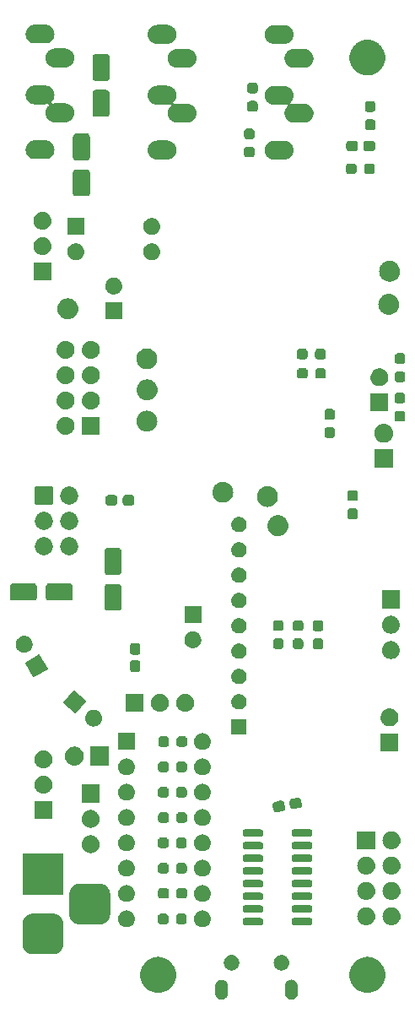
<source format=gbr>
G04 #@! TF.GenerationSoftware,KiCad,Pcbnew,7.0.9*
G04 #@! TF.CreationDate,2024-03-13T00:50:53-04:00*
G04 #@! TF.ProjectId,MEAP_Rev3b,4d454150-5f52-4657-9633-622e6b696361,rev?*
G04 #@! TF.SameCoordinates,Original*
G04 #@! TF.FileFunction,Soldermask,Bot*
G04 #@! TF.FilePolarity,Negative*
%FSLAX46Y46*%
G04 Gerber Fmt 4.6, Leading zero omitted, Abs format (unit mm)*
G04 Created by KiCad (PCBNEW 7.0.9) date 2024-03-13 00:50:53*
%MOMM*%
%LPD*%
G01*
G04 APERTURE LIST*
G04 APERTURE END LIST*
G36*
X33387463Y-115493757D02*
G01*
X33410876Y-115492285D01*
X33463527Y-115502328D01*
X33514685Y-115508093D01*
X33539781Y-115516874D01*
X33571169Y-115522862D01*
X33612572Y-115542345D01*
X33652113Y-115556181D01*
X33682350Y-115575180D01*
X33718822Y-115592343D01*
X33747749Y-115616273D01*
X33775394Y-115633644D01*
X33807229Y-115665479D01*
X33844558Y-115696360D01*
X33861689Y-115719939D01*
X33878354Y-115736604D01*
X33907512Y-115783008D01*
X33940475Y-115828378D01*
X33948064Y-115847547D01*
X33955817Y-115859885D01*
X33977623Y-115922205D01*
X34000547Y-115980103D01*
X34002052Y-115992017D01*
X34003905Y-115997313D01*
X34013678Y-116084049D01*
X34020999Y-116142000D01*
X34020999Y-116842000D01*
X34015866Y-116923592D01*
X34007220Y-116957264D01*
X34003905Y-116986686D01*
X33987981Y-117032193D01*
X33975283Y-117081649D01*
X33962609Y-117104702D01*
X33955817Y-117124114D01*
X33924802Y-117173472D01*
X33896669Y-117224648D01*
X33884513Y-117237592D01*
X33878354Y-117247395D01*
X33828371Y-117297377D01*
X33784962Y-117343604D01*
X33777252Y-117348496D01*
X33775394Y-117350355D01*
X33667115Y-117418391D01*
X33647181Y-117431042D01*
X33587231Y-117450520D01*
X33514685Y-117475906D01*
X33506142Y-117476868D01*
X33491984Y-117481469D01*
X33431600Y-117485267D01*
X33369999Y-117492209D01*
X33352539Y-117490241D01*
X33329122Y-117491715D01*
X33276458Y-117481669D01*
X33225312Y-117475906D01*
X33200220Y-117467126D01*
X33168829Y-117461138D01*
X33127420Y-117441652D01*
X33087884Y-117427818D01*
X33057649Y-117408820D01*
X33021176Y-117391657D01*
X32992246Y-117367724D01*
X32964603Y-117350355D01*
X32932768Y-117318520D01*
X32895440Y-117287640D01*
X32878308Y-117264060D01*
X32861643Y-117247395D01*
X32832483Y-117200987D01*
X32799523Y-117155622D01*
X32791934Y-117136454D01*
X32784180Y-117124114D01*
X32762368Y-117061780D01*
X32739451Y-117003897D01*
X32737946Y-116991984D01*
X32736092Y-116986686D01*
X32726316Y-116899927D01*
X32718999Y-116842000D01*
X32718999Y-116142000D01*
X32724132Y-116060408D01*
X32732776Y-116026741D01*
X32736092Y-115997313D01*
X32752020Y-115951792D01*
X32764715Y-115902351D01*
X32777384Y-115879304D01*
X32784180Y-115859885D01*
X32815206Y-115810506D01*
X32843329Y-115759352D01*
X32855479Y-115746412D01*
X32861643Y-115736604D01*
X32911656Y-115686590D01*
X32955036Y-115640396D01*
X32962740Y-115635506D01*
X32964603Y-115633644D01*
X33073142Y-115565443D01*
X33092817Y-115552958D01*
X33152712Y-115533496D01*
X33225312Y-115508093D01*
X33233860Y-115507129D01*
X33248014Y-115502531D01*
X33308376Y-115498733D01*
X33369999Y-115491790D01*
X33387463Y-115493757D01*
G37*
G36*
X40387463Y-115493757D02*
G01*
X40410876Y-115492285D01*
X40463527Y-115502328D01*
X40514685Y-115508093D01*
X40539781Y-115516874D01*
X40571169Y-115522862D01*
X40612572Y-115542345D01*
X40652113Y-115556181D01*
X40682350Y-115575180D01*
X40718822Y-115592343D01*
X40747749Y-115616273D01*
X40775394Y-115633644D01*
X40807229Y-115665479D01*
X40844558Y-115696360D01*
X40861689Y-115719939D01*
X40878354Y-115736604D01*
X40907512Y-115783008D01*
X40940475Y-115828378D01*
X40948064Y-115847547D01*
X40955817Y-115859885D01*
X40977623Y-115922205D01*
X41000547Y-115980103D01*
X41002052Y-115992017D01*
X41003905Y-115997313D01*
X41013678Y-116084049D01*
X41020999Y-116142000D01*
X41020999Y-116842000D01*
X41015866Y-116923592D01*
X41007220Y-116957264D01*
X41003905Y-116986686D01*
X40987981Y-117032193D01*
X40975283Y-117081649D01*
X40962609Y-117104702D01*
X40955817Y-117124114D01*
X40924802Y-117173472D01*
X40896669Y-117224648D01*
X40884513Y-117237592D01*
X40878354Y-117247395D01*
X40828371Y-117297377D01*
X40784962Y-117343604D01*
X40777252Y-117348496D01*
X40775394Y-117350355D01*
X40667115Y-117418391D01*
X40647181Y-117431042D01*
X40587231Y-117450520D01*
X40514685Y-117475906D01*
X40506142Y-117476868D01*
X40491984Y-117481469D01*
X40431600Y-117485267D01*
X40369999Y-117492209D01*
X40352539Y-117490241D01*
X40329122Y-117491715D01*
X40276458Y-117481669D01*
X40225312Y-117475906D01*
X40200220Y-117467126D01*
X40168829Y-117461138D01*
X40127420Y-117441652D01*
X40087884Y-117427818D01*
X40057649Y-117408820D01*
X40021176Y-117391657D01*
X39992246Y-117367724D01*
X39964603Y-117350355D01*
X39932768Y-117318520D01*
X39895440Y-117287640D01*
X39878308Y-117264060D01*
X39861643Y-117247395D01*
X39832483Y-117200987D01*
X39799523Y-117155622D01*
X39791934Y-117136454D01*
X39784180Y-117124114D01*
X39762368Y-117061780D01*
X39739451Y-117003897D01*
X39737946Y-116991984D01*
X39736092Y-116986686D01*
X39726316Y-116899927D01*
X39718999Y-116842000D01*
X39718999Y-116142000D01*
X39724132Y-116060408D01*
X39732776Y-116026741D01*
X39736092Y-115997313D01*
X39752020Y-115951792D01*
X39764715Y-115902351D01*
X39777384Y-115879304D01*
X39784180Y-115859885D01*
X39815206Y-115810506D01*
X39843329Y-115759352D01*
X39855479Y-115746412D01*
X39861643Y-115736604D01*
X39911656Y-115686590D01*
X39955036Y-115640396D01*
X39962740Y-115635506D01*
X39964603Y-115633644D01*
X40073142Y-115565443D01*
X40092817Y-115552958D01*
X40152712Y-115533496D01*
X40225312Y-115508093D01*
X40233860Y-115507129D01*
X40248014Y-115502531D01*
X40308376Y-115498733D01*
X40369999Y-115491790D01*
X40387463Y-115493757D01*
G37*
G36*
X27065951Y-113204036D02*
G01*
X27134589Y-113204036D01*
X27196570Y-113213378D01*
X27256269Y-113217648D01*
X27327044Y-113233044D01*
X27400760Y-113244155D01*
X27454924Y-113260862D01*
X27507305Y-113272257D01*
X27581110Y-113299785D01*
X27657979Y-113323496D01*
X27703658Y-113345493D01*
X27748030Y-113362044D01*
X27822770Y-113402855D01*
X27900500Y-113440288D01*
X27937412Y-113465454D01*
X27973522Y-113485172D01*
X28046907Y-113540107D01*
X28122905Y-113591922D01*
X28151220Y-113618194D01*
X28179192Y-113639134D01*
X28248708Y-113708650D01*
X28320226Y-113775009D01*
X28340540Y-113800482D01*
X28360865Y-113820807D01*
X28423896Y-113905007D01*
X28488056Y-113985461D01*
X28501317Y-114008429D01*
X28514827Y-114026477D01*
X28568719Y-114125173D01*
X28622645Y-114218575D01*
X28630119Y-114237618D01*
X28637955Y-114251969D01*
X28680138Y-114365066D01*
X28720987Y-114469146D01*
X28724184Y-114483157D01*
X28727742Y-114492694D01*
X28755789Y-114621626D01*
X28780884Y-114731575D01*
X28781502Y-114739830D01*
X28782351Y-114743730D01*
X28793985Y-114906395D01*
X28801000Y-115000000D01*
X28793984Y-115093612D01*
X28782351Y-115256269D01*
X28781502Y-115260168D01*
X28780884Y-115268425D01*
X28755784Y-115378393D01*
X28727742Y-115507305D01*
X28724185Y-115516840D01*
X28720987Y-115530854D01*
X28680131Y-115634952D01*
X28637955Y-115748030D01*
X28630120Y-115762377D01*
X28622645Y-115781425D01*
X28568709Y-115874843D01*
X28514827Y-115973522D01*
X28501319Y-115991565D01*
X28488056Y-116014539D01*
X28423884Y-116095007D01*
X28360865Y-116179192D01*
X28340544Y-116199512D01*
X28320226Y-116224991D01*
X28248694Y-116291362D01*
X28179192Y-116360865D01*
X28151225Y-116381800D01*
X28122905Y-116408078D01*
X28046892Y-116459902D01*
X27973522Y-116514827D01*
X27937420Y-116534540D01*
X27900500Y-116559712D01*
X27822755Y-116597151D01*
X27748030Y-116637955D01*
X27703667Y-116654501D01*
X27657979Y-116676504D01*
X27581094Y-116700219D01*
X27507305Y-116727742D01*
X27454935Y-116739134D01*
X27400760Y-116755845D01*
X27327029Y-116766958D01*
X27256269Y-116782351D01*
X27196582Y-116786619D01*
X27134589Y-116795964D01*
X27065937Y-116795964D01*
X27000000Y-116800680D01*
X26934062Y-116795964D01*
X26865411Y-116795964D01*
X26803418Y-116786620D01*
X26743730Y-116782351D01*
X26672967Y-116766957D01*
X26599240Y-116755845D01*
X26545066Y-116739134D01*
X26492694Y-116727742D01*
X26418899Y-116700217D01*
X26342021Y-116676504D01*
X26296336Y-116654503D01*
X26251969Y-116637955D01*
X26177236Y-116597147D01*
X26099500Y-116559712D01*
X26062583Y-116534542D01*
X26026477Y-116514827D01*
X25953095Y-116459894D01*
X25877095Y-116408078D01*
X25848778Y-116381803D01*
X25820807Y-116360865D01*
X25751291Y-116291349D01*
X25679774Y-116224991D01*
X25659459Y-116199517D01*
X25639134Y-116179192D01*
X25576099Y-116094986D01*
X25511944Y-116014539D01*
X25498683Y-115991571D01*
X25485172Y-115973522D01*
X25431272Y-115874812D01*
X25377355Y-115781425D01*
X25369882Y-115762384D01*
X25362044Y-115748030D01*
X25319848Y-115634901D01*
X25279013Y-115530854D01*
X25275816Y-115516847D01*
X25272257Y-115507305D01*
X25244193Y-115378300D01*
X25219116Y-115268425D01*
X25218497Y-115260175D01*
X25217648Y-115256269D01*
X25205993Y-115093319D01*
X25199000Y-115000000D01*
X25205992Y-114906687D01*
X25217648Y-114743730D01*
X25218497Y-114739823D01*
X25219116Y-114731575D01*
X25244189Y-114621720D01*
X25272257Y-114492694D01*
X25275816Y-114483150D01*
X25279013Y-114469146D01*
X25319840Y-114365118D01*
X25362044Y-114251969D01*
X25369883Y-114237612D01*
X25377355Y-114218575D01*
X25431262Y-114125205D01*
X25485172Y-114026477D01*
X25498686Y-114008424D01*
X25511944Y-113985461D01*
X25576086Y-113905028D01*
X25639134Y-113820807D01*
X25659463Y-113800477D01*
X25679774Y-113775009D01*
X25751277Y-113708663D01*
X25820807Y-113639134D01*
X25848783Y-113618190D01*
X25877095Y-113591922D01*
X25953080Y-113540115D01*
X26026477Y-113485172D01*
X26062591Y-113465452D01*
X26099500Y-113440288D01*
X26177220Y-113402859D01*
X26251969Y-113362044D01*
X26296345Y-113345492D01*
X26342021Y-113323496D01*
X26418884Y-113299787D01*
X26492694Y-113272257D01*
X26545077Y-113260861D01*
X26599240Y-113244155D01*
X26672952Y-113233044D01*
X26743730Y-113217648D01*
X26803430Y-113213378D01*
X26865411Y-113204036D01*
X26934048Y-113204036D01*
X27000000Y-113199319D01*
X27065951Y-113204036D01*
G37*
G36*
X48065951Y-113204036D02*
G01*
X48134589Y-113204036D01*
X48196570Y-113213378D01*
X48256269Y-113217648D01*
X48327044Y-113233044D01*
X48400760Y-113244155D01*
X48454924Y-113260862D01*
X48507305Y-113272257D01*
X48581110Y-113299785D01*
X48657979Y-113323496D01*
X48703658Y-113345493D01*
X48748030Y-113362044D01*
X48822770Y-113402855D01*
X48900500Y-113440288D01*
X48937412Y-113465454D01*
X48973522Y-113485172D01*
X49046907Y-113540107D01*
X49122905Y-113591922D01*
X49151220Y-113618194D01*
X49179192Y-113639134D01*
X49248708Y-113708650D01*
X49320226Y-113775009D01*
X49340540Y-113800482D01*
X49360865Y-113820807D01*
X49423896Y-113905007D01*
X49488056Y-113985461D01*
X49501317Y-114008429D01*
X49514827Y-114026477D01*
X49568719Y-114125173D01*
X49622645Y-114218575D01*
X49630119Y-114237618D01*
X49637955Y-114251969D01*
X49680138Y-114365066D01*
X49720987Y-114469146D01*
X49724184Y-114483157D01*
X49727742Y-114492694D01*
X49755789Y-114621626D01*
X49780884Y-114731575D01*
X49781502Y-114739830D01*
X49782351Y-114743730D01*
X49793985Y-114906395D01*
X49801000Y-115000000D01*
X49793984Y-115093612D01*
X49782351Y-115256269D01*
X49781502Y-115260168D01*
X49780884Y-115268425D01*
X49755784Y-115378393D01*
X49727742Y-115507305D01*
X49724185Y-115516840D01*
X49720987Y-115530854D01*
X49680131Y-115634952D01*
X49637955Y-115748030D01*
X49630120Y-115762377D01*
X49622645Y-115781425D01*
X49568709Y-115874843D01*
X49514827Y-115973522D01*
X49501319Y-115991565D01*
X49488056Y-116014539D01*
X49423884Y-116095007D01*
X49360865Y-116179192D01*
X49340544Y-116199512D01*
X49320226Y-116224991D01*
X49248694Y-116291362D01*
X49179192Y-116360865D01*
X49151225Y-116381800D01*
X49122905Y-116408078D01*
X49046892Y-116459902D01*
X48973522Y-116514827D01*
X48937420Y-116534540D01*
X48900500Y-116559712D01*
X48822755Y-116597151D01*
X48748030Y-116637955D01*
X48703667Y-116654501D01*
X48657979Y-116676504D01*
X48581094Y-116700219D01*
X48507305Y-116727742D01*
X48454935Y-116739134D01*
X48400760Y-116755845D01*
X48327029Y-116766958D01*
X48256269Y-116782351D01*
X48196582Y-116786619D01*
X48134589Y-116795964D01*
X48065937Y-116795964D01*
X48000000Y-116800680D01*
X47934062Y-116795964D01*
X47865411Y-116795964D01*
X47803418Y-116786620D01*
X47743730Y-116782351D01*
X47672967Y-116766957D01*
X47599240Y-116755845D01*
X47545066Y-116739134D01*
X47492694Y-116727742D01*
X47418899Y-116700217D01*
X47342021Y-116676504D01*
X47296336Y-116654503D01*
X47251969Y-116637955D01*
X47177236Y-116597147D01*
X47099500Y-116559712D01*
X47062583Y-116534542D01*
X47026477Y-116514827D01*
X46953095Y-116459894D01*
X46877095Y-116408078D01*
X46848778Y-116381803D01*
X46820807Y-116360865D01*
X46751291Y-116291349D01*
X46679774Y-116224991D01*
X46659459Y-116199517D01*
X46639134Y-116179192D01*
X46576099Y-116094986D01*
X46511944Y-116014539D01*
X46498683Y-115991571D01*
X46485172Y-115973522D01*
X46431272Y-115874812D01*
X46377355Y-115781425D01*
X46369882Y-115762384D01*
X46362044Y-115748030D01*
X46319848Y-115634901D01*
X46279013Y-115530854D01*
X46275816Y-115516847D01*
X46272257Y-115507305D01*
X46244193Y-115378300D01*
X46219116Y-115268425D01*
X46218497Y-115260175D01*
X46217648Y-115256269D01*
X46205993Y-115093319D01*
X46199000Y-115000000D01*
X46205992Y-114906687D01*
X46217648Y-114743730D01*
X46218497Y-114739823D01*
X46219116Y-114731575D01*
X46244189Y-114621720D01*
X46272257Y-114492694D01*
X46275816Y-114483150D01*
X46279013Y-114469146D01*
X46319840Y-114365118D01*
X46362044Y-114251969D01*
X46369883Y-114237612D01*
X46377355Y-114218575D01*
X46431262Y-114125205D01*
X46485172Y-114026477D01*
X46498686Y-114008424D01*
X46511944Y-113985461D01*
X46576086Y-113905028D01*
X46639134Y-113820807D01*
X46659463Y-113800477D01*
X46679774Y-113775009D01*
X46751277Y-113708663D01*
X46820807Y-113639134D01*
X46848783Y-113618190D01*
X46877095Y-113591922D01*
X46953080Y-113540115D01*
X47026477Y-113485172D01*
X47062591Y-113465452D01*
X47099500Y-113440288D01*
X47177220Y-113402859D01*
X47251969Y-113362044D01*
X47296345Y-113345492D01*
X47342021Y-113323496D01*
X47418884Y-113299787D01*
X47492694Y-113272257D01*
X47545077Y-113260861D01*
X47599240Y-113244155D01*
X47672952Y-113233044D01*
X47743730Y-113217648D01*
X47803430Y-113213378D01*
X47865411Y-113204036D01*
X47934048Y-113204036D01*
X48000000Y-113199319D01*
X48065951Y-113204036D01*
G37*
G36*
X34413807Y-113020936D02*
G01*
X34451038Y-113020936D01*
X34493037Y-113029863D01*
X34542675Y-113035456D01*
X34578768Y-113048085D01*
X34609586Y-113054636D01*
X34653996Y-113074408D01*
X34706693Y-113092848D01*
X34734122Y-113110082D01*
X34757654Y-113120560D01*
X34801535Y-113152442D01*
X34853827Y-113185299D01*
X34872604Y-113204076D01*
X34888783Y-113215831D01*
X34928784Y-113260256D01*
X34976700Y-113308172D01*
X34987719Y-113325709D01*
X34997241Y-113336284D01*
X35029806Y-113392689D01*
X35069151Y-113455306D01*
X35074064Y-113469348D01*
X35078280Y-113476650D01*
X35099868Y-113543092D01*
X35126543Y-113619324D01*
X35127554Y-113628299D01*
X35128368Y-113630804D01*
X35135745Y-113701001D01*
X35145999Y-113792000D01*
X35135745Y-113883005D01*
X35128368Y-113953195D01*
X35127554Y-113955698D01*
X35126543Y-113964676D01*
X35099864Y-114040920D01*
X35078280Y-114107349D01*
X35074065Y-114114648D01*
X35069151Y-114128694D01*
X35029798Y-114191322D01*
X34997241Y-114247715D01*
X34987721Y-114258286D01*
X34976700Y-114275828D01*
X34928775Y-114323752D01*
X34888783Y-114368168D01*
X34872608Y-114379919D01*
X34853827Y-114398701D01*
X34801525Y-114431564D01*
X34757654Y-114463439D01*
X34734127Y-114473913D01*
X34706693Y-114491152D01*
X34653986Y-114509594D01*
X34609586Y-114529363D01*
X34578774Y-114535912D01*
X34542675Y-114548544D01*
X34493034Y-114554137D01*
X34451038Y-114563064D01*
X34413807Y-114563064D01*
X34369999Y-114568000D01*
X34326191Y-114563064D01*
X34288960Y-114563064D01*
X34246962Y-114554137D01*
X34197323Y-114548544D01*
X34161224Y-114535912D01*
X34130411Y-114529363D01*
X34086007Y-114509593D01*
X34033305Y-114491152D01*
X34005872Y-114473915D01*
X33982343Y-114463439D01*
X33938465Y-114431559D01*
X33886171Y-114398701D01*
X33867392Y-114379922D01*
X33851214Y-114368168D01*
X33811212Y-114323742D01*
X33763298Y-114275828D01*
X33752278Y-114258290D01*
X33742756Y-114247715D01*
X33710186Y-114191302D01*
X33670847Y-114128694D01*
X33665933Y-114114652D01*
X33661717Y-114107349D01*
X33640119Y-114040880D01*
X33613455Y-113964676D01*
X33612444Y-113955703D01*
X33611629Y-113953195D01*
X33604238Y-113882873D01*
X33593999Y-113792000D01*
X33604237Y-113701133D01*
X33611629Y-113630804D01*
X33612444Y-113628295D01*
X33613455Y-113619324D01*
X33640115Y-113543132D01*
X33661717Y-113476650D01*
X33665934Y-113469344D01*
X33670847Y-113455306D01*
X33710179Y-113392708D01*
X33742756Y-113336284D01*
X33752280Y-113325706D01*
X33763298Y-113308172D01*
X33811202Y-113260267D01*
X33851213Y-113215832D01*
X33867394Y-113204075D01*
X33886171Y-113185299D01*
X33938458Y-113152444D01*
X33982345Y-113120559D01*
X34005878Y-113110081D01*
X34033305Y-113092848D01*
X34085996Y-113074410D01*
X34130411Y-113054636D01*
X34161230Y-113048085D01*
X34197323Y-113035456D01*
X34246959Y-113029863D01*
X34288960Y-113020936D01*
X34326191Y-113020936D01*
X34369999Y-113016000D01*
X34413807Y-113020936D01*
G37*
G36*
X39413807Y-113020936D02*
G01*
X39451038Y-113020936D01*
X39493037Y-113029863D01*
X39542675Y-113035456D01*
X39578768Y-113048085D01*
X39609586Y-113054636D01*
X39653996Y-113074408D01*
X39706693Y-113092848D01*
X39734122Y-113110082D01*
X39757654Y-113120560D01*
X39801535Y-113152442D01*
X39853827Y-113185299D01*
X39872604Y-113204076D01*
X39888783Y-113215831D01*
X39928784Y-113260256D01*
X39976700Y-113308172D01*
X39987719Y-113325709D01*
X39997241Y-113336284D01*
X40029806Y-113392689D01*
X40069151Y-113455306D01*
X40074064Y-113469348D01*
X40078280Y-113476650D01*
X40099868Y-113543092D01*
X40126543Y-113619324D01*
X40127554Y-113628299D01*
X40128368Y-113630804D01*
X40135745Y-113701001D01*
X40145999Y-113792000D01*
X40135745Y-113883005D01*
X40128368Y-113953195D01*
X40127554Y-113955698D01*
X40126543Y-113964676D01*
X40099864Y-114040920D01*
X40078280Y-114107349D01*
X40074065Y-114114648D01*
X40069151Y-114128694D01*
X40029798Y-114191322D01*
X39997241Y-114247715D01*
X39987721Y-114258286D01*
X39976700Y-114275828D01*
X39928775Y-114323752D01*
X39888783Y-114368168D01*
X39872608Y-114379919D01*
X39853827Y-114398701D01*
X39801525Y-114431564D01*
X39757654Y-114463439D01*
X39734127Y-114473913D01*
X39706693Y-114491152D01*
X39653986Y-114509594D01*
X39609586Y-114529363D01*
X39578774Y-114535912D01*
X39542675Y-114548544D01*
X39493034Y-114554137D01*
X39451038Y-114563064D01*
X39413807Y-114563064D01*
X39369999Y-114568000D01*
X39326191Y-114563064D01*
X39288960Y-114563064D01*
X39246962Y-114554137D01*
X39197323Y-114548544D01*
X39161224Y-114535912D01*
X39130411Y-114529363D01*
X39086007Y-114509593D01*
X39033305Y-114491152D01*
X39005872Y-114473915D01*
X38982343Y-114463439D01*
X38938465Y-114431559D01*
X38886171Y-114398701D01*
X38867392Y-114379922D01*
X38851214Y-114368168D01*
X38811212Y-114323742D01*
X38763298Y-114275828D01*
X38752278Y-114258290D01*
X38742756Y-114247715D01*
X38710186Y-114191302D01*
X38670847Y-114128694D01*
X38665933Y-114114652D01*
X38661717Y-114107349D01*
X38640119Y-114040880D01*
X38613455Y-113964676D01*
X38612444Y-113955703D01*
X38611629Y-113953195D01*
X38604238Y-113882873D01*
X38593999Y-113792000D01*
X38604237Y-113701133D01*
X38611629Y-113630804D01*
X38612444Y-113628295D01*
X38613455Y-113619324D01*
X38640115Y-113543132D01*
X38661717Y-113476650D01*
X38665934Y-113469344D01*
X38670847Y-113455306D01*
X38710179Y-113392708D01*
X38742756Y-113336284D01*
X38752280Y-113325706D01*
X38763298Y-113308172D01*
X38811202Y-113260267D01*
X38851213Y-113215832D01*
X38867394Y-113204075D01*
X38886171Y-113185299D01*
X38938458Y-113152444D01*
X38982345Y-113120559D01*
X39005878Y-113110081D01*
X39033305Y-113092848D01*
X39085996Y-113074410D01*
X39130411Y-113054636D01*
X39161230Y-113048085D01*
X39197323Y-113035456D01*
X39246959Y-113029863D01*
X39288960Y-113020936D01*
X39326191Y-113020936D01*
X39369999Y-113016000D01*
X39413807Y-113020936D01*
G37*
G36*
X16440338Y-108850018D02*
G01*
X16573710Y-108859275D01*
X16602087Y-108865949D01*
X16635040Y-108869195D01*
X16701141Y-108889246D01*
X16763830Y-108903991D01*
X16794743Y-108917640D01*
X16832200Y-108929003D01*
X16887882Y-108958765D01*
X16941160Y-108982290D01*
X16974067Y-109004832D01*
X17013904Y-109026125D01*
X17058098Y-109062394D01*
X17101082Y-109091839D01*
X17133602Y-109124359D01*
X17173169Y-109156831D01*
X17205640Y-109196397D01*
X17238160Y-109228917D01*
X17267603Y-109271899D01*
X17303875Y-109316096D01*
X17325169Y-109355934D01*
X17347709Y-109388839D01*
X17371231Y-109442111D01*
X17400997Y-109497800D01*
X17412360Y-109535260D01*
X17426008Y-109566169D01*
X17440749Y-109628847D01*
X17460805Y-109694960D01*
X17464051Y-109727917D01*
X17470724Y-109756289D01*
X17479978Y-109889629D01*
X17481000Y-109900000D01*
X17481000Y-111900000D01*
X17479978Y-111910373D01*
X17470724Y-112043710D01*
X17464051Y-112072080D01*
X17460805Y-112105040D01*
X17440748Y-112171156D01*
X17426008Y-112233830D01*
X17412361Y-112264736D01*
X17400997Y-112302200D01*
X17371228Y-112357892D01*
X17347709Y-112411160D01*
X17325171Y-112444060D01*
X17303875Y-112483904D01*
X17267599Y-112528105D01*
X17238160Y-112571082D01*
X17205645Y-112603596D01*
X17173169Y-112643169D01*
X17133596Y-112675645D01*
X17101082Y-112708160D01*
X17058105Y-112737599D01*
X17013904Y-112773875D01*
X16974060Y-112795171D01*
X16941160Y-112817709D01*
X16887892Y-112841228D01*
X16832200Y-112870997D01*
X16794736Y-112882361D01*
X16763830Y-112896008D01*
X16701156Y-112910748D01*
X16635040Y-112930805D01*
X16602080Y-112934051D01*
X16573710Y-112940724D01*
X16440373Y-112949978D01*
X16430000Y-112951000D01*
X14430000Y-112951000D01*
X14419629Y-112949978D01*
X14286289Y-112940724D01*
X14257917Y-112934051D01*
X14224960Y-112930805D01*
X14158847Y-112910749D01*
X14096169Y-112896008D01*
X14065260Y-112882360D01*
X14027800Y-112870997D01*
X13972111Y-112841231D01*
X13918839Y-112817709D01*
X13885934Y-112795169D01*
X13846096Y-112773875D01*
X13801899Y-112737603D01*
X13758917Y-112708160D01*
X13726397Y-112675640D01*
X13686831Y-112643169D01*
X13654359Y-112603602D01*
X13621839Y-112571082D01*
X13592394Y-112528098D01*
X13556125Y-112483904D01*
X13534832Y-112444067D01*
X13512290Y-112411160D01*
X13488765Y-112357882D01*
X13459003Y-112302200D01*
X13447640Y-112264743D01*
X13433991Y-112233830D01*
X13419246Y-112171141D01*
X13399195Y-112105040D01*
X13395949Y-112072087D01*
X13389275Y-112043710D01*
X13380018Y-111910338D01*
X13379000Y-111900000D01*
X13379000Y-109900000D01*
X13380018Y-109889663D01*
X13389275Y-109756289D01*
X13395949Y-109727910D01*
X13399195Y-109694960D01*
X13419245Y-109628861D01*
X13433991Y-109566169D01*
X13447641Y-109535253D01*
X13459003Y-109497800D01*
X13488762Y-109442122D01*
X13512290Y-109388839D01*
X13534834Y-109355928D01*
X13556125Y-109316096D01*
X13592390Y-109271906D01*
X13621839Y-109228917D01*
X13654363Y-109196392D01*
X13686831Y-109156831D01*
X13726392Y-109124363D01*
X13758917Y-109091839D01*
X13801906Y-109062390D01*
X13846096Y-109026125D01*
X13885928Y-109004834D01*
X13918839Y-108982290D01*
X13972122Y-108958762D01*
X14027800Y-108929003D01*
X14065253Y-108917641D01*
X14096169Y-108903991D01*
X14158861Y-108889245D01*
X14224960Y-108869195D01*
X14257910Y-108865949D01*
X14286289Y-108859275D01*
X14419663Y-108850018D01*
X14430000Y-108849000D01*
X16430000Y-108849000D01*
X16440338Y-108850018D01*
G37*
G36*
X23861199Y-108543662D02*
G01*
X23908954Y-108543662D01*
X23950194Y-108552427D01*
X23985901Y-108555945D01*
X24030759Y-108569552D01*
X24082973Y-108580651D01*
X24116384Y-108595526D01*
X24145435Y-108604339D01*
X24191602Y-108629015D01*
X24245500Y-108653012D01*
X24270554Y-108671215D01*
X24292453Y-108682920D01*
X24337128Y-108719584D01*
X24389430Y-108757584D01*
X24406411Y-108776443D01*
X24421320Y-108788679D01*
X24461387Y-108837501D01*
X24508473Y-108889795D01*
X24518364Y-108906927D01*
X24527079Y-108917546D01*
X24559306Y-108977840D01*
X24597427Y-109043867D01*
X24601813Y-109057368D01*
X24605660Y-109064564D01*
X24626861Y-109134455D01*
X24652404Y-109213067D01*
X24653303Y-109221623D01*
X24654054Y-109224098D01*
X24661371Y-109298389D01*
X24671000Y-109390000D01*
X24661370Y-109481619D01*
X24654054Y-109555901D01*
X24653303Y-109558375D01*
X24652404Y-109566933D01*
X24626856Y-109645558D01*
X24605660Y-109715435D01*
X24601814Y-109722629D01*
X24597427Y-109736133D01*
X24559299Y-109802172D01*
X24527079Y-109862453D01*
X24518366Y-109873069D01*
X24508473Y-109890205D01*
X24461378Y-109942509D01*
X24421320Y-109991320D01*
X24406414Y-110003552D01*
X24389430Y-110022416D01*
X24337118Y-110060423D01*
X24292453Y-110097079D01*
X24270559Y-110108780D01*
X24245500Y-110126988D01*
X24191591Y-110150989D01*
X24145435Y-110175660D01*
X24116391Y-110184470D01*
X24082973Y-110199349D01*
X24030748Y-110210449D01*
X23985901Y-110224054D01*
X23950203Y-110227570D01*
X23908954Y-110236338D01*
X23861188Y-110236338D01*
X23820000Y-110240395D01*
X23778811Y-110236338D01*
X23731046Y-110236338D01*
X23689797Y-110227570D01*
X23654098Y-110224054D01*
X23609248Y-110210448D01*
X23557027Y-110199349D01*
X23523610Y-110184471D01*
X23494564Y-110175660D01*
X23448402Y-110150986D01*
X23394500Y-110126988D01*
X23369443Y-110108783D01*
X23347546Y-110097079D01*
X23302873Y-110060416D01*
X23250570Y-110022416D01*
X23233588Y-110003555D01*
X23218679Y-109991320D01*
X23178610Y-109942496D01*
X23131527Y-109890205D01*
X23121636Y-109873073D01*
X23112920Y-109862453D01*
X23080687Y-109802148D01*
X23042573Y-109736133D01*
X23038186Y-109722634D01*
X23034339Y-109715435D01*
X23013128Y-109645512D01*
X22987596Y-109566933D01*
X22986697Y-109558380D01*
X22985945Y-109555901D01*
X22978613Y-109481467D01*
X22969000Y-109390000D01*
X22978612Y-109298540D01*
X22985945Y-109224098D01*
X22986697Y-109221618D01*
X22987596Y-109213067D01*
X23013123Y-109134502D01*
X23034339Y-109064564D01*
X23038187Y-109057363D01*
X23042573Y-109043867D01*
X23080680Y-108977863D01*
X23112920Y-108917546D01*
X23121638Y-108906923D01*
X23131527Y-108889795D01*
X23178601Y-108837513D01*
X23218679Y-108788679D01*
X23233591Y-108776440D01*
X23250570Y-108757584D01*
X23302862Y-108719591D01*
X23347546Y-108682920D01*
X23369448Y-108671213D01*
X23394500Y-108653012D01*
X23448391Y-108629018D01*
X23494564Y-108604339D01*
X23523617Y-108595525D01*
X23557027Y-108580651D01*
X23609237Y-108569553D01*
X23654098Y-108555945D01*
X23689806Y-108552427D01*
X23731046Y-108543662D01*
X23778801Y-108543662D01*
X23820000Y-108539604D01*
X23861199Y-108543662D01*
G37*
G36*
X31481199Y-108543662D02*
G01*
X31528954Y-108543662D01*
X31570194Y-108552427D01*
X31605901Y-108555945D01*
X31650759Y-108569552D01*
X31702973Y-108580651D01*
X31736384Y-108595526D01*
X31765435Y-108604339D01*
X31811602Y-108629015D01*
X31865500Y-108653012D01*
X31890554Y-108671215D01*
X31912453Y-108682920D01*
X31957128Y-108719584D01*
X32009430Y-108757584D01*
X32026411Y-108776443D01*
X32041320Y-108788679D01*
X32081387Y-108837501D01*
X32128473Y-108889795D01*
X32138364Y-108906927D01*
X32147079Y-108917546D01*
X32179306Y-108977840D01*
X32217427Y-109043867D01*
X32221813Y-109057368D01*
X32225660Y-109064564D01*
X32246861Y-109134455D01*
X32272404Y-109213067D01*
X32273303Y-109221623D01*
X32274054Y-109224098D01*
X32281371Y-109298389D01*
X32291000Y-109390000D01*
X32281370Y-109481619D01*
X32274054Y-109555901D01*
X32273303Y-109558375D01*
X32272404Y-109566933D01*
X32246856Y-109645558D01*
X32225660Y-109715435D01*
X32221814Y-109722629D01*
X32217427Y-109736133D01*
X32179299Y-109802172D01*
X32147079Y-109862453D01*
X32138366Y-109873069D01*
X32128473Y-109890205D01*
X32081378Y-109942509D01*
X32041320Y-109991320D01*
X32026414Y-110003552D01*
X32009430Y-110022416D01*
X31957118Y-110060423D01*
X31912453Y-110097079D01*
X31890559Y-110108780D01*
X31865500Y-110126988D01*
X31811591Y-110150989D01*
X31765435Y-110175660D01*
X31736391Y-110184470D01*
X31702973Y-110199349D01*
X31650748Y-110210449D01*
X31605901Y-110224054D01*
X31570203Y-110227570D01*
X31528954Y-110236338D01*
X31481188Y-110236338D01*
X31440000Y-110240395D01*
X31398811Y-110236338D01*
X31351046Y-110236338D01*
X31309797Y-110227570D01*
X31274098Y-110224054D01*
X31229248Y-110210448D01*
X31177027Y-110199349D01*
X31143610Y-110184471D01*
X31114564Y-110175660D01*
X31068402Y-110150986D01*
X31014500Y-110126988D01*
X30989443Y-110108783D01*
X30967546Y-110097079D01*
X30922873Y-110060416D01*
X30870570Y-110022416D01*
X30853588Y-110003555D01*
X30838679Y-109991320D01*
X30798610Y-109942496D01*
X30751527Y-109890205D01*
X30741636Y-109873073D01*
X30732920Y-109862453D01*
X30700687Y-109802148D01*
X30662573Y-109736133D01*
X30658186Y-109722634D01*
X30654339Y-109715435D01*
X30633128Y-109645512D01*
X30607596Y-109566933D01*
X30606697Y-109558380D01*
X30605945Y-109555901D01*
X30598613Y-109481467D01*
X30589000Y-109390000D01*
X30598612Y-109298540D01*
X30605945Y-109224098D01*
X30606697Y-109221618D01*
X30607596Y-109213067D01*
X30633123Y-109134502D01*
X30654339Y-109064564D01*
X30658187Y-109057363D01*
X30662573Y-109043867D01*
X30700680Y-108977863D01*
X30732920Y-108917546D01*
X30741638Y-108906923D01*
X30751527Y-108889795D01*
X30798601Y-108837513D01*
X30838679Y-108788679D01*
X30853591Y-108776440D01*
X30870570Y-108757584D01*
X30922862Y-108719591D01*
X30967546Y-108682920D01*
X30989448Y-108671213D01*
X31014500Y-108653012D01*
X31068391Y-108629018D01*
X31114564Y-108604339D01*
X31143617Y-108595525D01*
X31177027Y-108580651D01*
X31229237Y-108569553D01*
X31274098Y-108555945D01*
X31309806Y-108552427D01*
X31351046Y-108543662D01*
X31398801Y-108543662D01*
X31440000Y-108539604D01*
X31481199Y-108543662D01*
G37*
G36*
X47923983Y-108233936D02*
G01*
X47974180Y-108233936D01*
X48017524Y-108243149D01*
X48055659Y-108246905D01*
X48103566Y-108261437D01*
X48158424Y-108273098D01*
X48193530Y-108288728D01*
X48224566Y-108298143D01*
X48273884Y-108324504D01*
X48330500Y-108349711D01*
X48356822Y-108368835D01*
X48380232Y-108381348D01*
X48427988Y-108420540D01*
X48482887Y-108460427D01*
X48500711Y-108480223D01*
X48516675Y-108493324D01*
X48559572Y-108545594D01*
X48608924Y-108600405D01*
X48619292Y-108618363D01*
X48628651Y-108629767D01*
X48663273Y-108694542D01*
X48703104Y-108763530D01*
X48707685Y-108777630D01*
X48711856Y-108785433D01*
X48734852Y-108861242D01*
X48761311Y-108942672D01*
X48762242Y-108951532D01*
X48763094Y-108954340D01*
X48771384Y-109038513D01*
X48781000Y-109130000D01*
X48771383Y-109221494D01*
X48763094Y-109305659D01*
X48762242Y-109308466D01*
X48761311Y-109317328D01*
X48734848Y-109398771D01*
X48711856Y-109474566D01*
X48707686Y-109482366D01*
X48703104Y-109496470D01*
X48663266Y-109565470D01*
X48628651Y-109630232D01*
X48619294Y-109641633D01*
X48608924Y-109659595D01*
X48559563Y-109714415D01*
X48516675Y-109766675D01*
X48500714Y-109779773D01*
X48482887Y-109799573D01*
X48427977Y-109839467D01*
X48380232Y-109878651D01*
X48356827Y-109891161D01*
X48330500Y-109910289D01*
X48273873Y-109935500D01*
X48224566Y-109961856D01*
X48193537Y-109971268D01*
X48158424Y-109986902D01*
X48103555Y-109998564D01*
X48055659Y-110013094D01*
X48017532Y-110016849D01*
X47974180Y-110026064D01*
X47923973Y-110026064D01*
X47880000Y-110030395D01*
X47836027Y-110026064D01*
X47785820Y-110026064D01*
X47742467Y-110016849D01*
X47704340Y-110013094D01*
X47656441Y-109998563D01*
X47601576Y-109986902D01*
X47566464Y-109971269D01*
X47535433Y-109961856D01*
X47486120Y-109935498D01*
X47429500Y-109910289D01*
X47403175Y-109891163D01*
X47379767Y-109878651D01*
X47332013Y-109839460D01*
X47277113Y-109799573D01*
X47259287Y-109779776D01*
X47243324Y-109766675D01*
X47200425Y-109714402D01*
X47151076Y-109659595D01*
X47140708Y-109641637D01*
X47131348Y-109630232D01*
X47096719Y-109565447D01*
X47056896Y-109496470D01*
X47052315Y-109482371D01*
X47048143Y-109474566D01*
X47025136Y-109398725D01*
X46998689Y-109317328D01*
X46997758Y-109308471D01*
X46996905Y-109305659D01*
X46988600Y-109221342D01*
X46979000Y-109130000D01*
X46988599Y-109038664D01*
X46996905Y-108954340D01*
X46997758Y-108951527D01*
X46998689Y-108942672D01*
X47025132Y-108861288D01*
X47048143Y-108785433D01*
X47052315Y-108777626D01*
X47056896Y-108763530D01*
X47096712Y-108694565D01*
X47131348Y-108629767D01*
X47140710Y-108618359D01*
X47151076Y-108600405D01*
X47200416Y-108545607D01*
X47243324Y-108493324D01*
X47259291Y-108480219D01*
X47277113Y-108460427D01*
X47332002Y-108420546D01*
X47379767Y-108381348D01*
X47403180Y-108368833D01*
X47429500Y-108349711D01*
X47486109Y-108324506D01*
X47535433Y-108298143D01*
X47566471Y-108288727D01*
X47601576Y-108273098D01*
X47656430Y-108261438D01*
X47704340Y-108246905D01*
X47742476Y-108243148D01*
X47785820Y-108233936D01*
X47836016Y-108233936D01*
X47880000Y-108229604D01*
X47923983Y-108233936D01*
G37*
G36*
X50463983Y-108233936D02*
G01*
X50514180Y-108233936D01*
X50557524Y-108243149D01*
X50595659Y-108246905D01*
X50643566Y-108261437D01*
X50698424Y-108273098D01*
X50733530Y-108288728D01*
X50764566Y-108298143D01*
X50813884Y-108324504D01*
X50870500Y-108349711D01*
X50896822Y-108368835D01*
X50920232Y-108381348D01*
X50967988Y-108420540D01*
X51022887Y-108460427D01*
X51040711Y-108480223D01*
X51056675Y-108493324D01*
X51099572Y-108545594D01*
X51148924Y-108600405D01*
X51159292Y-108618363D01*
X51168651Y-108629767D01*
X51203273Y-108694542D01*
X51243104Y-108763530D01*
X51247685Y-108777630D01*
X51251856Y-108785433D01*
X51274852Y-108861242D01*
X51301311Y-108942672D01*
X51302242Y-108951532D01*
X51303094Y-108954340D01*
X51311384Y-109038513D01*
X51321000Y-109130000D01*
X51311383Y-109221494D01*
X51303094Y-109305659D01*
X51302242Y-109308466D01*
X51301311Y-109317328D01*
X51274848Y-109398771D01*
X51251856Y-109474566D01*
X51247686Y-109482366D01*
X51243104Y-109496470D01*
X51203266Y-109565470D01*
X51168651Y-109630232D01*
X51159294Y-109641633D01*
X51148924Y-109659595D01*
X51099563Y-109714415D01*
X51056675Y-109766675D01*
X51040714Y-109779773D01*
X51022887Y-109799573D01*
X50967977Y-109839467D01*
X50920232Y-109878651D01*
X50896827Y-109891161D01*
X50870500Y-109910289D01*
X50813873Y-109935500D01*
X50764566Y-109961856D01*
X50733537Y-109971268D01*
X50698424Y-109986902D01*
X50643555Y-109998564D01*
X50595659Y-110013094D01*
X50557532Y-110016849D01*
X50514180Y-110026064D01*
X50463973Y-110026064D01*
X50420000Y-110030395D01*
X50376027Y-110026064D01*
X50325820Y-110026064D01*
X50282467Y-110016849D01*
X50244340Y-110013094D01*
X50196441Y-109998563D01*
X50141576Y-109986902D01*
X50106464Y-109971269D01*
X50075433Y-109961856D01*
X50026120Y-109935498D01*
X49969500Y-109910289D01*
X49943175Y-109891163D01*
X49919767Y-109878651D01*
X49872013Y-109839460D01*
X49817113Y-109799573D01*
X49799287Y-109779776D01*
X49783324Y-109766675D01*
X49740425Y-109714402D01*
X49691076Y-109659595D01*
X49680708Y-109641637D01*
X49671348Y-109630232D01*
X49636719Y-109565447D01*
X49596896Y-109496470D01*
X49592315Y-109482371D01*
X49588143Y-109474566D01*
X49565136Y-109398725D01*
X49538689Y-109317328D01*
X49537758Y-109308471D01*
X49536905Y-109305659D01*
X49528600Y-109221342D01*
X49519000Y-109130000D01*
X49528599Y-109038664D01*
X49536905Y-108954340D01*
X49537758Y-108951527D01*
X49538689Y-108942672D01*
X49565132Y-108861288D01*
X49588143Y-108785433D01*
X49592315Y-108777626D01*
X49596896Y-108763530D01*
X49636712Y-108694565D01*
X49671348Y-108629767D01*
X49680710Y-108618359D01*
X49691076Y-108600405D01*
X49740416Y-108545607D01*
X49783324Y-108493324D01*
X49799291Y-108480219D01*
X49817113Y-108460427D01*
X49872002Y-108420546D01*
X49919767Y-108381348D01*
X49943180Y-108368833D01*
X49969500Y-108349711D01*
X50026109Y-108324506D01*
X50075433Y-108298143D01*
X50106471Y-108288727D01*
X50141576Y-108273098D01*
X50196430Y-108261438D01*
X50244340Y-108246905D01*
X50282476Y-108243148D01*
X50325820Y-108233936D01*
X50376016Y-108233936D01*
X50420000Y-108229604D01*
X50463983Y-108233936D01*
G37*
G36*
X37336040Y-109312190D02*
G01*
X37368987Y-109316528D01*
X37377274Y-109320392D01*
X37396919Y-109324300D01*
X37422938Y-109341686D01*
X37434180Y-109346928D01*
X37441019Y-109353767D01*
X37462128Y-109367872D01*
X37476232Y-109388980D01*
X37483071Y-109395819D01*
X37488312Y-109407058D01*
X37505700Y-109433081D01*
X37509607Y-109452727D01*
X37513471Y-109461012D01*
X37517806Y-109493946D01*
X37521000Y-109510000D01*
X37521000Y-109810000D01*
X37517806Y-109826054D01*
X37513471Y-109858987D01*
X37509608Y-109867270D01*
X37505700Y-109886919D01*
X37488310Y-109912943D01*
X37483071Y-109924180D01*
X37476234Y-109931016D01*
X37462128Y-109952128D01*
X37441016Y-109966234D01*
X37434180Y-109973071D01*
X37422943Y-109978310D01*
X37396919Y-109995700D01*
X37377270Y-109999608D01*
X37368987Y-110003471D01*
X37336054Y-110007806D01*
X37320000Y-110011000D01*
X35670000Y-110011000D01*
X35653946Y-110007806D01*
X35621012Y-110003471D01*
X35612727Y-109999607D01*
X35593081Y-109995700D01*
X35567058Y-109978312D01*
X35555819Y-109973071D01*
X35548980Y-109966232D01*
X35527872Y-109952128D01*
X35513767Y-109931019D01*
X35506928Y-109924180D01*
X35501686Y-109912938D01*
X35484300Y-109886919D01*
X35480392Y-109867274D01*
X35476528Y-109858987D01*
X35472190Y-109826040D01*
X35469000Y-109810000D01*
X35469000Y-109510000D01*
X35472190Y-109493961D01*
X35476528Y-109461012D01*
X35480392Y-109452723D01*
X35484300Y-109433081D01*
X35501684Y-109407063D01*
X35506928Y-109395819D01*
X35513769Y-109388977D01*
X35527872Y-109367872D01*
X35548977Y-109353769D01*
X35555819Y-109346928D01*
X35567063Y-109341684D01*
X35593081Y-109324300D01*
X35612723Y-109320392D01*
X35621012Y-109316528D01*
X35653961Y-109312190D01*
X35670000Y-109309000D01*
X37320000Y-109309000D01*
X37336040Y-109312190D01*
G37*
G36*
X42286040Y-109312190D02*
G01*
X42318987Y-109316528D01*
X42327274Y-109320392D01*
X42346919Y-109324300D01*
X42372938Y-109341686D01*
X42384180Y-109346928D01*
X42391019Y-109353767D01*
X42412128Y-109367872D01*
X42426232Y-109388980D01*
X42433071Y-109395819D01*
X42438312Y-109407058D01*
X42455700Y-109433081D01*
X42459607Y-109452727D01*
X42463471Y-109461012D01*
X42467806Y-109493946D01*
X42471000Y-109510000D01*
X42471000Y-109810000D01*
X42467806Y-109826054D01*
X42463471Y-109858987D01*
X42459608Y-109867270D01*
X42455700Y-109886919D01*
X42438310Y-109912943D01*
X42433071Y-109924180D01*
X42426234Y-109931016D01*
X42412128Y-109952128D01*
X42391016Y-109966234D01*
X42384180Y-109973071D01*
X42372943Y-109978310D01*
X42346919Y-109995700D01*
X42327270Y-109999608D01*
X42318987Y-110003471D01*
X42286054Y-110007806D01*
X42270000Y-110011000D01*
X40620000Y-110011000D01*
X40603946Y-110007806D01*
X40571012Y-110003471D01*
X40562727Y-109999607D01*
X40543081Y-109995700D01*
X40517058Y-109978312D01*
X40505819Y-109973071D01*
X40498980Y-109966232D01*
X40477872Y-109952128D01*
X40463767Y-109931019D01*
X40456928Y-109924180D01*
X40451686Y-109912938D01*
X40434300Y-109886919D01*
X40430392Y-109867274D01*
X40426528Y-109858987D01*
X40422190Y-109826040D01*
X40419000Y-109810000D01*
X40419000Y-109510000D01*
X40422190Y-109493961D01*
X40426528Y-109461012D01*
X40430392Y-109452723D01*
X40434300Y-109433081D01*
X40451684Y-109407063D01*
X40456928Y-109395819D01*
X40463769Y-109388977D01*
X40477872Y-109367872D01*
X40498977Y-109353769D01*
X40505819Y-109346928D01*
X40517063Y-109341684D01*
X40543081Y-109324300D01*
X40562723Y-109320392D01*
X40571012Y-109316528D01*
X40603961Y-109312190D01*
X40620000Y-109309000D01*
X42270000Y-109309000D01*
X42286040Y-109312190D01*
G37*
G36*
X21140338Y-105850018D02*
G01*
X21273710Y-105859275D01*
X21302087Y-105865949D01*
X21335040Y-105869195D01*
X21401141Y-105889246D01*
X21463830Y-105903991D01*
X21494743Y-105917640D01*
X21532200Y-105929003D01*
X21587882Y-105958765D01*
X21641160Y-105982290D01*
X21674067Y-106004832D01*
X21713904Y-106026125D01*
X21758098Y-106062394D01*
X21801082Y-106091839D01*
X21833602Y-106124359D01*
X21873169Y-106156831D01*
X21905640Y-106196397D01*
X21938160Y-106228917D01*
X21967603Y-106271899D01*
X22003875Y-106316096D01*
X22025169Y-106355934D01*
X22047709Y-106388839D01*
X22071231Y-106442111D01*
X22100997Y-106497800D01*
X22112360Y-106535260D01*
X22126008Y-106566169D01*
X22140749Y-106628847D01*
X22160805Y-106694960D01*
X22164051Y-106727917D01*
X22170724Y-106756289D01*
X22179978Y-106889629D01*
X22181000Y-106900000D01*
X22181000Y-108900000D01*
X22179978Y-108910373D01*
X22170724Y-109043710D01*
X22164051Y-109072080D01*
X22160805Y-109105040D01*
X22140748Y-109171156D01*
X22126008Y-109233830D01*
X22112361Y-109264736D01*
X22100997Y-109302200D01*
X22071228Y-109357892D01*
X22047709Y-109411160D01*
X22025171Y-109444060D01*
X22003875Y-109483904D01*
X21967599Y-109528105D01*
X21938160Y-109571082D01*
X21905645Y-109603596D01*
X21873169Y-109643169D01*
X21833596Y-109675645D01*
X21801082Y-109708160D01*
X21758105Y-109737599D01*
X21713904Y-109773875D01*
X21674060Y-109795171D01*
X21641160Y-109817709D01*
X21587892Y-109841228D01*
X21532200Y-109870997D01*
X21494736Y-109882361D01*
X21463830Y-109896008D01*
X21401156Y-109910748D01*
X21335040Y-109930805D01*
X21302080Y-109934051D01*
X21273710Y-109940724D01*
X21140373Y-109949978D01*
X21130000Y-109951000D01*
X19130000Y-109951000D01*
X19119629Y-109949978D01*
X18986289Y-109940724D01*
X18957917Y-109934051D01*
X18924960Y-109930805D01*
X18858847Y-109910749D01*
X18796169Y-109896008D01*
X18765260Y-109882360D01*
X18727800Y-109870997D01*
X18672111Y-109841231D01*
X18618839Y-109817709D01*
X18585934Y-109795169D01*
X18546096Y-109773875D01*
X18501899Y-109737603D01*
X18458917Y-109708160D01*
X18426397Y-109675640D01*
X18386831Y-109643169D01*
X18354359Y-109603602D01*
X18321839Y-109571082D01*
X18292394Y-109528098D01*
X18256125Y-109483904D01*
X18234832Y-109444067D01*
X18212290Y-109411160D01*
X18188765Y-109357882D01*
X18159003Y-109302200D01*
X18147640Y-109264743D01*
X18133991Y-109233830D01*
X18119246Y-109171141D01*
X18099195Y-109105040D01*
X18095949Y-109072087D01*
X18089275Y-109043710D01*
X18080018Y-108910338D01*
X18079000Y-108900000D01*
X18079000Y-106900000D01*
X18080018Y-106889663D01*
X18089275Y-106756289D01*
X18095949Y-106727910D01*
X18099195Y-106694960D01*
X18119245Y-106628861D01*
X18133991Y-106566169D01*
X18147641Y-106535253D01*
X18159003Y-106497800D01*
X18188762Y-106442122D01*
X18212290Y-106388839D01*
X18234834Y-106355928D01*
X18256125Y-106316096D01*
X18292390Y-106271906D01*
X18321839Y-106228917D01*
X18354363Y-106196392D01*
X18386831Y-106156831D01*
X18426392Y-106124363D01*
X18458917Y-106091839D01*
X18501906Y-106062390D01*
X18546096Y-106026125D01*
X18585928Y-106004834D01*
X18618839Y-105982290D01*
X18672122Y-105958762D01*
X18727800Y-105929003D01*
X18765253Y-105917641D01*
X18796169Y-105903991D01*
X18858861Y-105889245D01*
X18924960Y-105869195D01*
X18957910Y-105865949D01*
X18986289Y-105859275D01*
X19119663Y-105850018D01*
X19130000Y-105849000D01*
X21130000Y-105849000D01*
X21140338Y-105850018D01*
G37*
G36*
X27823552Y-108881663D02*
G01*
X27838934Y-108888455D01*
X27846170Y-108889601D01*
X27876302Y-108904954D01*
X27920542Y-108924488D01*
X27995512Y-108999458D01*
X28015048Y-109043704D01*
X28030398Y-109073829D01*
X28031543Y-109081062D01*
X28038337Y-109096448D01*
X28046000Y-109162500D01*
X28046000Y-109637500D01*
X28038337Y-109703552D01*
X28031543Y-109718938D01*
X28030398Y-109726170D01*
X28015052Y-109756287D01*
X27995512Y-109800542D01*
X27920542Y-109875512D01*
X27876287Y-109895052D01*
X27846170Y-109910398D01*
X27838938Y-109911543D01*
X27823552Y-109918337D01*
X27757500Y-109926000D01*
X27257500Y-109926000D01*
X27191448Y-109918337D01*
X27176062Y-109911543D01*
X27168829Y-109910398D01*
X27138704Y-109895048D01*
X27094458Y-109875512D01*
X27019488Y-109800542D01*
X26999954Y-109756302D01*
X26984601Y-109726170D01*
X26983455Y-109718934D01*
X26976663Y-109703552D01*
X26969000Y-109637500D01*
X26969000Y-109162500D01*
X26976663Y-109096448D01*
X26983454Y-109081065D01*
X26984601Y-109073829D01*
X26999957Y-109043690D01*
X27019488Y-108999458D01*
X27094458Y-108924488D01*
X27138690Y-108904957D01*
X27168829Y-108889601D01*
X27176065Y-108888454D01*
X27191448Y-108881663D01*
X27257500Y-108874000D01*
X27757500Y-108874000D01*
X27823552Y-108881663D01*
G37*
G36*
X29648552Y-108881663D02*
G01*
X29663934Y-108888455D01*
X29671170Y-108889601D01*
X29701302Y-108904954D01*
X29745542Y-108924488D01*
X29820512Y-108999458D01*
X29840048Y-109043704D01*
X29855398Y-109073829D01*
X29856543Y-109081062D01*
X29863337Y-109096448D01*
X29871000Y-109162500D01*
X29871000Y-109637500D01*
X29863337Y-109703552D01*
X29856543Y-109718938D01*
X29855398Y-109726170D01*
X29840052Y-109756287D01*
X29820512Y-109800542D01*
X29745542Y-109875512D01*
X29701287Y-109895052D01*
X29671170Y-109910398D01*
X29663938Y-109911543D01*
X29648552Y-109918337D01*
X29582500Y-109926000D01*
X29082500Y-109926000D01*
X29016448Y-109918337D01*
X29001062Y-109911543D01*
X28993829Y-109910398D01*
X28963704Y-109895048D01*
X28919458Y-109875512D01*
X28844488Y-109800542D01*
X28824954Y-109756302D01*
X28809601Y-109726170D01*
X28808455Y-109718934D01*
X28801663Y-109703552D01*
X28794000Y-109637500D01*
X28794000Y-109162500D01*
X28801663Y-109096448D01*
X28808454Y-109081065D01*
X28809601Y-109073829D01*
X28824957Y-109043690D01*
X28844488Y-108999458D01*
X28919458Y-108924488D01*
X28963690Y-108904957D01*
X28993829Y-108889601D01*
X29001065Y-108888454D01*
X29016448Y-108881663D01*
X29082500Y-108874000D01*
X29582500Y-108874000D01*
X29648552Y-108881663D01*
G37*
G36*
X37336040Y-108042190D02*
G01*
X37368987Y-108046528D01*
X37377274Y-108050392D01*
X37396919Y-108054300D01*
X37422938Y-108071686D01*
X37434180Y-108076928D01*
X37441019Y-108083767D01*
X37462128Y-108097872D01*
X37476232Y-108118980D01*
X37483071Y-108125819D01*
X37488312Y-108137058D01*
X37505700Y-108163081D01*
X37509607Y-108182727D01*
X37513471Y-108191012D01*
X37517806Y-108223946D01*
X37521000Y-108240000D01*
X37521000Y-108540000D01*
X37517806Y-108556054D01*
X37513471Y-108588987D01*
X37509608Y-108597270D01*
X37505700Y-108616919D01*
X37488310Y-108642943D01*
X37483071Y-108654180D01*
X37476234Y-108661016D01*
X37462128Y-108682128D01*
X37441016Y-108696234D01*
X37434180Y-108703071D01*
X37422943Y-108708310D01*
X37396919Y-108725700D01*
X37377270Y-108729608D01*
X37368987Y-108733471D01*
X37336054Y-108737806D01*
X37320000Y-108741000D01*
X35670000Y-108741000D01*
X35653946Y-108737806D01*
X35621012Y-108733471D01*
X35612727Y-108729607D01*
X35593081Y-108725700D01*
X35567058Y-108708312D01*
X35555819Y-108703071D01*
X35548980Y-108696232D01*
X35527872Y-108682128D01*
X35513767Y-108661019D01*
X35506928Y-108654180D01*
X35501686Y-108642938D01*
X35484300Y-108616919D01*
X35480392Y-108597274D01*
X35476528Y-108588987D01*
X35472190Y-108556040D01*
X35469000Y-108540000D01*
X35469000Y-108240000D01*
X35472190Y-108223961D01*
X35476528Y-108191012D01*
X35480392Y-108182723D01*
X35484300Y-108163081D01*
X35501684Y-108137063D01*
X35506928Y-108125819D01*
X35513769Y-108118977D01*
X35527872Y-108097872D01*
X35548977Y-108083769D01*
X35555819Y-108076928D01*
X35567063Y-108071684D01*
X35593081Y-108054300D01*
X35612723Y-108050392D01*
X35621012Y-108046528D01*
X35653961Y-108042190D01*
X35670000Y-108039000D01*
X37320000Y-108039000D01*
X37336040Y-108042190D01*
G37*
G36*
X42286040Y-108042190D02*
G01*
X42318987Y-108046528D01*
X42327274Y-108050392D01*
X42346919Y-108054300D01*
X42372938Y-108071686D01*
X42384180Y-108076928D01*
X42391019Y-108083767D01*
X42412128Y-108097872D01*
X42426232Y-108118980D01*
X42433071Y-108125819D01*
X42438312Y-108137058D01*
X42455700Y-108163081D01*
X42459607Y-108182727D01*
X42463471Y-108191012D01*
X42467806Y-108223946D01*
X42471000Y-108240000D01*
X42471000Y-108540000D01*
X42467806Y-108556054D01*
X42463471Y-108588987D01*
X42459608Y-108597270D01*
X42455700Y-108616919D01*
X42438310Y-108642943D01*
X42433071Y-108654180D01*
X42426234Y-108661016D01*
X42412128Y-108682128D01*
X42391016Y-108696234D01*
X42384180Y-108703071D01*
X42372943Y-108708310D01*
X42346919Y-108725700D01*
X42327270Y-108729608D01*
X42318987Y-108733471D01*
X42286054Y-108737806D01*
X42270000Y-108741000D01*
X40620000Y-108741000D01*
X40603946Y-108737806D01*
X40571012Y-108733471D01*
X40562727Y-108729607D01*
X40543081Y-108725700D01*
X40517058Y-108708312D01*
X40505819Y-108703071D01*
X40498980Y-108696232D01*
X40477872Y-108682128D01*
X40463767Y-108661019D01*
X40456928Y-108654180D01*
X40451686Y-108642938D01*
X40434300Y-108616919D01*
X40430392Y-108597274D01*
X40426528Y-108588987D01*
X40422190Y-108556040D01*
X40419000Y-108540000D01*
X40419000Y-108240000D01*
X40422190Y-108223961D01*
X40426528Y-108191012D01*
X40430392Y-108182723D01*
X40434300Y-108163081D01*
X40451684Y-108137063D01*
X40456928Y-108125819D01*
X40463769Y-108118977D01*
X40477872Y-108097872D01*
X40498977Y-108083769D01*
X40505819Y-108076928D01*
X40517063Y-108071684D01*
X40543081Y-108054300D01*
X40562723Y-108050392D01*
X40571012Y-108046528D01*
X40603961Y-108042190D01*
X40620000Y-108039000D01*
X42270000Y-108039000D01*
X42286040Y-108042190D01*
G37*
G36*
X23861199Y-106003662D02*
G01*
X23908954Y-106003662D01*
X23950194Y-106012427D01*
X23985901Y-106015945D01*
X24030759Y-106029552D01*
X24082973Y-106040651D01*
X24116384Y-106055526D01*
X24145435Y-106064339D01*
X24191602Y-106089015D01*
X24245500Y-106113012D01*
X24270554Y-106131215D01*
X24292453Y-106142920D01*
X24337128Y-106179584D01*
X24389430Y-106217584D01*
X24406411Y-106236443D01*
X24421320Y-106248679D01*
X24461387Y-106297501D01*
X24508473Y-106349795D01*
X24518364Y-106366927D01*
X24527079Y-106377546D01*
X24559306Y-106437840D01*
X24597427Y-106503867D01*
X24601813Y-106517368D01*
X24605660Y-106524564D01*
X24626861Y-106594455D01*
X24652404Y-106673067D01*
X24653303Y-106681623D01*
X24654054Y-106684098D01*
X24661371Y-106758389D01*
X24671000Y-106850000D01*
X24661370Y-106941619D01*
X24654054Y-107015901D01*
X24653303Y-107018375D01*
X24652404Y-107026933D01*
X24626856Y-107105558D01*
X24605660Y-107175435D01*
X24601814Y-107182629D01*
X24597427Y-107196133D01*
X24559299Y-107262172D01*
X24527079Y-107322453D01*
X24518366Y-107333069D01*
X24508473Y-107350205D01*
X24461378Y-107402509D01*
X24421320Y-107451320D01*
X24406414Y-107463552D01*
X24389430Y-107482416D01*
X24337118Y-107520423D01*
X24292453Y-107557079D01*
X24270559Y-107568780D01*
X24245500Y-107586988D01*
X24191591Y-107610989D01*
X24145435Y-107635660D01*
X24116391Y-107644470D01*
X24082973Y-107659349D01*
X24030748Y-107670449D01*
X23985901Y-107684054D01*
X23950203Y-107687570D01*
X23908954Y-107696338D01*
X23861188Y-107696338D01*
X23820000Y-107700395D01*
X23778811Y-107696338D01*
X23731046Y-107696338D01*
X23689797Y-107687570D01*
X23654098Y-107684054D01*
X23609248Y-107670448D01*
X23557027Y-107659349D01*
X23523610Y-107644471D01*
X23494564Y-107635660D01*
X23448402Y-107610986D01*
X23394500Y-107586988D01*
X23369443Y-107568783D01*
X23347546Y-107557079D01*
X23302873Y-107520416D01*
X23250570Y-107482416D01*
X23233588Y-107463555D01*
X23218679Y-107451320D01*
X23178610Y-107402496D01*
X23131527Y-107350205D01*
X23121636Y-107333073D01*
X23112920Y-107322453D01*
X23080687Y-107262148D01*
X23042573Y-107196133D01*
X23038186Y-107182634D01*
X23034339Y-107175435D01*
X23013128Y-107105512D01*
X22987596Y-107026933D01*
X22986697Y-107018380D01*
X22985945Y-107015901D01*
X22978613Y-106941467D01*
X22969000Y-106850000D01*
X22978612Y-106758540D01*
X22985945Y-106684098D01*
X22986697Y-106681618D01*
X22987596Y-106673067D01*
X23013123Y-106594502D01*
X23034339Y-106524564D01*
X23038187Y-106517363D01*
X23042573Y-106503867D01*
X23080680Y-106437863D01*
X23112920Y-106377546D01*
X23121638Y-106366923D01*
X23131527Y-106349795D01*
X23178601Y-106297513D01*
X23218679Y-106248679D01*
X23233591Y-106236440D01*
X23250570Y-106217584D01*
X23302862Y-106179591D01*
X23347546Y-106142920D01*
X23369448Y-106131213D01*
X23394500Y-106113012D01*
X23448391Y-106089018D01*
X23494564Y-106064339D01*
X23523617Y-106055525D01*
X23557027Y-106040651D01*
X23609237Y-106029553D01*
X23654098Y-106015945D01*
X23689806Y-106012427D01*
X23731046Y-106003662D01*
X23778801Y-106003662D01*
X23820000Y-105999604D01*
X23861199Y-106003662D01*
G37*
G36*
X31481199Y-106003662D02*
G01*
X31528954Y-106003662D01*
X31570194Y-106012427D01*
X31605901Y-106015945D01*
X31650759Y-106029552D01*
X31702973Y-106040651D01*
X31736384Y-106055526D01*
X31765435Y-106064339D01*
X31811602Y-106089015D01*
X31865500Y-106113012D01*
X31890554Y-106131215D01*
X31912453Y-106142920D01*
X31957128Y-106179584D01*
X32009430Y-106217584D01*
X32026411Y-106236443D01*
X32041320Y-106248679D01*
X32081387Y-106297501D01*
X32128473Y-106349795D01*
X32138364Y-106366927D01*
X32147079Y-106377546D01*
X32179306Y-106437840D01*
X32217427Y-106503867D01*
X32221813Y-106517368D01*
X32225660Y-106524564D01*
X32246861Y-106594455D01*
X32272404Y-106673067D01*
X32273303Y-106681623D01*
X32274054Y-106684098D01*
X32281371Y-106758389D01*
X32291000Y-106850000D01*
X32281370Y-106941619D01*
X32274054Y-107015901D01*
X32273303Y-107018375D01*
X32272404Y-107026933D01*
X32246856Y-107105558D01*
X32225660Y-107175435D01*
X32221814Y-107182629D01*
X32217427Y-107196133D01*
X32179299Y-107262172D01*
X32147079Y-107322453D01*
X32138366Y-107333069D01*
X32128473Y-107350205D01*
X32081378Y-107402509D01*
X32041320Y-107451320D01*
X32026414Y-107463552D01*
X32009430Y-107482416D01*
X31957118Y-107520423D01*
X31912453Y-107557079D01*
X31890559Y-107568780D01*
X31865500Y-107586988D01*
X31811591Y-107610989D01*
X31765435Y-107635660D01*
X31736391Y-107644470D01*
X31702973Y-107659349D01*
X31650748Y-107670449D01*
X31605901Y-107684054D01*
X31570203Y-107687570D01*
X31528954Y-107696338D01*
X31481188Y-107696338D01*
X31440000Y-107700395D01*
X31398811Y-107696338D01*
X31351046Y-107696338D01*
X31309797Y-107687570D01*
X31274098Y-107684054D01*
X31229248Y-107670448D01*
X31177027Y-107659349D01*
X31143610Y-107644471D01*
X31114564Y-107635660D01*
X31068402Y-107610986D01*
X31014500Y-107586988D01*
X30989443Y-107568783D01*
X30967546Y-107557079D01*
X30922873Y-107520416D01*
X30870570Y-107482416D01*
X30853588Y-107463555D01*
X30838679Y-107451320D01*
X30798610Y-107402496D01*
X30751527Y-107350205D01*
X30741636Y-107333073D01*
X30732920Y-107322453D01*
X30700687Y-107262148D01*
X30662573Y-107196133D01*
X30658186Y-107182634D01*
X30654339Y-107175435D01*
X30633128Y-107105512D01*
X30607596Y-107026933D01*
X30606697Y-107018380D01*
X30605945Y-107015901D01*
X30598613Y-106941467D01*
X30589000Y-106850000D01*
X30598612Y-106758540D01*
X30605945Y-106684098D01*
X30606697Y-106681618D01*
X30607596Y-106673067D01*
X30633123Y-106594502D01*
X30654339Y-106524564D01*
X30658187Y-106517363D01*
X30662573Y-106503867D01*
X30700680Y-106437863D01*
X30732920Y-106377546D01*
X30741638Y-106366923D01*
X30751527Y-106349795D01*
X30798601Y-106297513D01*
X30838679Y-106248679D01*
X30853591Y-106236440D01*
X30870570Y-106217584D01*
X30922862Y-106179591D01*
X30967546Y-106142920D01*
X30989448Y-106131213D01*
X31014500Y-106113012D01*
X31068391Y-106089018D01*
X31114564Y-106064339D01*
X31143617Y-106055525D01*
X31177027Y-106040651D01*
X31229237Y-106029553D01*
X31274098Y-106015945D01*
X31309806Y-106012427D01*
X31351046Y-106003662D01*
X31398801Y-106003662D01*
X31440000Y-105999604D01*
X31481199Y-106003662D01*
G37*
G36*
X47923983Y-105693936D02*
G01*
X47974180Y-105693936D01*
X48017524Y-105703149D01*
X48055659Y-105706905D01*
X48103566Y-105721437D01*
X48158424Y-105733098D01*
X48193530Y-105748728D01*
X48224566Y-105758143D01*
X48273884Y-105784504D01*
X48330500Y-105809711D01*
X48356822Y-105828835D01*
X48380232Y-105841348D01*
X48427988Y-105880540D01*
X48482887Y-105920427D01*
X48500711Y-105940223D01*
X48516675Y-105953324D01*
X48559572Y-106005594D01*
X48608924Y-106060405D01*
X48619292Y-106078363D01*
X48628651Y-106089767D01*
X48663273Y-106154542D01*
X48703104Y-106223530D01*
X48707685Y-106237630D01*
X48711856Y-106245433D01*
X48734852Y-106321242D01*
X48761311Y-106402672D01*
X48762242Y-106411532D01*
X48763094Y-106414340D01*
X48771384Y-106498513D01*
X48781000Y-106590000D01*
X48771383Y-106681494D01*
X48763094Y-106765659D01*
X48762242Y-106768466D01*
X48761311Y-106777328D01*
X48734848Y-106858771D01*
X48711856Y-106934566D01*
X48707686Y-106942366D01*
X48703104Y-106956470D01*
X48663266Y-107025470D01*
X48628651Y-107090232D01*
X48619294Y-107101633D01*
X48608924Y-107119595D01*
X48559563Y-107174415D01*
X48516675Y-107226675D01*
X48500714Y-107239773D01*
X48482887Y-107259573D01*
X48427977Y-107299467D01*
X48380232Y-107338651D01*
X48356827Y-107351161D01*
X48330500Y-107370289D01*
X48273873Y-107395500D01*
X48224566Y-107421856D01*
X48193537Y-107431268D01*
X48158424Y-107446902D01*
X48103555Y-107458564D01*
X48055659Y-107473094D01*
X48017532Y-107476849D01*
X47974180Y-107486064D01*
X47923973Y-107486064D01*
X47880000Y-107490395D01*
X47836027Y-107486064D01*
X47785820Y-107486064D01*
X47742467Y-107476849D01*
X47704340Y-107473094D01*
X47656441Y-107458563D01*
X47601576Y-107446902D01*
X47566464Y-107431269D01*
X47535433Y-107421856D01*
X47486120Y-107395498D01*
X47429500Y-107370289D01*
X47403175Y-107351163D01*
X47379767Y-107338651D01*
X47332013Y-107299460D01*
X47277113Y-107259573D01*
X47259287Y-107239776D01*
X47243324Y-107226675D01*
X47200425Y-107174402D01*
X47151076Y-107119595D01*
X47140708Y-107101637D01*
X47131348Y-107090232D01*
X47096719Y-107025447D01*
X47056896Y-106956470D01*
X47052315Y-106942371D01*
X47048143Y-106934566D01*
X47025136Y-106858725D01*
X46998689Y-106777328D01*
X46997758Y-106768471D01*
X46996905Y-106765659D01*
X46988600Y-106681342D01*
X46979000Y-106590000D01*
X46988599Y-106498664D01*
X46996905Y-106414340D01*
X46997758Y-106411527D01*
X46998689Y-106402672D01*
X47025132Y-106321288D01*
X47048143Y-106245433D01*
X47052315Y-106237626D01*
X47056896Y-106223530D01*
X47096712Y-106154565D01*
X47131348Y-106089767D01*
X47140710Y-106078359D01*
X47151076Y-106060405D01*
X47200416Y-106005607D01*
X47243324Y-105953324D01*
X47259291Y-105940219D01*
X47277113Y-105920427D01*
X47332002Y-105880546D01*
X47379767Y-105841348D01*
X47403180Y-105828833D01*
X47429500Y-105809711D01*
X47486109Y-105784506D01*
X47535433Y-105758143D01*
X47566471Y-105748727D01*
X47601576Y-105733098D01*
X47656430Y-105721438D01*
X47704340Y-105706905D01*
X47742476Y-105703148D01*
X47785820Y-105693936D01*
X47836016Y-105693936D01*
X47880000Y-105689604D01*
X47923983Y-105693936D01*
G37*
G36*
X50463983Y-105693936D02*
G01*
X50514180Y-105693936D01*
X50557524Y-105703149D01*
X50595659Y-105706905D01*
X50643566Y-105721437D01*
X50698424Y-105733098D01*
X50733530Y-105748728D01*
X50764566Y-105758143D01*
X50813884Y-105784504D01*
X50870500Y-105809711D01*
X50896822Y-105828835D01*
X50920232Y-105841348D01*
X50967988Y-105880540D01*
X51022887Y-105920427D01*
X51040711Y-105940223D01*
X51056675Y-105953324D01*
X51099572Y-106005594D01*
X51148924Y-106060405D01*
X51159292Y-106078363D01*
X51168651Y-106089767D01*
X51203273Y-106154542D01*
X51243104Y-106223530D01*
X51247685Y-106237630D01*
X51251856Y-106245433D01*
X51274852Y-106321242D01*
X51301311Y-106402672D01*
X51302242Y-106411532D01*
X51303094Y-106414340D01*
X51311384Y-106498513D01*
X51321000Y-106590000D01*
X51311383Y-106681494D01*
X51303094Y-106765659D01*
X51302242Y-106768466D01*
X51301311Y-106777328D01*
X51274848Y-106858771D01*
X51251856Y-106934566D01*
X51247686Y-106942366D01*
X51243104Y-106956470D01*
X51203266Y-107025470D01*
X51168651Y-107090232D01*
X51159294Y-107101633D01*
X51148924Y-107119595D01*
X51099563Y-107174415D01*
X51056675Y-107226675D01*
X51040714Y-107239773D01*
X51022887Y-107259573D01*
X50967977Y-107299467D01*
X50920232Y-107338651D01*
X50896827Y-107351161D01*
X50870500Y-107370289D01*
X50813873Y-107395500D01*
X50764566Y-107421856D01*
X50733537Y-107431268D01*
X50698424Y-107446902D01*
X50643555Y-107458564D01*
X50595659Y-107473094D01*
X50557532Y-107476849D01*
X50514180Y-107486064D01*
X50463973Y-107486064D01*
X50420000Y-107490395D01*
X50376027Y-107486064D01*
X50325820Y-107486064D01*
X50282467Y-107476849D01*
X50244340Y-107473094D01*
X50196441Y-107458563D01*
X50141576Y-107446902D01*
X50106464Y-107431269D01*
X50075433Y-107421856D01*
X50026120Y-107395498D01*
X49969500Y-107370289D01*
X49943175Y-107351163D01*
X49919767Y-107338651D01*
X49872013Y-107299460D01*
X49817113Y-107259573D01*
X49799287Y-107239776D01*
X49783324Y-107226675D01*
X49740425Y-107174402D01*
X49691076Y-107119595D01*
X49680708Y-107101637D01*
X49671348Y-107090232D01*
X49636719Y-107025447D01*
X49596896Y-106956470D01*
X49592315Y-106942371D01*
X49588143Y-106934566D01*
X49565136Y-106858725D01*
X49538689Y-106777328D01*
X49537758Y-106768471D01*
X49536905Y-106765659D01*
X49528600Y-106681342D01*
X49519000Y-106590000D01*
X49528599Y-106498664D01*
X49536905Y-106414340D01*
X49537758Y-106411527D01*
X49538689Y-106402672D01*
X49565132Y-106321288D01*
X49588143Y-106245433D01*
X49592315Y-106237626D01*
X49596896Y-106223530D01*
X49636712Y-106154565D01*
X49671348Y-106089767D01*
X49680710Y-106078359D01*
X49691076Y-106060405D01*
X49740416Y-106005607D01*
X49783324Y-105953324D01*
X49799291Y-105940219D01*
X49817113Y-105920427D01*
X49872002Y-105880546D01*
X49919767Y-105841348D01*
X49943180Y-105828833D01*
X49969500Y-105809711D01*
X50026109Y-105784506D01*
X50075433Y-105758143D01*
X50106471Y-105748727D01*
X50141576Y-105733098D01*
X50196430Y-105721438D01*
X50244340Y-105706905D01*
X50282476Y-105703148D01*
X50325820Y-105693936D01*
X50376016Y-105693936D01*
X50420000Y-105689604D01*
X50463983Y-105693936D01*
G37*
G36*
X37336040Y-106772190D02*
G01*
X37368987Y-106776528D01*
X37377274Y-106780392D01*
X37396919Y-106784300D01*
X37422938Y-106801686D01*
X37434180Y-106806928D01*
X37441019Y-106813767D01*
X37462128Y-106827872D01*
X37476232Y-106848980D01*
X37483071Y-106855819D01*
X37488312Y-106867058D01*
X37505700Y-106893081D01*
X37509607Y-106912727D01*
X37513471Y-106921012D01*
X37517806Y-106953946D01*
X37521000Y-106970000D01*
X37521000Y-107270000D01*
X37517806Y-107286054D01*
X37513471Y-107318987D01*
X37509608Y-107327270D01*
X37505700Y-107346919D01*
X37488310Y-107372943D01*
X37483071Y-107384180D01*
X37476234Y-107391016D01*
X37462128Y-107412128D01*
X37441016Y-107426234D01*
X37434180Y-107433071D01*
X37422943Y-107438310D01*
X37396919Y-107455700D01*
X37377270Y-107459608D01*
X37368987Y-107463471D01*
X37336054Y-107467806D01*
X37320000Y-107471000D01*
X35670000Y-107471000D01*
X35653946Y-107467806D01*
X35621012Y-107463471D01*
X35612727Y-107459607D01*
X35593081Y-107455700D01*
X35567058Y-107438312D01*
X35555819Y-107433071D01*
X35548980Y-107426232D01*
X35527872Y-107412128D01*
X35513767Y-107391019D01*
X35506928Y-107384180D01*
X35501686Y-107372938D01*
X35484300Y-107346919D01*
X35480392Y-107327274D01*
X35476528Y-107318987D01*
X35472190Y-107286040D01*
X35469000Y-107270000D01*
X35469000Y-106970000D01*
X35472190Y-106953961D01*
X35476528Y-106921012D01*
X35480392Y-106912723D01*
X35484300Y-106893081D01*
X35501684Y-106867063D01*
X35506928Y-106855819D01*
X35513769Y-106848977D01*
X35527872Y-106827872D01*
X35548977Y-106813769D01*
X35555819Y-106806928D01*
X35567063Y-106801684D01*
X35593081Y-106784300D01*
X35612723Y-106780392D01*
X35621012Y-106776528D01*
X35653961Y-106772190D01*
X35670000Y-106769000D01*
X37320000Y-106769000D01*
X37336040Y-106772190D01*
G37*
G36*
X42286040Y-106772190D02*
G01*
X42318987Y-106776528D01*
X42327274Y-106780392D01*
X42346919Y-106784300D01*
X42372938Y-106801686D01*
X42384180Y-106806928D01*
X42391019Y-106813767D01*
X42412128Y-106827872D01*
X42426232Y-106848980D01*
X42433071Y-106855819D01*
X42438312Y-106867058D01*
X42455700Y-106893081D01*
X42459607Y-106912727D01*
X42463471Y-106921012D01*
X42467806Y-106953946D01*
X42471000Y-106970000D01*
X42471000Y-107270000D01*
X42467806Y-107286054D01*
X42463471Y-107318987D01*
X42459608Y-107327270D01*
X42455700Y-107346919D01*
X42438310Y-107372943D01*
X42433071Y-107384180D01*
X42426234Y-107391016D01*
X42412128Y-107412128D01*
X42391016Y-107426234D01*
X42384180Y-107433071D01*
X42372943Y-107438310D01*
X42346919Y-107455700D01*
X42327270Y-107459608D01*
X42318987Y-107463471D01*
X42286054Y-107467806D01*
X42270000Y-107471000D01*
X40620000Y-107471000D01*
X40603946Y-107467806D01*
X40571012Y-107463471D01*
X40562727Y-107459607D01*
X40543081Y-107455700D01*
X40517058Y-107438312D01*
X40505819Y-107433071D01*
X40498980Y-107426232D01*
X40477872Y-107412128D01*
X40463767Y-107391019D01*
X40456928Y-107384180D01*
X40451686Y-107372938D01*
X40434300Y-107346919D01*
X40430392Y-107327274D01*
X40426528Y-107318987D01*
X40422190Y-107286040D01*
X40419000Y-107270000D01*
X40419000Y-106970000D01*
X40422190Y-106953961D01*
X40426528Y-106921012D01*
X40430392Y-106912723D01*
X40434300Y-106893081D01*
X40451684Y-106867063D01*
X40456928Y-106855819D01*
X40463769Y-106848977D01*
X40477872Y-106827872D01*
X40498977Y-106813769D01*
X40505819Y-106806928D01*
X40517063Y-106801684D01*
X40543081Y-106784300D01*
X40562723Y-106780392D01*
X40571012Y-106776528D01*
X40603961Y-106772190D01*
X40620000Y-106769000D01*
X42270000Y-106769000D01*
X42286040Y-106772190D01*
G37*
G36*
X27853552Y-106311663D02*
G01*
X27868934Y-106318455D01*
X27876170Y-106319601D01*
X27906302Y-106334954D01*
X27950542Y-106354488D01*
X28025512Y-106429458D01*
X28045048Y-106473704D01*
X28060398Y-106503829D01*
X28061543Y-106511062D01*
X28068337Y-106526448D01*
X28076000Y-106592500D01*
X28076000Y-107067500D01*
X28068337Y-107133552D01*
X28061543Y-107148938D01*
X28060398Y-107156170D01*
X28045052Y-107186287D01*
X28025512Y-107230542D01*
X27950542Y-107305512D01*
X27906287Y-107325052D01*
X27876170Y-107340398D01*
X27868938Y-107341543D01*
X27853552Y-107348337D01*
X27787500Y-107356000D01*
X27287500Y-107356000D01*
X27221448Y-107348337D01*
X27206062Y-107341543D01*
X27198829Y-107340398D01*
X27168704Y-107325048D01*
X27124458Y-107305512D01*
X27049488Y-107230542D01*
X27029954Y-107186302D01*
X27014601Y-107156170D01*
X27013455Y-107148934D01*
X27006663Y-107133552D01*
X26999000Y-107067500D01*
X26999000Y-106592500D01*
X27006663Y-106526448D01*
X27013454Y-106511065D01*
X27014601Y-106503829D01*
X27029957Y-106473690D01*
X27049488Y-106429458D01*
X27124458Y-106354488D01*
X27168690Y-106334957D01*
X27198829Y-106319601D01*
X27206065Y-106318454D01*
X27221448Y-106311663D01*
X27287500Y-106304000D01*
X27787500Y-106304000D01*
X27853552Y-106311663D01*
G37*
G36*
X29678552Y-106311663D02*
G01*
X29693934Y-106318455D01*
X29701170Y-106319601D01*
X29731302Y-106334954D01*
X29775542Y-106354488D01*
X29850512Y-106429458D01*
X29870048Y-106473704D01*
X29885398Y-106503829D01*
X29886543Y-106511062D01*
X29893337Y-106526448D01*
X29901000Y-106592500D01*
X29901000Y-107067500D01*
X29893337Y-107133552D01*
X29886543Y-107148938D01*
X29885398Y-107156170D01*
X29870052Y-107186287D01*
X29850512Y-107230542D01*
X29775542Y-107305512D01*
X29731287Y-107325052D01*
X29701170Y-107340398D01*
X29693938Y-107341543D01*
X29678552Y-107348337D01*
X29612500Y-107356000D01*
X29112500Y-107356000D01*
X29046448Y-107348337D01*
X29031062Y-107341543D01*
X29023829Y-107340398D01*
X28993704Y-107325048D01*
X28949458Y-107305512D01*
X28874488Y-107230542D01*
X28854954Y-107186302D01*
X28839601Y-107156170D01*
X28838455Y-107148934D01*
X28831663Y-107133552D01*
X28824000Y-107067500D01*
X28824000Y-106592500D01*
X28831663Y-106526448D01*
X28838454Y-106511065D01*
X28839601Y-106503829D01*
X28854957Y-106473690D01*
X28874488Y-106429458D01*
X28949458Y-106354488D01*
X28993690Y-106334957D01*
X29023829Y-106319601D01*
X29031065Y-106318454D01*
X29046448Y-106311663D01*
X29112500Y-106304000D01*
X29612500Y-106304000D01*
X29678552Y-106311663D01*
G37*
G36*
X17449517Y-102852882D02*
G01*
X17466062Y-102863938D01*
X17477118Y-102880483D01*
X17481000Y-102900000D01*
X17481000Y-106900000D01*
X17477118Y-106919517D01*
X17466062Y-106936062D01*
X17449517Y-106947118D01*
X17430000Y-106951000D01*
X13430000Y-106951000D01*
X13410483Y-106947118D01*
X13393938Y-106936062D01*
X13382882Y-106919517D01*
X13379000Y-106900000D01*
X13379000Y-102900000D01*
X13382882Y-102880483D01*
X13393938Y-102863938D01*
X13410483Y-102852882D01*
X13430000Y-102849000D01*
X17430000Y-102849000D01*
X17449517Y-102852882D01*
G37*
G36*
X37336040Y-105502190D02*
G01*
X37368987Y-105506528D01*
X37377274Y-105510392D01*
X37396919Y-105514300D01*
X37422938Y-105531686D01*
X37434180Y-105536928D01*
X37441019Y-105543767D01*
X37462128Y-105557872D01*
X37476232Y-105578980D01*
X37483071Y-105585819D01*
X37488312Y-105597058D01*
X37505700Y-105623081D01*
X37509607Y-105642727D01*
X37513471Y-105651012D01*
X37517806Y-105683946D01*
X37521000Y-105700000D01*
X37521000Y-106000000D01*
X37517806Y-106016054D01*
X37513471Y-106048987D01*
X37509608Y-106057270D01*
X37505700Y-106076919D01*
X37488310Y-106102943D01*
X37483071Y-106114180D01*
X37476234Y-106121016D01*
X37462128Y-106142128D01*
X37441016Y-106156234D01*
X37434180Y-106163071D01*
X37422943Y-106168310D01*
X37396919Y-106185700D01*
X37377270Y-106189608D01*
X37368987Y-106193471D01*
X37336054Y-106197806D01*
X37320000Y-106201000D01*
X35670000Y-106201000D01*
X35653946Y-106197806D01*
X35621012Y-106193471D01*
X35612727Y-106189607D01*
X35593081Y-106185700D01*
X35567058Y-106168312D01*
X35555819Y-106163071D01*
X35548980Y-106156232D01*
X35527872Y-106142128D01*
X35513767Y-106121019D01*
X35506928Y-106114180D01*
X35501686Y-106102938D01*
X35484300Y-106076919D01*
X35480392Y-106057274D01*
X35476528Y-106048987D01*
X35472190Y-106016040D01*
X35469000Y-106000000D01*
X35469000Y-105700000D01*
X35472190Y-105683961D01*
X35476528Y-105651012D01*
X35480392Y-105642723D01*
X35484300Y-105623081D01*
X35501684Y-105597063D01*
X35506928Y-105585819D01*
X35513769Y-105578977D01*
X35527872Y-105557872D01*
X35548977Y-105543769D01*
X35555819Y-105536928D01*
X35567063Y-105531684D01*
X35593081Y-105514300D01*
X35612723Y-105510392D01*
X35621012Y-105506528D01*
X35653961Y-105502190D01*
X35670000Y-105499000D01*
X37320000Y-105499000D01*
X37336040Y-105502190D01*
G37*
G36*
X42286040Y-105502190D02*
G01*
X42318987Y-105506528D01*
X42327274Y-105510392D01*
X42346919Y-105514300D01*
X42372938Y-105531686D01*
X42384180Y-105536928D01*
X42391019Y-105543767D01*
X42412128Y-105557872D01*
X42426232Y-105578980D01*
X42433071Y-105585819D01*
X42438312Y-105597058D01*
X42455700Y-105623081D01*
X42459607Y-105642727D01*
X42463471Y-105651012D01*
X42467806Y-105683946D01*
X42471000Y-105700000D01*
X42471000Y-106000000D01*
X42467806Y-106016054D01*
X42463471Y-106048987D01*
X42459608Y-106057270D01*
X42455700Y-106076919D01*
X42438310Y-106102943D01*
X42433071Y-106114180D01*
X42426234Y-106121016D01*
X42412128Y-106142128D01*
X42391016Y-106156234D01*
X42384180Y-106163071D01*
X42372943Y-106168310D01*
X42346919Y-106185700D01*
X42327270Y-106189608D01*
X42318987Y-106193471D01*
X42286054Y-106197806D01*
X42270000Y-106201000D01*
X40620000Y-106201000D01*
X40603946Y-106197806D01*
X40571012Y-106193471D01*
X40562727Y-106189607D01*
X40543081Y-106185700D01*
X40517058Y-106168312D01*
X40505819Y-106163071D01*
X40498980Y-106156232D01*
X40477872Y-106142128D01*
X40463767Y-106121019D01*
X40456928Y-106114180D01*
X40451686Y-106102938D01*
X40434300Y-106076919D01*
X40430392Y-106057274D01*
X40426528Y-106048987D01*
X40422190Y-106016040D01*
X40419000Y-106000000D01*
X40419000Y-105700000D01*
X40422190Y-105683961D01*
X40426528Y-105651012D01*
X40430392Y-105642723D01*
X40434300Y-105623081D01*
X40451684Y-105597063D01*
X40456928Y-105585819D01*
X40463769Y-105578977D01*
X40477872Y-105557872D01*
X40498977Y-105543769D01*
X40505819Y-105536928D01*
X40517063Y-105531684D01*
X40543081Y-105514300D01*
X40562723Y-105510392D01*
X40571012Y-105506528D01*
X40603961Y-105502190D01*
X40620000Y-105499000D01*
X42270000Y-105499000D01*
X42286040Y-105502190D01*
G37*
G36*
X23861199Y-103463662D02*
G01*
X23908954Y-103463662D01*
X23950194Y-103472427D01*
X23985901Y-103475945D01*
X24030759Y-103489552D01*
X24082973Y-103500651D01*
X24116384Y-103515526D01*
X24145435Y-103524339D01*
X24191602Y-103549015D01*
X24245500Y-103573012D01*
X24270554Y-103591215D01*
X24292453Y-103602920D01*
X24337128Y-103639584D01*
X24389430Y-103677584D01*
X24406411Y-103696443D01*
X24421320Y-103708679D01*
X24461387Y-103757501D01*
X24508473Y-103809795D01*
X24518364Y-103826927D01*
X24527079Y-103837546D01*
X24559306Y-103897840D01*
X24597427Y-103963867D01*
X24601813Y-103977368D01*
X24605660Y-103984564D01*
X24626861Y-104054455D01*
X24652404Y-104133067D01*
X24653303Y-104141623D01*
X24654054Y-104144098D01*
X24661371Y-104218389D01*
X24671000Y-104310000D01*
X24661370Y-104401619D01*
X24654054Y-104475901D01*
X24653303Y-104478375D01*
X24652404Y-104486933D01*
X24626856Y-104565558D01*
X24605660Y-104635435D01*
X24601814Y-104642629D01*
X24597427Y-104656133D01*
X24559299Y-104722172D01*
X24527079Y-104782453D01*
X24518366Y-104793069D01*
X24508473Y-104810205D01*
X24461378Y-104862509D01*
X24421320Y-104911320D01*
X24406414Y-104923552D01*
X24389430Y-104942416D01*
X24337118Y-104980423D01*
X24292453Y-105017079D01*
X24270559Y-105028780D01*
X24245500Y-105046988D01*
X24191591Y-105070989D01*
X24145435Y-105095660D01*
X24116391Y-105104470D01*
X24082973Y-105119349D01*
X24030748Y-105130449D01*
X23985901Y-105144054D01*
X23950203Y-105147570D01*
X23908954Y-105156338D01*
X23861188Y-105156338D01*
X23820000Y-105160395D01*
X23778811Y-105156338D01*
X23731046Y-105156338D01*
X23689797Y-105147570D01*
X23654098Y-105144054D01*
X23609248Y-105130448D01*
X23557027Y-105119349D01*
X23523610Y-105104471D01*
X23494564Y-105095660D01*
X23448402Y-105070986D01*
X23394500Y-105046988D01*
X23369443Y-105028783D01*
X23347546Y-105017079D01*
X23302873Y-104980416D01*
X23250570Y-104942416D01*
X23233588Y-104923555D01*
X23218679Y-104911320D01*
X23178610Y-104862496D01*
X23131527Y-104810205D01*
X23121636Y-104793073D01*
X23112920Y-104782453D01*
X23080687Y-104722148D01*
X23042573Y-104656133D01*
X23038186Y-104642634D01*
X23034339Y-104635435D01*
X23013128Y-104565512D01*
X22987596Y-104486933D01*
X22986697Y-104478380D01*
X22985945Y-104475901D01*
X22978613Y-104401467D01*
X22969000Y-104310000D01*
X22978612Y-104218540D01*
X22985945Y-104144098D01*
X22986697Y-104141618D01*
X22987596Y-104133067D01*
X23013123Y-104054502D01*
X23034339Y-103984564D01*
X23038187Y-103977363D01*
X23042573Y-103963867D01*
X23080680Y-103897863D01*
X23112920Y-103837546D01*
X23121638Y-103826923D01*
X23131527Y-103809795D01*
X23178601Y-103757513D01*
X23218679Y-103708679D01*
X23233591Y-103696440D01*
X23250570Y-103677584D01*
X23302862Y-103639591D01*
X23347546Y-103602920D01*
X23369448Y-103591213D01*
X23394500Y-103573012D01*
X23448391Y-103549018D01*
X23494564Y-103524339D01*
X23523617Y-103515525D01*
X23557027Y-103500651D01*
X23609237Y-103489553D01*
X23654098Y-103475945D01*
X23689806Y-103472427D01*
X23731046Y-103463662D01*
X23778801Y-103463662D01*
X23820000Y-103459604D01*
X23861199Y-103463662D01*
G37*
G36*
X31481199Y-103463662D02*
G01*
X31528954Y-103463662D01*
X31570194Y-103472427D01*
X31605901Y-103475945D01*
X31650759Y-103489552D01*
X31702973Y-103500651D01*
X31736384Y-103515526D01*
X31765435Y-103524339D01*
X31811602Y-103549015D01*
X31865500Y-103573012D01*
X31890554Y-103591215D01*
X31912453Y-103602920D01*
X31957128Y-103639584D01*
X32009430Y-103677584D01*
X32026411Y-103696443D01*
X32041320Y-103708679D01*
X32081387Y-103757501D01*
X32128473Y-103809795D01*
X32138364Y-103826927D01*
X32147079Y-103837546D01*
X32179306Y-103897840D01*
X32217427Y-103963867D01*
X32221813Y-103977368D01*
X32225660Y-103984564D01*
X32246861Y-104054455D01*
X32272404Y-104133067D01*
X32273303Y-104141623D01*
X32274054Y-104144098D01*
X32281371Y-104218389D01*
X32291000Y-104310000D01*
X32281370Y-104401619D01*
X32274054Y-104475901D01*
X32273303Y-104478375D01*
X32272404Y-104486933D01*
X32246856Y-104565558D01*
X32225660Y-104635435D01*
X32221814Y-104642629D01*
X32217427Y-104656133D01*
X32179299Y-104722172D01*
X32147079Y-104782453D01*
X32138366Y-104793069D01*
X32128473Y-104810205D01*
X32081378Y-104862509D01*
X32041320Y-104911320D01*
X32026414Y-104923552D01*
X32009430Y-104942416D01*
X31957118Y-104980423D01*
X31912453Y-105017079D01*
X31890559Y-105028780D01*
X31865500Y-105046988D01*
X31811591Y-105070989D01*
X31765435Y-105095660D01*
X31736391Y-105104470D01*
X31702973Y-105119349D01*
X31650748Y-105130449D01*
X31605901Y-105144054D01*
X31570203Y-105147570D01*
X31528954Y-105156338D01*
X31481188Y-105156338D01*
X31440000Y-105160395D01*
X31398811Y-105156338D01*
X31351046Y-105156338D01*
X31309797Y-105147570D01*
X31274098Y-105144054D01*
X31229248Y-105130448D01*
X31177027Y-105119349D01*
X31143610Y-105104471D01*
X31114564Y-105095660D01*
X31068402Y-105070986D01*
X31014500Y-105046988D01*
X30989443Y-105028783D01*
X30967546Y-105017079D01*
X30922873Y-104980416D01*
X30870570Y-104942416D01*
X30853588Y-104923555D01*
X30838679Y-104911320D01*
X30798610Y-104862496D01*
X30751527Y-104810205D01*
X30741636Y-104793073D01*
X30732920Y-104782453D01*
X30700687Y-104722148D01*
X30662573Y-104656133D01*
X30658186Y-104642634D01*
X30654339Y-104635435D01*
X30633128Y-104565512D01*
X30607596Y-104486933D01*
X30606697Y-104478380D01*
X30605945Y-104475901D01*
X30598613Y-104401467D01*
X30589000Y-104310000D01*
X30598612Y-104218540D01*
X30605945Y-104144098D01*
X30606697Y-104141618D01*
X30607596Y-104133067D01*
X30633123Y-104054502D01*
X30654339Y-103984564D01*
X30658187Y-103977363D01*
X30662573Y-103963867D01*
X30700680Y-103897863D01*
X30732920Y-103837546D01*
X30741638Y-103826923D01*
X30751527Y-103809795D01*
X30798601Y-103757513D01*
X30838679Y-103708679D01*
X30853591Y-103696440D01*
X30870570Y-103677584D01*
X30922862Y-103639591D01*
X30967546Y-103602920D01*
X30989448Y-103591213D01*
X31014500Y-103573012D01*
X31068391Y-103549018D01*
X31114564Y-103524339D01*
X31143617Y-103515525D01*
X31177027Y-103500651D01*
X31229237Y-103489553D01*
X31274098Y-103475945D01*
X31309806Y-103472427D01*
X31351046Y-103463662D01*
X31398801Y-103463662D01*
X31440000Y-103459604D01*
X31481199Y-103463662D01*
G37*
G36*
X47923983Y-103153936D02*
G01*
X47974180Y-103153936D01*
X48017524Y-103163149D01*
X48055659Y-103166905D01*
X48103566Y-103181437D01*
X48158424Y-103193098D01*
X48193530Y-103208728D01*
X48224566Y-103218143D01*
X48273884Y-103244504D01*
X48330500Y-103269711D01*
X48356822Y-103288835D01*
X48380232Y-103301348D01*
X48427988Y-103340540D01*
X48482887Y-103380427D01*
X48500711Y-103400223D01*
X48516675Y-103413324D01*
X48559572Y-103465594D01*
X48608924Y-103520405D01*
X48619292Y-103538363D01*
X48628651Y-103549767D01*
X48663273Y-103614542D01*
X48703104Y-103683530D01*
X48707685Y-103697630D01*
X48711856Y-103705433D01*
X48734852Y-103781242D01*
X48761311Y-103862672D01*
X48762242Y-103871532D01*
X48763094Y-103874340D01*
X48771384Y-103958513D01*
X48781000Y-104050000D01*
X48771383Y-104141494D01*
X48763094Y-104225659D01*
X48762242Y-104228466D01*
X48761311Y-104237328D01*
X48734848Y-104318771D01*
X48711856Y-104394566D01*
X48707686Y-104402366D01*
X48703104Y-104416470D01*
X48663266Y-104485470D01*
X48628651Y-104550232D01*
X48619294Y-104561633D01*
X48608924Y-104579595D01*
X48559563Y-104634415D01*
X48516675Y-104686675D01*
X48500714Y-104699773D01*
X48482887Y-104719573D01*
X48427977Y-104759467D01*
X48380232Y-104798651D01*
X48356827Y-104811161D01*
X48330500Y-104830289D01*
X48273873Y-104855500D01*
X48224566Y-104881856D01*
X48193537Y-104891268D01*
X48158424Y-104906902D01*
X48103555Y-104918564D01*
X48055659Y-104933094D01*
X48017532Y-104936849D01*
X47974180Y-104946064D01*
X47923973Y-104946064D01*
X47880000Y-104950395D01*
X47836027Y-104946064D01*
X47785820Y-104946064D01*
X47742467Y-104936849D01*
X47704340Y-104933094D01*
X47656441Y-104918563D01*
X47601576Y-104906902D01*
X47566464Y-104891269D01*
X47535433Y-104881856D01*
X47486120Y-104855498D01*
X47429500Y-104830289D01*
X47403175Y-104811163D01*
X47379767Y-104798651D01*
X47332013Y-104759460D01*
X47277113Y-104719573D01*
X47259287Y-104699776D01*
X47243324Y-104686675D01*
X47200425Y-104634402D01*
X47151076Y-104579595D01*
X47140708Y-104561637D01*
X47131348Y-104550232D01*
X47096719Y-104485447D01*
X47056896Y-104416470D01*
X47052315Y-104402371D01*
X47048143Y-104394566D01*
X47025136Y-104318725D01*
X46998689Y-104237328D01*
X46997758Y-104228471D01*
X46996905Y-104225659D01*
X46988600Y-104141342D01*
X46979000Y-104050000D01*
X46988599Y-103958664D01*
X46996905Y-103874340D01*
X46997758Y-103871527D01*
X46998689Y-103862672D01*
X47025132Y-103781288D01*
X47048143Y-103705433D01*
X47052315Y-103697626D01*
X47056896Y-103683530D01*
X47096712Y-103614565D01*
X47131348Y-103549767D01*
X47140710Y-103538359D01*
X47151076Y-103520405D01*
X47200416Y-103465607D01*
X47243324Y-103413324D01*
X47259291Y-103400219D01*
X47277113Y-103380427D01*
X47332002Y-103340546D01*
X47379767Y-103301348D01*
X47403180Y-103288833D01*
X47429500Y-103269711D01*
X47486109Y-103244506D01*
X47535433Y-103218143D01*
X47566471Y-103208727D01*
X47601576Y-103193098D01*
X47656430Y-103181438D01*
X47704340Y-103166905D01*
X47742476Y-103163148D01*
X47785820Y-103153936D01*
X47836016Y-103153936D01*
X47880000Y-103149604D01*
X47923983Y-103153936D01*
G37*
G36*
X50463983Y-103153936D02*
G01*
X50514180Y-103153936D01*
X50557524Y-103163149D01*
X50595659Y-103166905D01*
X50643566Y-103181437D01*
X50698424Y-103193098D01*
X50733530Y-103208728D01*
X50764566Y-103218143D01*
X50813884Y-103244504D01*
X50870500Y-103269711D01*
X50896822Y-103288835D01*
X50920232Y-103301348D01*
X50967988Y-103340540D01*
X51022887Y-103380427D01*
X51040711Y-103400223D01*
X51056675Y-103413324D01*
X51099572Y-103465594D01*
X51148924Y-103520405D01*
X51159292Y-103538363D01*
X51168651Y-103549767D01*
X51203273Y-103614542D01*
X51243104Y-103683530D01*
X51247685Y-103697630D01*
X51251856Y-103705433D01*
X51274852Y-103781242D01*
X51301311Y-103862672D01*
X51302242Y-103871532D01*
X51303094Y-103874340D01*
X51311384Y-103958513D01*
X51321000Y-104050000D01*
X51311383Y-104141494D01*
X51303094Y-104225659D01*
X51302242Y-104228466D01*
X51301311Y-104237328D01*
X51274848Y-104318771D01*
X51251856Y-104394566D01*
X51247686Y-104402366D01*
X51243104Y-104416470D01*
X51203266Y-104485470D01*
X51168651Y-104550232D01*
X51159294Y-104561633D01*
X51148924Y-104579595D01*
X51099563Y-104634415D01*
X51056675Y-104686675D01*
X51040714Y-104699773D01*
X51022887Y-104719573D01*
X50967977Y-104759467D01*
X50920232Y-104798651D01*
X50896827Y-104811161D01*
X50870500Y-104830289D01*
X50813873Y-104855500D01*
X50764566Y-104881856D01*
X50733537Y-104891268D01*
X50698424Y-104906902D01*
X50643555Y-104918564D01*
X50595659Y-104933094D01*
X50557532Y-104936849D01*
X50514180Y-104946064D01*
X50463973Y-104946064D01*
X50420000Y-104950395D01*
X50376027Y-104946064D01*
X50325820Y-104946064D01*
X50282467Y-104936849D01*
X50244340Y-104933094D01*
X50196441Y-104918563D01*
X50141576Y-104906902D01*
X50106464Y-104891269D01*
X50075433Y-104881856D01*
X50026120Y-104855498D01*
X49969500Y-104830289D01*
X49943175Y-104811163D01*
X49919767Y-104798651D01*
X49872013Y-104759460D01*
X49817113Y-104719573D01*
X49799287Y-104699776D01*
X49783324Y-104686675D01*
X49740425Y-104634402D01*
X49691076Y-104579595D01*
X49680708Y-104561637D01*
X49671348Y-104550232D01*
X49636719Y-104485447D01*
X49596896Y-104416470D01*
X49592315Y-104402371D01*
X49588143Y-104394566D01*
X49565136Y-104318725D01*
X49538689Y-104237328D01*
X49537758Y-104228471D01*
X49536905Y-104225659D01*
X49528600Y-104141342D01*
X49519000Y-104050000D01*
X49528599Y-103958664D01*
X49536905Y-103874340D01*
X49537758Y-103871527D01*
X49538689Y-103862672D01*
X49565132Y-103781288D01*
X49588143Y-103705433D01*
X49592315Y-103697626D01*
X49596896Y-103683530D01*
X49636712Y-103614565D01*
X49671348Y-103549767D01*
X49680710Y-103538359D01*
X49691076Y-103520405D01*
X49740416Y-103465607D01*
X49783324Y-103413324D01*
X49799291Y-103400219D01*
X49817113Y-103380427D01*
X49872002Y-103340546D01*
X49919767Y-103301348D01*
X49943180Y-103288833D01*
X49969500Y-103269711D01*
X50026109Y-103244506D01*
X50075433Y-103218143D01*
X50106471Y-103208727D01*
X50141576Y-103193098D01*
X50196430Y-103181438D01*
X50244340Y-103166905D01*
X50282476Y-103163148D01*
X50325820Y-103153936D01*
X50376016Y-103153936D01*
X50420000Y-103149604D01*
X50463983Y-103153936D01*
G37*
G36*
X37336040Y-104232190D02*
G01*
X37368987Y-104236528D01*
X37377274Y-104240392D01*
X37396919Y-104244300D01*
X37422938Y-104261686D01*
X37434180Y-104266928D01*
X37441019Y-104273767D01*
X37462128Y-104287872D01*
X37476232Y-104308980D01*
X37483071Y-104315819D01*
X37488312Y-104327058D01*
X37505700Y-104353081D01*
X37509607Y-104372727D01*
X37513471Y-104381012D01*
X37517806Y-104413946D01*
X37521000Y-104430000D01*
X37521000Y-104730000D01*
X37517806Y-104746054D01*
X37513471Y-104778987D01*
X37509608Y-104787270D01*
X37505700Y-104806919D01*
X37488310Y-104832943D01*
X37483071Y-104844180D01*
X37476234Y-104851016D01*
X37462128Y-104872128D01*
X37441016Y-104886234D01*
X37434180Y-104893071D01*
X37422943Y-104898310D01*
X37396919Y-104915700D01*
X37377270Y-104919608D01*
X37368987Y-104923471D01*
X37336054Y-104927806D01*
X37320000Y-104931000D01*
X35670000Y-104931000D01*
X35653946Y-104927806D01*
X35621012Y-104923471D01*
X35612727Y-104919607D01*
X35593081Y-104915700D01*
X35567058Y-104898312D01*
X35555819Y-104893071D01*
X35548980Y-104886232D01*
X35527872Y-104872128D01*
X35513767Y-104851019D01*
X35506928Y-104844180D01*
X35501686Y-104832938D01*
X35484300Y-104806919D01*
X35480392Y-104787274D01*
X35476528Y-104778987D01*
X35472190Y-104746040D01*
X35469000Y-104730000D01*
X35469000Y-104430000D01*
X35472190Y-104413961D01*
X35476528Y-104381012D01*
X35480392Y-104372723D01*
X35484300Y-104353081D01*
X35501684Y-104327063D01*
X35506928Y-104315819D01*
X35513769Y-104308977D01*
X35527872Y-104287872D01*
X35548977Y-104273769D01*
X35555819Y-104266928D01*
X35567063Y-104261684D01*
X35593081Y-104244300D01*
X35612723Y-104240392D01*
X35621012Y-104236528D01*
X35653961Y-104232190D01*
X35670000Y-104229000D01*
X37320000Y-104229000D01*
X37336040Y-104232190D01*
G37*
G36*
X42286040Y-104232190D02*
G01*
X42318987Y-104236528D01*
X42327274Y-104240392D01*
X42346919Y-104244300D01*
X42372938Y-104261686D01*
X42384180Y-104266928D01*
X42391019Y-104273767D01*
X42412128Y-104287872D01*
X42426232Y-104308980D01*
X42433071Y-104315819D01*
X42438312Y-104327058D01*
X42455700Y-104353081D01*
X42459607Y-104372727D01*
X42463471Y-104381012D01*
X42467806Y-104413946D01*
X42471000Y-104430000D01*
X42471000Y-104730000D01*
X42467806Y-104746054D01*
X42463471Y-104778987D01*
X42459608Y-104787270D01*
X42455700Y-104806919D01*
X42438310Y-104832943D01*
X42433071Y-104844180D01*
X42426234Y-104851016D01*
X42412128Y-104872128D01*
X42391016Y-104886234D01*
X42384180Y-104893071D01*
X42372943Y-104898310D01*
X42346919Y-104915700D01*
X42327270Y-104919608D01*
X42318987Y-104923471D01*
X42286054Y-104927806D01*
X42270000Y-104931000D01*
X40620000Y-104931000D01*
X40603946Y-104927806D01*
X40571012Y-104923471D01*
X40562727Y-104919607D01*
X40543081Y-104915700D01*
X40517058Y-104898312D01*
X40505819Y-104893071D01*
X40498980Y-104886232D01*
X40477872Y-104872128D01*
X40463767Y-104851019D01*
X40456928Y-104844180D01*
X40451686Y-104832938D01*
X40434300Y-104806919D01*
X40430392Y-104787274D01*
X40426528Y-104778987D01*
X40422190Y-104746040D01*
X40419000Y-104730000D01*
X40419000Y-104430000D01*
X40422190Y-104413961D01*
X40426528Y-104381012D01*
X40430392Y-104372723D01*
X40434300Y-104353081D01*
X40451684Y-104327063D01*
X40456928Y-104315819D01*
X40463769Y-104308977D01*
X40477872Y-104287872D01*
X40498977Y-104273769D01*
X40505819Y-104266928D01*
X40517063Y-104261684D01*
X40543081Y-104244300D01*
X40562723Y-104240392D01*
X40571012Y-104236528D01*
X40603961Y-104232190D01*
X40620000Y-104229000D01*
X42270000Y-104229000D01*
X42286040Y-104232190D01*
G37*
G36*
X27833552Y-103791663D02*
G01*
X27848934Y-103798455D01*
X27856170Y-103799601D01*
X27886302Y-103814954D01*
X27930542Y-103834488D01*
X28005512Y-103909458D01*
X28025048Y-103953704D01*
X28040398Y-103983829D01*
X28041543Y-103991062D01*
X28048337Y-104006448D01*
X28056000Y-104072500D01*
X28056000Y-104547500D01*
X28048337Y-104613552D01*
X28041543Y-104628938D01*
X28040398Y-104636170D01*
X28025052Y-104666287D01*
X28005512Y-104710542D01*
X27930542Y-104785512D01*
X27886287Y-104805052D01*
X27856170Y-104820398D01*
X27848938Y-104821543D01*
X27833552Y-104828337D01*
X27767500Y-104836000D01*
X27267500Y-104836000D01*
X27201448Y-104828337D01*
X27186062Y-104821543D01*
X27178829Y-104820398D01*
X27148704Y-104805048D01*
X27104458Y-104785512D01*
X27029488Y-104710542D01*
X27009954Y-104666302D01*
X26994601Y-104636170D01*
X26993455Y-104628934D01*
X26986663Y-104613552D01*
X26979000Y-104547500D01*
X26979000Y-104072500D01*
X26986663Y-104006448D01*
X26993454Y-103991065D01*
X26994601Y-103983829D01*
X27009957Y-103953690D01*
X27029488Y-103909458D01*
X27104458Y-103834488D01*
X27148690Y-103814957D01*
X27178829Y-103799601D01*
X27186065Y-103798454D01*
X27201448Y-103791663D01*
X27267500Y-103784000D01*
X27767500Y-103784000D01*
X27833552Y-103791663D01*
G37*
G36*
X29658552Y-103791663D02*
G01*
X29673934Y-103798455D01*
X29681170Y-103799601D01*
X29711302Y-103814954D01*
X29755542Y-103834488D01*
X29830512Y-103909458D01*
X29850048Y-103953704D01*
X29865398Y-103983829D01*
X29866543Y-103991062D01*
X29873337Y-104006448D01*
X29881000Y-104072500D01*
X29881000Y-104547500D01*
X29873337Y-104613552D01*
X29866543Y-104628938D01*
X29865398Y-104636170D01*
X29850052Y-104666287D01*
X29830512Y-104710542D01*
X29755542Y-104785512D01*
X29711287Y-104805052D01*
X29681170Y-104820398D01*
X29673938Y-104821543D01*
X29658552Y-104828337D01*
X29592500Y-104836000D01*
X29092500Y-104836000D01*
X29026448Y-104828337D01*
X29011062Y-104821543D01*
X29003829Y-104820398D01*
X28973704Y-104805048D01*
X28929458Y-104785512D01*
X28854488Y-104710542D01*
X28834954Y-104666302D01*
X28819601Y-104636170D01*
X28818455Y-104628934D01*
X28811663Y-104613552D01*
X28804000Y-104547500D01*
X28804000Y-104072500D01*
X28811663Y-104006448D01*
X28818454Y-103991065D01*
X28819601Y-103983829D01*
X28834957Y-103953690D01*
X28854488Y-103909458D01*
X28929458Y-103834488D01*
X28973690Y-103814957D01*
X29003829Y-103799601D01*
X29011065Y-103798454D01*
X29026448Y-103791663D01*
X29092500Y-103784000D01*
X29592500Y-103784000D01*
X29658552Y-103791663D01*
G37*
G36*
X37336040Y-102962190D02*
G01*
X37368987Y-102966528D01*
X37377274Y-102970392D01*
X37396919Y-102974300D01*
X37422938Y-102991686D01*
X37434180Y-102996928D01*
X37441019Y-103003767D01*
X37462128Y-103017872D01*
X37476232Y-103038980D01*
X37483071Y-103045819D01*
X37488312Y-103057058D01*
X37505700Y-103083081D01*
X37509607Y-103102727D01*
X37513471Y-103111012D01*
X37517806Y-103143946D01*
X37521000Y-103160000D01*
X37521000Y-103460000D01*
X37517806Y-103476054D01*
X37513471Y-103508987D01*
X37509608Y-103517270D01*
X37505700Y-103536919D01*
X37488310Y-103562943D01*
X37483071Y-103574180D01*
X37476234Y-103581016D01*
X37462128Y-103602128D01*
X37441016Y-103616234D01*
X37434180Y-103623071D01*
X37422943Y-103628310D01*
X37396919Y-103645700D01*
X37377270Y-103649608D01*
X37368987Y-103653471D01*
X37336054Y-103657806D01*
X37320000Y-103661000D01*
X35670000Y-103661000D01*
X35653946Y-103657806D01*
X35621012Y-103653471D01*
X35612727Y-103649607D01*
X35593081Y-103645700D01*
X35567058Y-103628312D01*
X35555819Y-103623071D01*
X35548980Y-103616232D01*
X35527872Y-103602128D01*
X35513767Y-103581019D01*
X35506928Y-103574180D01*
X35501686Y-103562938D01*
X35484300Y-103536919D01*
X35480392Y-103517274D01*
X35476528Y-103508987D01*
X35472190Y-103476040D01*
X35469000Y-103460000D01*
X35469000Y-103160000D01*
X35472190Y-103143961D01*
X35476528Y-103111012D01*
X35480392Y-103102723D01*
X35484300Y-103083081D01*
X35501684Y-103057063D01*
X35506928Y-103045819D01*
X35513769Y-103038977D01*
X35527872Y-103017872D01*
X35548977Y-103003769D01*
X35555819Y-102996928D01*
X35567063Y-102991684D01*
X35593081Y-102974300D01*
X35612723Y-102970392D01*
X35621012Y-102966528D01*
X35653961Y-102962190D01*
X35670000Y-102959000D01*
X37320000Y-102959000D01*
X37336040Y-102962190D01*
G37*
G36*
X42286040Y-102962190D02*
G01*
X42318987Y-102966528D01*
X42327274Y-102970392D01*
X42346919Y-102974300D01*
X42372938Y-102991686D01*
X42384180Y-102996928D01*
X42391019Y-103003767D01*
X42412128Y-103017872D01*
X42426232Y-103038980D01*
X42433071Y-103045819D01*
X42438312Y-103057058D01*
X42455700Y-103083081D01*
X42459607Y-103102727D01*
X42463471Y-103111012D01*
X42467806Y-103143946D01*
X42471000Y-103160000D01*
X42471000Y-103460000D01*
X42467806Y-103476054D01*
X42463471Y-103508987D01*
X42459608Y-103517270D01*
X42455700Y-103536919D01*
X42438310Y-103562943D01*
X42433071Y-103574180D01*
X42426234Y-103581016D01*
X42412128Y-103602128D01*
X42391016Y-103616234D01*
X42384180Y-103623071D01*
X42372943Y-103628310D01*
X42346919Y-103645700D01*
X42327270Y-103649608D01*
X42318987Y-103653471D01*
X42286054Y-103657806D01*
X42270000Y-103661000D01*
X40620000Y-103661000D01*
X40603946Y-103657806D01*
X40571012Y-103653471D01*
X40562727Y-103649607D01*
X40543081Y-103645700D01*
X40517058Y-103628312D01*
X40505819Y-103623071D01*
X40498980Y-103616232D01*
X40477872Y-103602128D01*
X40463767Y-103581019D01*
X40456928Y-103574180D01*
X40451686Y-103562938D01*
X40434300Y-103536919D01*
X40430392Y-103517274D01*
X40426528Y-103508987D01*
X40422190Y-103476040D01*
X40419000Y-103460000D01*
X40419000Y-103160000D01*
X40422190Y-103143961D01*
X40426528Y-103111012D01*
X40430392Y-103102723D01*
X40434300Y-103083081D01*
X40451684Y-103057063D01*
X40456928Y-103045819D01*
X40463769Y-103038977D01*
X40477872Y-103017872D01*
X40498977Y-103003769D01*
X40505819Y-102996928D01*
X40517063Y-102991684D01*
X40543081Y-102974300D01*
X40562723Y-102970392D01*
X40571012Y-102966528D01*
X40603961Y-102962190D01*
X40620000Y-102959000D01*
X42270000Y-102959000D01*
X42286040Y-102962190D01*
G37*
G36*
X20263983Y-101003936D02*
G01*
X20314180Y-101003936D01*
X20357524Y-101013149D01*
X20395659Y-101016905D01*
X20443566Y-101031437D01*
X20498424Y-101043098D01*
X20533530Y-101058728D01*
X20564566Y-101068143D01*
X20613884Y-101094504D01*
X20670500Y-101119711D01*
X20696822Y-101138835D01*
X20720232Y-101151348D01*
X20767988Y-101190540D01*
X20822887Y-101230427D01*
X20840711Y-101250223D01*
X20856675Y-101263324D01*
X20899572Y-101315594D01*
X20948924Y-101370405D01*
X20959292Y-101388363D01*
X20968651Y-101399767D01*
X21003273Y-101464542D01*
X21043104Y-101533530D01*
X21047685Y-101547630D01*
X21051856Y-101555433D01*
X21074852Y-101631242D01*
X21101311Y-101712672D01*
X21102242Y-101721532D01*
X21103094Y-101724340D01*
X21111384Y-101808513D01*
X21121000Y-101900000D01*
X21111383Y-101991494D01*
X21103094Y-102075659D01*
X21102242Y-102078466D01*
X21101311Y-102087328D01*
X21074848Y-102168771D01*
X21051856Y-102244566D01*
X21047686Y-102252366D01*
X21043104Y-102266470D01*
X21003266Y-102335470D01*
X20968651Y-102400232D01*
X20959294Y-102411633D01*
X20948924Y-102429595D01*
X20899563Y-102484415D01*
X20856675Y-102536675D01*
X20840714Y-102549773D01*
X20822887Y-102569573D01*
X20767977Y-102609467D01*
X20720232Y-102648651D01*
X20696827Y-102661161D01*
X20670500Y-102680289D01*
X20613873Y-102705500D01*
X20564566Y-102731856D01*
X20533537Y-102741268D01*
X20498424Y-102756902D01*
X20443555Y-102768564D01*
X20395659Y-102783094D01*
X20357532Y-102786849D01*
X20314180Y-102796064D01*
X20263973Y-102796064D01*
X20220000Y-102800395D01*
X20176027Y-102796064D01*
X20125820Y-102796064D01*
X20082467Y-102786849D01*
X20044340Y-102783094D01*
X19996441Y-102768563D01*
X19941576Y-102756902D01*
X19906464Y-102741269D01*
X19875433Y-102731856D01*
X19826120Y-102705498D01*
X19769500Y-102680289D01*
X19743175Y-102661163D01*
X19719767Y-102648651D01*
X19672013Y-102609460D01*
X19617113Y-102569573D01*
X19599287Y-102549776D01*
X19583324Y-102536675D01*
X19540425Y-102484402D01*
X19491076Y-102429595D01*
X19480708Y-102411637D01*
X19471348Y-102400232D01*
X19436719Y-102335447D01*
X19396896Y-102266470D01*
X19392315Y-102252371D01*
X19388143Y-102244566D01*
X19365136Y-102168725D01*
X19338689Y-102087328D01*
X19337758Y-102078471D01*
X19336905Y-102075659D01*
X19328600Y-101991342D01*
X19319000Y-101900000D01*
X19328599Y-101808664D01*
X19336905Y-101724340D01*
X19337758Y-101721527D01*
X19338689Y-101712672D01*
X19365132Y-101631288D01*
X19388143Y-101555433D01*
X19392315Y-101547626D01*
X19396896Y-101533530D01*
X19436712Y-101464565D01*
X19471348Y-101399767D01*
X19480710Y-101388359D01*
X19491076Y-101370405D01*
X19540416Y-101315607D01*
X19583324Y-101263324D01*
X19599291Y-101250219D01*
X19617113Y-101230427D01*
X19672002Y-101190546D01*
X19719767Y-101151348D01*
X19743180Y-101138833D01*
X19769500Y-101119711D01*
X19826109Y-101094506D01*
X19875433Y-101068143D01*
X19906471Y-101058727D01*
X19941576Y-101043098D01*
X19996430Y-101031438D01*
X20044340Y-101016905D01*
X20082476Y-101013148D01*
X20125820Y-101003936D01*
X20176016Y-101003936D01*
X20220000Y-100999604D01*
X20263983Y-101003936D01*
G37*
G36*
X23861199Y-100923662D02*
G01*
X23908954Y-100923662D01*
X23950194Y-100932427D01*
X23985901Y-100935945D01*
X24030759Y-100949552D01*
X24082973Y-100960651D01*
X24116384Y-100975526D01*
X24145435Y-100984339D01*
X24191602Y-101009015D01*
X24245500Y-101033012D01*
X24270554Y-101051215D01*
X24292453Y-101062920D01*
X24337128Y-101099584D01*
X24389430Y-101137584D01*
X24406411Y-101156443D01*
X24421320Y-101168679D01*
X24461387Y-101217501D01*
X24508473Y-101269795D01*
X24518364Y-101286927D01*
X24527079Y-101297546D01*
X24559306Y-101357840D01*
X24597427Y-101423867D01*
X24601813Y-101437368D01*
X24605660Y-101444564D01*
X24626861Y-101514455D01*
X24652404Y-101593067D01*
X24653303Y-101601623D01*
X24654054Y-101604098D01*
X24661371Y-101678389D01*
X24671000Y-101770000D01*
X24661370Y-101861619D01*
X24654054Y-101935901D01*
X24653303Y-101938375D01*
X24652404Y-101946933D01*
X24626856Y-102025558D01*
X24605660Y-102095435D01*
X24601814Y-102102629D01*
X24597427Y-102116133D01*
X24559299Y-102182172D01*
X24527079Y-102242453D01*
X24518366Y-102253069D01*
X24508473Y-102270205D01*
X24461378Y-102322509D01*
X24421320Y-102371320D01*
X24406414Y-102383552D01*
X24389430Y-102402416D01*
X24337118Y-102440423D01*
X24292453Y-102477079D01*
X24270559Y-102488780D01*
X24245500Y-102506988D01*
X24191591Y-102530989D01*
X24145435Y-102555660D01*
X24116391Y-102564470D01*
X24082973Y-102579349D01*
X24030748Y-102590449D01*
X23985901Y-102604054D01*
X23950203Y-102607570D01*
X23908954Y-102616338D01*
X23861188Y-102616338D01*
X23820000Y-102620395D01*
X23778811Y-102616338D01*
X23731046Y-102616338D01*
X23689797Y-102607570D01*
X23654098Y-102604054D01*
X23609248Y-102590448D01*
X23557027Y-102579349D01*
X23523610Y-102564471D01*
X23494564Y-102555660D01*
X23448402Y-102530986D01*
X23394500Y-102506988D01*
X23369443Y-102488783D01*
X23347546Y-102477079D01*
X23302873Y-102440416D01*
X23250570Y-102402416D01*
X23233588Y-102383555D01*
X23218679Y-102371320D01*
X23178610Y-102322496D01*
X23131527Y-102270205D01*
X23121636Y-102253073D01*
X23112920Y-102242453D01*
X23080687Y-102182148D01*
X23042573Y-102116133D01*
X23038186Y-102102634D01*
X23034339Y-102095435D01*
X23013128Y-102025512D01*
X22987596Y-101946933D01*
X22986697Y-101938380D01*
X22985945Y-101935901D01*
X22978613Y-101861467D01*
X22969000Y-101770000D01*
X22978612Y-101678540D01*
X22985945Y-101604098D01*
X22986697Y-101601618D01*
X22987596Y-101593067D01*
X23013123Y-101514502D01*
X23034339Y-101444564D01*
X23038187Y-101437363D01*
X23042573Y-101423867D01*
X23080680Y-101357863D01*
X23112920Y-101297546D01*
X23121638Y-101286923D01*
X23131527Y-101269795D01*
X23178601Y-101217513D01*
X23218679Y-101168679D01*
X23233591Y-101156440D01*
X23250570Y-101137584D01*
X23302862Y-101099591D01*
X23347546Y-101062920D01*
X23369448Y-101051213D01*
X23394500Y-101033012D01*
X23448391Y-101009018D01*
X23494564Y-100984339D01*
X23523617Y-100975525D01*
X23557027Y-100960651D01*
X23609237Y-100949553D01*
X23654098Y-100935945D01*
X23689806Y-100932427D01*
X23731046Y-100923662D01*
X23778801Y-100923662D01*
X23820000Y-100919604D01*
X23861199Y-100923662D01*
G37*
G36*
X31481199Y-100923662D02*
G01*
X31528954Y-100923662D01*
X31570194Y-100932427D01*
X31605901Y-100935945D01*
X31650759Y-100949552D01*
X31702973Y-100960651D01*
X31736384Y-100975526D01*
X31765435Y-100984339D01*
X31811602Y-101009015D01*
X31865500Y-101033012D01*
X31890554Y-101051215D01*
X31912453Y-101062920D01*
X31957128Y-101099584D01*
X32009430Y-101137584D01*
X32026411Y-101156443D01*
X32041320Y-101168679D01*
X32081387Y-101217501D01*
X32128473Y-101269795D01*
X32138364Y-101286927D01*
X32147079Y-101297546D01*
X32179306Y-101357840D01*
X32217427Y-101423867D01*
X32221813Y-101437368D01*
X32225660Y-101444564D01*
X32246861Y-101514455D01*
X32272404Y-101593067D01*
X32273303Y-101601623D01*
X32274054Y-101604098D01*
X32281371Y-101678389D01*
X32291000Y-101770000D01*
X32281370Y-101861619D01*
X32274054Y-101935901D01*
X32273303Y-101938375D01*
X32272404Y-101946933D01*
X32246856Y-102025558D01*
X32225660Y-102095435D01*
X32221814Y-102102629D01*
X32217427Y-102116133D01*
X32179299Y-102182172D01*
X32147079Y-102242453D01*
X32138366Y-102253069D01*
X32128473Y-102270205D01*
X32081378Y-102322509D01*
X32041320Y-102371320D01*
X32026414Y-102383552D01*
X32009430Y-102402416D01*
X31957118Y-102440423D01*
X31912453Y-102477079D01*
X31890559Y-102488780D01*
X31865500Y-102506988D01*
X31811591Y-102530989D01*
X31765435Y-102555660D01*
X31736391Y-102564470D01*
X31702973Y-102579349D01*
X31650748Y-102590449D01*
X31605901Y-102604054D01*
X31570203Y-102607570D01*
X31528954Y-102616338D01*
X31481188Y-102616338D01*
X31440000Y-102620395D01*
X31398811Y-102616338D01*
X31351046Y-102616338D01*
X31309797Y-102607570D01*
X31274098Y-102604054D01*
X31229248Y-102590448D01*
X31177027Y-102579349D01*
X31143610Y-102564471D01*
X31114564Y-102555660D01*
X31068402Y-102530986D01*
X31014500Y-102506988D01*
X30989443Y-102488783D01*
X30967546Y-102477079D01*
X30922873Y-102440416D01*
X30870570Y-102402416D01*
X30853588Y-102383555D01*
X30838679Y-102371320D01*
X30798610Y-102322496D01*
X30751527Y-102270205D01*
X30741636Y-102253073D01*
X30732920Y-102242453D01*
X30700687Y-102182148D01*
X30662573Y-102116133D01*
X30658186Y-102102634D01*
X30654339Y-102095435D01*
X30633128Y-102025512D01*
X30607596Y-101946933D01*
X30606697Y-101938380D01*
X30605945Y-101935901D01*
X30598613Y-101861467D01*
X30589000Y-101770000D01*
X30598612Y-101678540D01*
X30605945Y-101604098D01*
X30606697Y-101601618D01*
X30607596Y-101593067D01*
X30633123Y-101514502D01*
X30654339Y-101444564D01*
X30658187Y-101437363D01*
X30662573Y-101423867D01*
X30700680Y-101357863D01*
X30732920Y-101297546D01*
X30741638Y-101286923D01*
X30751527Y-101269795D01*
X30798601Y-101217513D01*
X30838679Y-101168679D01*
X30853591Y-101156440D01*
X30870570Y-101137584D01*
X30922862Y-101099591D01*
X30967546Y-101062920D01*
X30989448Y-101051213D01*
X31014500Y-101033012D01*
X31068391Y-101009018D01*
X31114564Y-100984339D01*
X31143617Y-100975525D01*
X31177027Y-100960651D01*
X31229237Y-100949553D01*
X31274098Y-100935945D01*
X31309806Y-100932427D01*
X31351046Y-100923662D01*
X31398801Y-100923662D01*
X31440000Y-100919604D01*
X31481199Y-100923662D01*
G37*
G36*
X48749517Y-100612882D02*
G01*
X48766062Y-100623938D01*
X48777118Y-100640483D01*
X48781000Y-100660000D01*
X48781000Y-102360000D01*
X48777118Y-102379517D01*
X48766062Y-102396062D01*
X48749517Y-102407118D01*
X48730000Y-102411000D01*
X47030000Y-102411000D01*
X47010483Y-102407118D01*
X46993938Y-102396062D01*
X46982882Y-102379517D01*
X46979000Y-102360000D01*
X46979000Y-100660000D01*
X46982882Y-100640483D01*
X46993938Y-100623938D01*
X47010483Y-100612882D01*
X47030000Y-100609000D01*
X48730000Y-100609000D01*
X48749517Y-100612882D01*
G37*
G36*
X50463983Y-100613936D02*
G01*
X50514180Y-100613936D01*
X50557524Y-100623149D01*
X50595659Y-100626905D01*
X50643566Y-100641437D01*
X50698424Y-100653098D01*
X50733530Y-100668728D01*
X50764566Y-100678143D01*
X50813884Y-100704504D01*
X50870500Y-100729711D01*
X50896822Y-100748835D01*
X50920232Y-100761348D01*
X50967988Y-100800540D01*
X51022887Y-100840427D01*
X51040711Y-100860223D01*
X51056675Y-100873324D01*
X51099572Y-100925594D01*
X51148924Y-100980405D01*
X51159292Y-100998363D01*
X51168651Y-101009767D01*
X51203273Y-101074542D01*
X51243104Y-101143530D01*
X51247685Y-101157630D01*
X51251856Y-101165433D01*
X51274852Y-101241242D01*
X51301311Y-101322672D01*
X51302242Y-101331532D01*
X51303094Y-101334340D01*
X51311384Y-101418513D01*
X51321000Y-101510000D01*
X51311383Y-101601494D01*
X51303094Y-101685659D01*
X51302242Y-101688466D01*
X51301311Y-101697328D01*
X51274848Y-101778771D01*
X51251856Y-101854566D01*
X51247686Y-101862366D01*
X51243104Y-101876470D01*
X51203266Y-101945470D01*
X51168651Y-102010232D01*
X51159294Y-102021633D01*
X51148924Y-102039595D01*
X51099563Y-102094415D01*
X51056675Y-102146675D01*
X51040714Y-102159773D01*
X51022887Y-102179573D01*
X50967977Y-102219467D01*
X50920232Y-102258651D01*
X50896827Y-102271161D01*
X50870500Y-102290289D01*
X50813873Y-102315500D01*
X50764566Y-102341856D01*
X50733537Y-102351268D01*
X50698424Y-102366902D01*
X50643555Y-102378564D01*
X50595659Y-102393094D01*
X50557532Y-102396849D01*
X50514180Y-102406064D01*
X50463973Y-102406064D01*
X50420000Y-102410395D01*
X50376027Y-102406064D01*
X50325820Y-102406064D01*
X50282467Y-102396849D01*
X50244340Y-102393094D01*
X50196441Y-102378563D01*
X50141576Y-102366902D01*
X50106464Y-102351269D01*
X50075433Y-102341856D01*
X50026120Y-102315498D01*
X49969500Y-102290289D01*
X49943175Y-102271163D01*
X49919767Y-102258651D01*
X49872013Y-102219460D01*
X49817113Y-102179573D01*
X49799287Y-102159776D01*
X49783324Y-102146675D01*
X49740425Y-102094402D01*
X49691076Y-102039595D01*
X49680708Y-102021637D01*
X49671348Y-102010232D01*
X49636719Y-101945447D01*
X49596896Y-101876470D01*
X49592315Y-101862371D01*
X49588143Y-101854566D01*
X49565136Y-101778725D01*
X49538689Y-101697328D01*
X49537758Y-101688471D01*
X49536905Y-101685659D01*
X49528600Y-101601342D01*
X49519000Y-101510000D01*
X49528599Y-101418664D01*
X49536905Y-101334340D01*
X49537758Y-101331527D01*
X49538689Y-101322672D01*
X49565132Y-101241288D01*
X49588143Y-101165433D01*
X49592315Y-101157626D01*
X49596896Y-101143530D01*
X49636712Y-101074565D01*
X49671348Y-101009767D01*
X49680710Y-100998359D01*
X49691076Y-100980405D01*
X49740416Y-100925607D01*
X49783324Y-100873324D01*
X49799291Y-100860219D01*
X49817113Y-100840427D01*
X49872002Y-100800546D01*
X49919767Y-100761348D01*
X49943180Y-100748833D01*
X49969500Y-100729711D01*
X50026109Y-100704506D01*
X50075433Y-100678143D01*
X50106471Y-100668727D01*
X50141576Y-100653098D01*
X50196430Y-100641438D01*
X50244340Y-100626905D01*
X50282476Y-100623148D01*
X50325820Y-100613936D01*
X50376016Y-100613936D01*
X50420000Y-100609604D01*
X50463983Y-100613936D01*
G37*
G36*
X37336040Y-101692190D02*
G01*
X37368987Y-101696528D01*
X37377274Y-101700392D01*
X37396919Y-101704300D01*
X37422938Y-101721686D01*
X37434180Y-101726928D01*
X37441019Y-101733767D01*
X37462128Y-101747872D01*
X37476232Y-101768980D01*
X37483071Y-101775819D01*
X37488312Y-101787058D01*
X37505700Y-101813081D01*
X37509607Y-101832727D01*
X37513471Y-101841012D01*
X37517806Y-101873946D01*
X37521000Y-101890000D01*
X37521000Y-102190000D01*
X37517806Y-102206054D01*
X37513471Y-102238987D01*
X37509608Y-102247270D01*
X37505700Y-102266919D01*
X37488310Y-102292943D01*
X37483071Y-102304180D01*
X37476234Y-102311016D01*
X37462128Y-102332128D01*
X37441016Y-102346234D01*
X37434180Y-102353071D01*
X37422943Y-102358310D01*
X37396919Y-102375700D01*
X37377270Y-102379608D01*
X37368987Y-102383471D01*
X37336054Y-102387806D01*
X37320000Y-102391000D01*
X35670000Y-102391000D01*
X35653946Y-102387806D01*
X35621012Y-102383471D01*
X35612727Y-102379607D01*
X35593081Y-102375700D01*
X35567058Y-102358312D01*
X35555819Y-102353071D01*
X35548980Y-102346232D01*
X35527872Y-102332128D01*
X35513767Y-102311019D01*
X35506928Y-102304180D01*
X35501686Y-102292938D01*
X35484300Y-102266919D01*
X35480392Y-102247274D01*
X35476528Y-102238987D01*
X35472190Y-102206040D01*
X35469000Y-102190000D01*
X35469000Y-101890000D01*
X35472190Y-101873961D01*
X35476528Y-101841012D01*
X35480392Y-101832723D01*
X35484300Y-101813081D01*
X35501684Y-101787063D01*
X35506928Y-101775819D01*
X35513769Y-101768977D01*
X35527872Y-101747872D01*
X35548977Y-101733769D01*
X35555819Y-101726928D01*
X35567063Y-101721684D01*
X35593081Y-101704300D01*
X35612723Y-101700392D01*
X35621012Y-101696528D01*
X35653961Y-101692190D01*
X35670000Y-101689000D01*
X37320000Y-101689000D01*
X37336040Y-101692190D01*
G37*
G36*
X42286040Y-101692190D02*
G01*
X42318987Y-101696528D01*
X42327274Y-101700392D01*
X42346919Y-101704300D01*
X42372938Y-101721686D01*
X42384180Y-101726928D01*
X42391019Y-101733767D01*
X42412128Y-101747872D01*
X42426232Y-101768980D01*
X42433071Y-101775819D01*
X42438312Y-101787058D01*
X42455700Y-101813081D01*
X42459607Y-101832727D01*
X42463471Y-101841012D01*
X42467806Y-101873946D01*
X42471000Y-101890000D01*
X42471000Y-102190000D01*
X42467806Y-102206054D01*
X42463471Y-102238987D01*
X42459608Y-102247270D01*
X42455700Y-102266919D01*
X42438310Y-102292943D01*
X42433071Y-102304180D01*
X42426234Y-102311016D01*
X42412128Y-102332128D01*
X42391016Y-102346234D01*
X42384180Y-102353071D01*
X42372943Y-102358310D01*
X42346919Y-102375700D01*
X42327270Y-102379608D01*
X42318987Y-102383471D01*
X42286054Y-102387806D01*
X42270000Y-102391000D01*
X40620000Y-102391000D01*
X40603946Y-102387806D01*
X40571012Y-102383471D01*
X40562727Y-102379607D01*
X40543081Y-102375700D01*
X40517058Y-102358312D01*
X40505819Y-102353071D01*
X40498980Y-102346232D01*
X40477872Y-102332128D01*
X40463767Y-102311019D01*
X40456928Y-102304180D01*
X40451686Y-102292938D01*
X40434300Y-102266919D01*
X40430392Y-102247274D01*
X40426528Y-102238987D01*
X40422190Y-102206040D01*
X40419000Y-102190000D01*
X40419000Y-101890000D01*
X40422190Y-101873961D01*
X40426528Y-101841012D01*
X40430392Y-101832723D01*
X40434300Y-101813081D01*
X40451684Y-101787063D01*
X40456928Y-101775819D01*
X40463769Y-101768977D01*
X40477872Y-101747872D01*
X40498977Y-101733769D01*
X40505819Y-101726928D01*
X40517063Y-101721684D01*
X40543081Y-101704300D01*
X40562723Y-101700392D01*
X40571012Y-101696528D01*
X40603961Y-101692190D01*
X40620000Y-101689000D01*
X42270000Y-101689000D01*
X42286040Y-101692190D01*
G37*
G36*
X27823552Y-101241663D02*
G01*
X27838934Y-101248455D01*
X27846170Y-101249601D01*
X27876302Y-101264954D01*
X27920542Y-101284488D01*
X27995512Y-101359458D01*
X28015048Y-101403704D01*
X28030398Y-101433829D01*
X28031543Y-101441062D01*
X28038337Y-101456448D01*
X28046000Y-101522500D01*
X28046000Y-101997500D01*
X28038337Y-102063552D01*
X28031543Y-102078938D01*
X28030398Y-102086170D01*
X28015052Y-102116287D01*
X27995512Y-102160542D01*
X27920542Y-102235512D01*
X27876287Y-102255052D01*
X27846170Y-102270398D01*
X27838938Y-102271543D01*
X27823552Y-102278337D01*
X27757500Y-102286000D01*
X27257500Y-102286000D01*
X27191448Y-102278337D01*
X27176062Y-102271543D01*
X27168829Y-102270398D01*
X27138704Y-102255048D01*
X27094458Y-102235512D01*
X27019488Y-102160542D01*
X26999954Y-102116302D01*
X26984601Y-102086170D01*
X26983455Y-102078934D01*
X26976663Y-102063552D01*
X26969000Y-101997500D01*
X26969000Y-101522500D01*
X26976663Y-101456448D01*
X26983454Y-101441065D01*
X26984601Y-101433829D01*
X26999957Y-101403690D01*
X27019488Y-101359458D01*
X27094458Y-101284488D01*
X27138690Y-101264957D01*
X27168829Y-101249601D01*
X27176065Y-101248454D01*
X27191448Y-101241663D01*
X27257500Y-101234000D01*
X27757500Y-101234000D01*
X27823552Y-101241663D01*
G37*
G36*
X29648552Y-101241663D02*
G01*
X29663934Y-101248455D01*
X29671170Y-101249601D01*
X29701302Y-101264954D01*
X29745542Y-101284488D01*
X29820512Y-101359458D01*
X29840048Y-101403704D01*
X29855398Y-101433829D01*
X29856543Y-101441062D01*
X29863337Y-101456448D01*
X29871000Y-101522500D01*
X29871000Y-101997500D01*
X29863337Y-102063552D01*
X29856543Y-102078938D01*
X29855398Y-102086170D01*
X29840052Y-102116287D01*
X29820512Y-102160542D01*
X29745542Y-102235512D01*
X29701287Y-102255052D01*
X29671170Y-102270398D01*
X29663938Y-102271543D01*
X29648552Y-102278337D01*
X29582500Y-102286000D01*
X29082500Y-102286000D01*
X29016448Y-102278337D01*
X29001062Y-102271543D01*
X28993829Y-102270398D01*
X28963704Y-102255048D01*
X28919458Y-102235512D01*
X28844488Y-102160542D01*
X28824954Y-102116302D01*
X28809601Y-102086170D01*
X28808455Y-102078934D01*
X28801663Y-102063552D01*
X28794000Y-101997500D01*
X28794000Y-101522500D01*
X28801663Y-101456448D01*
X28808454Y-101441065D01*
X28809601Y-101433829D01*
X28824957Y-101403690D01*
X28844488Y-101359458D01*
X28919458Y-101284488D01*
X28963690Y-101264957D01*
X28993829Y-101249601D01*
X29001065Y-101248454D01*
X29016448Y-101241663D01*
X29082500Y-101234000D01*
X29582500Y-101234000D01*
X29648552Y-101241663D01*
G37*
G36*
X37336040Y-100422190D02*
G01*
X37368987Y-100426528D01*
X37377274Y-100430392D01*
X37396919Y-100434300D01*
X37422938Y-100451686D01*
X37434180Y-100456928D01*
X37441019Y-100463767D01*
X37462128Y-100477872D01*
X37476232Y-100498980D01*
X37483071Y-100505819D01*
X37488312Y-100517058D01*
X37505700Y-100543081D01*
X37509607Y-100562727D01*
X37513471Y-100571012D01*
X37517806Y-100603946D01*
X37521000Y-100620000D01*
X37521000Y-100920000D01*
X37517806Y-100936054D01*
X37513471Y-100968987D01*
X37509608Y-100977270D01*
X37505700Y-100996919D01*
X37488310Y-101022943D01*
X37483071Y-101034180D01*
X37476234Y-101041016D01*
X37462128Y-101062128D01*
X37441016Y-101076234D01*
X37434180Y-101083071D01*
X37422943Y-101088310D01*
X37396919Y-101105700D01*
X37377270Y-101109608D01*
X37368987Y-101113471D01*
X37336054Y-101117806D01*
X37320000Y-101121000D01*
X35670000Y-101121000D01*
X35653946Y-101117806D01*
X35621012Y-101113471D01*
X35612727Y-101109607D01*
X35593081Y-101105700D01*
X35567058Y-101088312D01*
X35555819Y-101083071D01*
X35548980Y-101076232D01*
X35527872Y-101062128D01*
X35513767Y-101041019D01*
X35506928Y-101034180D01*
X35501686Y-101022938D01*
X35484300Y-100996919D01*
X35480392Y-100977274D01*
X35476528Y-100968987D01*
X35472190Y-100936040D01*
X35469000Y-100920000D01*
X35469000Y-100620000D01*
X35472190Y-100603961D01*
X35476528Y-100571012D01*
X35480392Y-100562723D01*
X35484300Y-100543081D01*
X35501684Y-100517063D01*
X35506928Y-100505819D01*
X35513769Y-100498977D01*
X35527872Y-100477872D01*
X35548977Y-100463769D01*
X35555819Y-100456928D01*
X35567063Y-100451684D01*
X35593081Y-100434300D01*
X35612723Y-100430392D01*
X35621012Y-100426528D01*
X35653961Y-100422190D01*
X35670000Y-100419000D01*
X37320000Y-100419000D01*
X37336040Y-100422190D01*
G37*
G36*
X42286040Y-100422190D02*
G01*
X42318987Y-100426528D01*
X42327274Y-100430392D01*
X42346919Y-100434300D01*
X42372938Y-100451686D01*
X42384180Y-100456928D01*
X42391019Y-100463767D01*
X42412128Y-100477872D01*
X42426232Y-100498980D01*
X42433071Y-100505819D01*
X42438312Y-100517058D01*
X42455700Y-100543081D01*
X42459607Y-100562727D01*
X42463471Y-100571012D01*
X42467806Y-100603946D01*
X42471000Y-100620000D01*
X42471000Y-100920000D01*
X42467806Y-100936054D01*
X42463471Y-100968987D01*
X42459608Y-100977270D01*
X42455700Y-100996919D01*
X42438310Y-101022943D01*
X42433071Y-101034180D01*
X42426234Y-101041016D01*
X42412128Y-101062128D01*
X42391016Y-101076234D01*
X42384180Y-101083071D01*
X42372943Y-101088310D01*
X42346919Y-101105700D01*
X42327270Y-101109608D01*
X42318987Y-101113471D01*
X42286054Y-101117806D01*
X42270000Y-101121000D01*
X40620000Y-101121000D01*
X40603946Y-101117806D01*
X40571012Y-101113471D01*
X40562727Y-101109607D01*
X40543081Y-101105700D01*
X40517058Y-101088312D01*
X40505819Y-101083071D01*
X40498980Y-101076232D01*
X40477872Y-101062128D01*
X40463767Y-101041019D01*
X40456928Y-101034180D01*
X40451686Y-101022938D01*
X40434300Y-100996919D01*
X40430392Y-100977274D01*
X40426528Y-100968987D01*
X40422190Y-100936040D01*
X40419000Y-100920000D01*
X40419000Y-100620000D01*
X40422190Y-100603961D01*
X40426528Y-100571012D01*
X40430392Y-100562723D01*
X40434300Y-100543081D01*
X40451684Y-100517063D01*
X40456928Y-100505819D01*
X40463769Y-100498977D01*
X40477872Y-100477872D01*
X40498977Y-100463769D01*
X40505819Y-100456928D01*
X40517063Y-100451684D01*
X40543081Y-100434300D01*
X40562723Y-100430392D01*
X40571012Y-100426528D01*
X40603961Y-100422190D01*
X40620000Y-100419000D01*
X42270000Y-100419000D01*
X42286040Y-100422190D01*
G37*
G36*
X20263983Y-98463936D02*
G01*
X20314180Y-98463936D01*
X20357524Y-98473149D01*
X20395659Y-98476905D01*
X20443566Y-98491437D01*
X20498424Y-98503098D01*
X20533530Y-98518728D01*
X20564566Y-98528143D01*
X20613884Y-98554504D01*
X20670500Y-98579711D01*
X20696822Y-98598835D01*
X20720232Y-98611348D01*
X20767988Y-98650540D01*
X20822887Y-98690427D01*
X20840711Y-98710223D01*
X20856675Y-98723324D01*
X20899572Y-98775594D01*
X20948924Y-98830405D01*
X20959292Y-98848363D01*
X20968651Y-98859767D01*
X21003273Y-98924542D01*
X21043104Y-98993530D01*
X21047685Y-99007630D01*
X21051856Y-99015433D01*
X21074852Y-99091242D01*
X21101311Y-99172672D01*
X21102242Y-99181532D01*
X21103094Y-99184340D01*
X21111384Y-99268513D01*
X21121000Y-99360000D01*
X21111383Y-99451494D01*
X21103094Y-99535659D01*
X21102242Y-99538466D01*
X21101311Y-99547328D01*
X21074848Y-99628771D01*
X21051856Y-99704566D01*
X21047686Y-99712366D01*
X21043104Y-99726470D01*
X21003266Y-99795470D01*
X20968651Y-99860232D01*
X20959294Y-99871633D01*
X20948924Y-99889595D01*
X20899563Y-99944415D01*
X20856675Y-99996675D01*
X20840714Y-100009773D01*
X20822887Y-100029573D01*
X20767977Y-100069467D01*
X20720232Y-100108651D01*
X20696827Y-100121161D01*
X20670500Y-100140289D01*
X20613873Y-100165500D01*
X20564566Y-100191856D01*
X20533537Y-100201268D01*
X20498424Y-100216902D01*
X20443555Y-100228564D01*
X20395659Y-100243094D01*
X20357532Y-100246849D01*
X20314180Y-100256064D01*
X20263973Y-100256064D01*
X20220000Y-100260395D01*
X20176027Y-100256064D01*
X20125820Y-100256064D01*
X20082467Y-100246849D01*
X20044340Y-100243094D01*
X19996441Y-100228563D01*
X19941576Y-100216902D01*
X19906464Y-100201269D01*
X19875433Y-100191856D01*
X19826120Y-100165498D01*
X19769500Y-100140289D01*
X19743175Y-100121163D01*
X19719767Y-100108651D01*
X19672013Y-100069460D01*
X19617113Y-100029573D01*
X19599287Y-100009776D01*
X19583324Y-99996675D01*
X19540425Y-99944402D01*
X19491076Y-99889595D01*
X19480708Y-99871637D01*
X19471348Y-99860232D01*
X19436719Y-99795447D01*
X19396896Y-99726470D01*
X19392315Y-99712371D01*
X19388143Y-99704566D01*
X19365136Y-99628725D01*
X19338689Y-99547328D01*
X19337758Y-99538471D01*
X19336905Y-99535659D01*
X19328600Y-99451342D01*
X19319000Y-99360000D01*
X19328599Y-99268664D01*
X19336905Y-99184340D01*
X19337758Y-99181527D01*
X19338689Y-99172672D01*
X19365132Y-99091288D01*
X19388143Y-99015433D01*
X19392315Y-99007626D01*
X19396896Y-98993530D01*
X19436712Y-98924565D01*
X19471348Y-98859767D01*
X19480710Y-98848359D01*
X19491076Y-98830405D01*
X19540416Y-98775607D01*
X19583324Y-98723324D01*
X19599291Y-98710219D01*
X19617113Y-98690427D01*
X19672002Y-98650546D01*
X19719767Y-98611348D01*
X19743180Y-98598833D01*
X19769500Y-98579711D01*
X19826109Y-98554506D01*
X19875433Y-98528143D01*
X19906471Y-98518727D01*
X19941576Y-98503098D01*
X19996430Y-98491438D01*
X20044340Y-98476905D01*
X20082476Y-98473148D01*
X20125820Y-98463936D01*
X20176016Y-98463936D01*
X20220000Y-98459604D01*
X20263983Y-98463936D01*
G37*
G36*
X23861199Y-98383662D02*
G01*
X23908954Y-98383662D01*
X23950194Y-98392427D01*
X23985901Y-98395945D01*
X24030759Y-98409552D01*
X24082973Y-98420651D01*
X24116384Y-98435526D01*
X24145435Y-98444339D01*
X24191602Y-98469015D01*
X24245500Y-98493012D01*
X24270554Y-98511215D01*
X24292453Y-98522920D01*
X24337128Y-98559584D01*
X24389430Y-98597584D01*
X24406411Y-98616443D01*
X24421320Y-98628679D01*
X24461387Y-98677501D01*
X24508473Y-98729795D01*
X24518364Y-98746927D01*
X24527079Y-98757546D01*
X24559306Y-98817840D01*
X24597427Y-98883867D01*
X24601813Y-98897368D01*
X24605660Y-98904564D01*
X24626861Y-98974455D01*
X24652404Y-99053067D01*
X24653303Y-99061623D01*
X24654054Y-99064098D01*
X24661371Y-99138389D01*
X24671000Y-99230000D01*
X24661370Y-99321619D01*
X24654054Y-99395901D01*
X24653303Y-99398375D01*
X24652404Y-99406933D01*
X24626856Y-99485558D01*
X24605660Y-99555435D01*
X24601814Y-99562629D01*
X24597427Y-99576133D01*
X24559299Y-99642172D01*
X24527079Y-99702453D01*
X24518366Y-99713069D01*
X24508473Y-99730205D01*
X24461378Y-99782509D01*
X24421320Y-99831320D01*
X24406414Y-99843552D01*
X24389430Y-99862416D01*
X24337118Y-99900423D01*
X24292453Y-99937079D01*
X24270559Y-99948780D01*
X24245500Y-99966988D01*
X24191591Y-99990989D01*
X24145435Y-100015660D01*
X24116391Y-100024470D01*
X24082973Y-100039349D01*
X24030748Y-100050449D01*
X23985901Y-100064054D01*
X23950203Y-100067570D01*
X23908954Y-100076338D01*
X23861188Y-100076338D01*
X23820000Y-100080395D01*
X23778811Y-100076338D01*
X23731046Y-100076338D01*
X23689797Y-100067570D01*
X23654098Y-100064054D01*
X23609248Y-100050448D01*
X23557027Y-100039349D01*
X23523610Y-100024471D01*
X23494564Y-100015660D01*
X23448402Y-99990986D01*
X23394500Y-99966988D01*
X23369443Y-99948783D01*
X23347546Y-99937079D01*
X23302873Y-99900416D01*
X23250570Y-99862416D01*
X23233588Y-99843555D01*
X23218679Y-99831320D01*
X23178610Y-99782496D01*
X23131527Y-99730205D01*
X23121636Y-99713073D01*
X23112920Y-99702453D01*
X23080687Y-99642148D01*
X23042573Y-99576133D01*
X23038186Y-99562634D01*
X23034339Y-99555435D01*
X23013128Y-99485512D01*
X22987596Y-99406933D01*
X22986697Y-99398380D01*
X22985945Y-99395901D01*
X22978613Y-99321467D01*
X22969000Y-99230000D01*
X22978612Y-99138540D01*
X22985945Y-99064098D01*
X22986697Y-99061618D01*
X22987596Y-99053067D01*
X23013123Y-98974502D01*
X23034339Y-98904564D01*
X23038187Y-98897363D01*
X23042573Y-98883867D01*
X23080680Y-98817863D01*
X23112920Y-98757546D01*
X23121638Y-98746923D01*
X23131527Y-98729795D01*
X23178601Y-98677513D01*
X23218679Y-98628679D01*
X23233591Y-98616440D01*
X23250570Y-98597584D01*
X23302862Y-98559591D01*
X23347546Y-98522920D01*
X23369448Y-98511213D01*
X23394500Y-98493012D01*
X23448391Y-98469018D01*
X23494564Y-98444339D01*
X23523617Y-98435525D01*
X23557027Y-98420651D01*
X23609237Y-98409553D01*
X23654098Y-98395945D01*
X23689806Y-98392427D01*
X23731046Y-98383662D01*
X23778801Y-98383662D01*
X23820000Y-98379604D01*
X23861199Y-98383662D01*
G37*
G36*
X31481199Y-98383662D02*
G01*
X31528954Y-98383662D01*
X31570194Y-98392427D01*
X31605901Y-98395945D01*
X31650759Y-98409552D01*
X31702973Y-98420651D01*
X31736384Y-98435526D01*
X31765435Y-98444339D01*
X31811602Y-98469015D01*
X31865500Y-98493012D01*
X31890554Y-98511215D01*
X31912453Y-98522920D01*
X31957128Y-98559584D01*
X32009430Y-98597584D01*
X32026411Y-98616443D01*
X32041320Y-98628679D01*
X32081387Y-98677501D01*
X32128473Y-98729795D01*
X32138364Y-98746927D01*
X32147079Y-98757546D01*
X32179306Y-98817840D01*
X32217427Y-98883867D01*
X32221813Y-98897368D01*
X32225660Y-98904564D01*
X32246861Y-98974455D01*
X32272404Y-99053067D01*
X32273303Y-99061623D01*
X32274054Y-99064098D01*
X32281371Y-99138389D01*
X32291000Y-99230000D01*
X32281370Y-99321619D01*
X32274054Y-99395901D01*
X32273303Y-99398375D01*
X32272404Y-99406933D01*
X32246856Y-99485558D01*
X32225660Y-99555435D01*
X32221814Y-99562629D01*
X32217427Y-99576133D01*
X32179299Y-99642172D01*
X32147079Y-99702453D01*
X32138366Y-99713069D01*
X32128473Y-99730205D01*
X32081378Y-99782509D01*
X32041320Y-99831320D01*
X32026414Y-99843552D01*
X32009430Y-99862416D01*
X31957118Y-99900423D01*
X31912453Y-99937079D01*
X31890559Y-99948780D01*
X31865500Y-99966988D01*
X31811591Y-99990989D01*
X31765435Y-100015660D01*
X31736391Y-100024470D01*
X31702973Y-100039349D01*
X31650748Y-100050449D01*
X31605901Y-100064054D01*
X31570203Y-100067570D01*
X31528954Y-100076338D01*
X31481188Y-100076338D01*
X31440000Y-100080395D01*
X31398811Y-100076338D01*
X31351046Y-100076338D01*
X31309797Y-100067570D01*
X31274098Y-100064054D01*
X31229248Y-100050448D01*
X31177027Y-100039349D01*
X31143610Y-100024471D01*
X31114564Y-100015660D01*
X31068402Y-99990986D01*
X31014500Y-99966988D01*
X30989443Y-99948783D01*
X30967546Y-99937079D01*
X30922873Y-99900416D01*
X30870570Y-99862416D01*
X30853588Y-99843555D01*
X30838679Y-99831320D01*
X30798610Y-99782496D01*
X30751527Y-99730205D01*
X30741636Y-99713073D01*
X30732920Y-99702453D01*
X30700687Y-99642148D01*
X30662573Y-99576133D01*
X30658186Y-99562634D01*
X30654339Y-99555435D01*
X30633128Y-99485512D01*
X30607596Y-99406933D01*
X30606697Y-99398380D01*
X30605945Y-99395901D01*
X30598613Y-99321467D01*
X30589000Y-99230000D01*
X30598612Y-99138540D01*
X30605945Y-99064098D01*
X30606697Y-99061618D01*
X30607596Y-99053067D01*
X30633123Y-98974502D01*
X30654339Y-98904564D01*
X30658187Y-98897363D01*
X30662573Y-98883867D01*
X30700680Y-98817863D01*
X30732920Y-98757546D01*
X30741638Y-98746923D01*
X30751527Y-98729795D01*
X30798601Y-98677513D01*
X30838679Y-98628679D01*
X30853591Y-98616440D01*
X30870570Y-98597584D01*
X30922862Y-98559591D01*
X30967546Y-98522920D01*
X30989448Y-98511213D01*
X31014500Y-98493012D01*
X31068391Y-98469018D01*
X31114564Y-98444339D01*
X31143617Y-98435525D01*
X31177027Y-98420651D01*
X31229237Y-98409553D01*
X31274098Y-98395945D01*
X31309806Y-98392427D01*
X31351046Y-98383662D01*
X31398801Y-98383662D01*
X31440000Y-98379604D01*
X31481199Y-98383662D01*
G37*
G36*
X27853552Y-98711663D02*
G01*
X27868934Y-98718455D01*
X27876170Y-98719601D01*
X27906302Y-98734954D01*
X27950542Y-98754488D01*
X28025512Y-98829458D01*
X28045048Y-98873704D01*
X28060398Y-98903829D01*
X28061543Y-98911062D01*
X28068337Y-98926448D01*
X28076000Y-98992500D01*
X28076000Y-99467500D01*
X28068337Y-99533552D01*
X28061543Y-99548938D01*
X28060398Y-99556170D01*
X28045052Y-99586287D01*
X28025512Y-99630542D01*
X27950542Y-99705512D01*
X27906287Y-99725052D01*
X27876170Y-99740398D01*
X27868938Y-99741543D01*
X27853552Y-99748337D01*
X27787500Y-99756000D01*
X27287500Y-99756000D01*
X27221448Y-99748337D01*
X27206062Y-99741543D01*
X27198829Y-99740398D01*
X27168704Y-99725048D01*
X27124458Y-99705512D01*
X27049488Y-99630542D01*
X27029954Y-99586302D01*
X27014601Y-99556170D01*
X27013455Y-99548934D01*
X27006663Y-99533552D01*
X26999000Y-99467500D01*
X26999000Y-98992500D01*
X27006663Y-98926448D01*
X27013454Y-98911065D01*
X27014601Y-98903829D01*
X27029957Y-98873690D01*
X27049488Y-98829458D01*
X27124458Y-98754488D01*
X27168690Y-98734957D01*
X27198829Y-98719601D01*
X27206065Y-98718454D01*
X27221448Y-98711663D01*
X27287500Y-98704000D01*
X27787500Y-98704000D01*
X27853552Y-98711663D01*
G37*
G36*
X29678552Y-98711663D02*
G01*
X29693934Y-98718455D01*
X29701170Y-98719601D01*
X29731302Y-98734954D01*
X29775542Y-98754488D01*
X29850512Y-98829458D01*
X29870048Y-98873704D01*
X29885398Y-98903829D01*
X29886543Y-98911062D01*
X29893337Y-98926448D01*
X29901000Y-98992500D01*
X29901000Y-99467500D01*
X29893337Y-99533552D01*
X29886543Y-99548938D01*
X29885398Y-99556170D01*
X29870052Y-99586287D01*
X29850512Y-99630542D01*
X29775542Y-99705512D01*
X29731287Y-99725052D01*
X29701170Y-99740398D01*
X29693938Y-99741543D01*
X29678552Y-99748337D01*
X29612500Y-99756000D01*
X29112500Y-99756000D01*
X29046448Y-99748337D01*
X29031062Y-99741543D01*
X29023829Y-99740398D01*
X28993704Y-99725048D01*
X28949458Y-99705512D01*
X28874488Y-99630542D01*
X28854954Y-99586302D01*
X28839601Y-99556170D01*
X28838455Y-99548934D01*
X28831663Y-99533552D01*
X28824000Y-99467500D01*
X28824000Y-98992500D01*
X28831663Y-98926448D01*
X28838454Y-98911065D01*
X28839601Y-98903829D01*
X28854957Y-98873690D01*
X28874488Y-98829458D01*
X28949458Y-98754488D01*
X28993690Y-98734957D01*
X29023829Y-98719601D01*
X29031065Y-98718454D01*
X29046448Y-98711663D01*
X29112500Y-98704000D01*
X29612500Y-98704000D01*
X29678552Y-98711663D01*
G37*
G36*
X16349517Y-97572882D02*
G01*
X16366062Y-97583938D01*
X16377118Y-97600483D01*
X16381000Y-97620000D01*
X16381000Y-99320000D01*
X16377118Y-99339517D01*
X16366062Y-99356062D01*
X16349517Y-99367118D01*
X16330000Y-99371000D01*
X14630000Y-99371000D01*
X14610483Y-99367118D01*
X14593938Y-99356062D01*
X14582882Y-99339517D01*
X14579000Y-99320000D01*
X14579000Y-97620000D01*
X14582882Y-97600483D01*
X14593938Y-97583938D01*
X14610483Y-97572882D01*
X14630000Y-97569000D01*
X16330000Y-97569000D01*
X16349517Y-97572882D01*
G37*
G36*
X39397418Y-97539763D02*
G01*
X39404739Y-97539636D01*
X39437070Y-97549520D01*
X39484039Y-97561078D01*
X39570888Y-97621890D01*
X39597817Y-97662081D01*
X39618159Y-97689075D01*
X39620542Y-97695996D01*
X39629905Y-97709970D01*
X39648921Y-97773688D01*
X39731404Y-98241472D01*
X39735327Y-98307851D01*
X39731308Y-98324183D01*
X39731436Y-98331504D01*
X39721553Y-98363828D01*
X39709995Y-98410804D01*
X39649182Y-98497654D01*
X39608974Y-98524594D01*
X39581997Y-98544923D01*
X39575078Y-98547305D01*
X39561102Y-98556670D01*
X39497384Y-98575686D01*
X38906500Y-98679875D01*
X38840120Y-98683799D01*
X38823783Y-98679779D01*
X38816466Y-98679907D01*
X38784147Y-98670026D01*
X38737167Y-98658466D01*
X38650318Y-98597654D01*
X38623390Y-98557465D01*
X38603046Y-98530468D01*
X38600662Y-98523545D01*
X38591301Y-98509574D01*
X38572285Y-98445856D01*
X38489802Y-97978072D01*
X38485879Y-97911693D01*
X38489896Y-97895363D01*
X38489769Y-97888039D01*
X38499657Y-97855693D01*
X38511211Y-97808740D01*
X38572024Y-97721890D01*
X38612210Y-97694963D01*
X38639208Y-97674620D01*
X38646131Y-97672236D01*
X38660104Y-97662874D01*
X38723822Y-97643858D01*
X38733503Y-97642150D01*
X38733509Y-97642149D01*
X39305018Y-97541377D01*
X39305019Y-97541376D01*
X39314706Y-97539669D01*
X39381086Y-97535745D01*
X39397418Y-97539763D01*
G37*
G36*
X41096212Y-97240219D02*
G01*
X41103533Y-97240092D01*
X41135864Y-97249976D01*
X41182833Y-97261534D01*
X41269682Y-97322346D01*
X41296611Y-97362537D01*
X41316953Y-97389531D01*
X41319336Y-97396452D01*
X41328699Y-97410426D01*
X41347715Y-97474144D01*
X41430198Y-97941928D01*
X41434121Y-98008307D01*
X41430102Y-98024639D01*
X41430230Y-98031960D01*
X41420347Y-98064284D01*
X41408789Y-98111260D01*
X41347976Y-98198110D01*
X41307768Y-98225050D01*
X41280791Y-98245379D01*
X41273872Y-98247761D01*
X41259896Y-98257126D01*
X41196178Y-98276142D01*
X40605294Y-98380331D01*
X40538914Y-98384255D01*
X40522577Y-98380235D01*
X40515260Y-98380363D01*
X40482941Y-98370482D01*
X40435961Y-98358922D01*
X40349112Y-98298110D01*
X40322184Y-98257921D01*
X40301840Y-98230924D01*
X40299456Y-98224001D01*
X40290095Y-98210030D01*
X40271079Y-98146312D01*
X40205375Y-97773688D01*
X40190304Y-97688216D01*
X40190303Y-97688214D01*
X40188596Y-97678528D01*
X40184673Y-97612149D01*
X40188690Y-97595819D01*
X40188563Y-97588495D01*
X40198451Y-97556149D01*
X40210005Y-97509196D01*
X40270818Y-97422346D01*
X40311004Y-97395419D01*
X40338002Y-97375076D01*
X40344925Y-97372692D01*
X40358898Y-97363330D01*
X40422616Y-97344314D01*
X40432297Y-97342606D01*
X40432303Y-97342605D01*
X41003812Y-97241833D01*
X41003813Y-97241832D01*
X41013500Y-97240125D01*
X41079880Y-97236201D01*
X41096212Y-97240219D01*
G37*
G36*
X21089517Y-95922882D02*
G01*
X21106062Y-95933938D01*
X21117118Y-95950483D01*
X21121000Y-95970000D01*
X21121000Y-97670000D01*
X21117118Y-97689517D01*
X21106062Y-97706062D01*
X21089517Y-97717118D01*
X21070000Y-97721000D01*
X19370000Y-97721000D01*
X19350483Y-97717118D01*
X19333938Y-97706062D01*
X19322882Y-97689517D01*
X19319000Y-97670000D01*
X19319000Y-95970000D01*
X19322882Y-95950483D01*
X19333938Y-95933938D01*
X19350483Y-95922882D01*
X19370000Y-95919000D01*
X21070000Y-95919000D01*
X21089517Y-95922882D01*
G37*
G36*
X23861199Y-95843662D02*
G01*
X23908954Y-95843662D01*
X23950194Y-95852427D01*
X23985901Y-95855945D01*
X24030759Y-95869552D01*
X24082973Y-95880651D01*
X24116384Y-95895526D01*
X24145435Y-95904339D01*
X24191602Y-95929015D01*
X24245500Y-95953012D01*
X24270554Y-95971215D01*
X24292453Y-95982920D01*
X24337128Y-96019584D01*
X24389430Y-96057584D01*
X24406411Y-96076443D01*
X24421320Y-96088679D01*
X24461387Y-96137501D01*
X24508473Y-96189795D01*
X24518364Y-96206927D01*
X24527079Y-96217546D01*
X24559306Y-96277840D01*
X24597427Y-96343867D01*
X24601813Y-96357368D01*
X24605660Y-96364564D01*
X24626861Y-96434455D01*
X24652404Y-96513067D01*
X24653303Y-96521623D01*
X24654054Y-96524098D01*
X24661371Y-96598389D01*
X24671000Y-96690000D01*
X24661370Y-96781619D01*
X24654054Y-96855901D01*
X24653303Y-96858375D01*
X24652404Y-96866933D01*
X24626856Y-96945558D01*
X24605660Y-97015435D01*
X24601814Y-97022629D01*
X24597427Y-97036133D01*
X24559299Y-97102172D01*
X24527079Y-97162453D01*
X24518366Y-97173069D01*
X24508473Y-97190205D01*
X24461378Y-97242509D01*
X24421320Y-97291320D01*
X24406414Y-97303552D01*
X24389430Y-97322416D01*
X24337118Y-97360423D01*
X24292453Y-97397079D01*
X24270559Y-97408780D01*
X24245500Y-97426988D01*
X24191591Y-97450989D01*
X24145435Y-97475660D01*
X24116391Y-97484470D01*
X24082973Y-97499349D01*
X24030748Y-97510449D01*
X23985901Y-97524054D01*
X23950203Y-97527570D01*
X23908954Y-97536338D01*
X23861188Y-97536338D01*
X23820000Y-97540395D01*
X23778811Y-97536338D01*
X23731046Y-97536338D01*
X23689797Y-97527570D01*
X23654098Y-97524054D01*
X23609248Y-97510448D01*
X23557027Y-97499349D01*
X23523610Y-97484471D01*
X23494564Y-97475660D01*
X23448402Y-97450986D01*
X23394500Y-97426988D01*
X23369443Y-97408783D01*
X23347546Y-97397079D01*
X23302873Y-97360416D01*
X23250570Y-97322416D01*
X23233588Y-97303555D01*
X23218679Y-97291320D01*
X23178610Y-97242496D01*
X23131527Y-97190205D01*
X23121636Y-97173073D01*
X23112920Y-97162453D01*
X23080687Y-97102148D01*
X23042573Y-97036133D01*
X23038186Y-97022634D01*
X23034339Y-97015435D01*
X23013128Y-96945512D01*
X22987596Y-96866933D01*
X22986697Y-96858380D01*
X22985945Y-96855901D01*
X22978613Y-96781467D01*
X22969000Y-96690000D01*
X22978612Y-96598540D01*
X22985945Y-96524098D01*
X22986697Y-96521618D01*
X22987596Y-96513067D01*
X23013123Y-96434502D01*
X23034339Y-96364564D01*
X23038187Y-96357363D01*
X23042573Y-96343867D01*
X23080680Y-96277863D01*
X23112920Y-96217546D01*
X23121638Y-96206923D01*
X23131527Y-96189795D01*
X23178601Y-96137513D01*
X23218679Y-96088679D01*
X23233591Y-96076440D01*
X23250570Y-96057584D01*
X23302862Y-96019591D01*
X23347546Y-95982920D01*
X23369448Y-95971213D01*
X23394500Y-95953012D01*
X23448391Y-95929018D01*
X23494564Y-95904339D01*
X23523617Y-95895525D01*
X23557027Y-95880651D01*
X23609237Y-95869553D01*
X23654098Y-95855945D01*
X23689806Y-95852427D01*
X23731046Y-95843662D01*
X23778801Y-95843662D01*
X23820000Y-95839604D01*
X23861199Y-95843662D01*
G37*
G36*
X31481199Y-95843662D02*
G01*
X31528954Y-95843662D01*
X31570194Y-95852427D01*
X31605901Y-95855945D01*
X31650759Y-95869552D01*
X31702973Y-95880651D01*
X31736384Y-95895526D01*
X31765435Y-95904339D01*
X31811602Y-95929015D01*
X31865500Y-95953012D01*
X31890554Y-95971215D01*
X31912453Y-95982920D01*
X31957128Y-96019584D01*
X32009430Y-96057584D01*
X32026411Y-96076443D01*
X32041320Y-96088679D01*
X32081387Y-96137501D01*
X32128473Y-96189795D01*
X32138364Y-96206927D01*
X32147079Y-96217546D01*
X32179306Y-96277840D01*
X32217427Y-96343867D01*
X32221813Y-96357368D01*
X32225660Y-96364564D01*
X32246861Y-96434455D01*
X32272404Y-96513067D01*
X32273303Y-96521623D01*
X32274054Y-96524098D01*
X32281371Y-96598389D01*
X32291000Y-96690000D01*
X32281370Y-96781619D01*
X32274054Y-96855901D01*
X32273303Y-96858375D01*
X32272404Y-96866933D01*
X32246856Y-96945558D01*
X32225660Y-97015435D01*
X32221814Y-97022629D01*
X32217427Y-97036133D01*
X32179299Y-97102172D01*
X32147079Y-97162453D01*
X32138366Y-97173069D01*
X32128473Y-97190205D01*
X32081378Y-97242509D01*
X32041320Y-97291320D01*
X32026414Y-97303552D01*
X32009430Y-97322416D01*
X31957118Y-97360423D01*
X31912453Y-97397079D01*
X31890559Y-97408780D01*
X31865500Y-97426988D01*
X31811591Y-97450989D01*
X31765435Y-97475660D01*
X31736391Y-97484470D01*
X31702973Y-97499349D01*
X31650748Y-97510449D01*
X31605901Y-97524054D01*
X31570203Y-97527570D01*
X31528954Y-97536338D01*
X31481188Y-97536338D01*
X31440000Y-97540395D01*
X31398811Y-97536338D01*
X31351046Y-97536338D01*
X31309797Y-97527570D01*
X31274098Y-97524054D01*
X31229248Y-97510448D01*
X31177027Y-97499349D01*
X31143610Y-97484471D01*
X31114564Y-97475660D01*
X31068402Y-97450986D01*
X31014500Y-97426988D01*
X30989443Y-97408783D01*
X30967546Y-97397079D01*
X30922873Y-97360416D01*
X30870570Y-97322416D01*
X30853588Y-97303555D01*
X30838679Y-97291320D01*
X30798610Y-97242496D01*
X30751527Y-97190205D01*
X30741636Y-97173073D01*
X30732920Y-97162453D01*
X30700687Y-97102148D01*
X30662573Y-97036133D01*
X30658186Y-97022634D01*
X30654339Y-97015435D01*
X30633128Y-96945512D01*
X30607596Y-96866933D01*
X30606697Y-96858380D01*
X30605945Y-96855901D01*
X30598613Y-96781467D01*
X30589000Y-96690000D01*
X30598612Y-96598540D01*
X30605945Y-96524098D01*
X30606697Y-96521618D01*
X30607596Y-96513067D01*
X30633123Y-96434502D01*
X30654339Y-96364564D01*
X30658187Y-96357363D01*
X30662573Y-96343867D01*
X30700680Y-96277863D01*
X30732920Y-96217546D01*
X30741638Y-96206923D01*
X30751527Y-96189795D01*
X30798601Y-96137513D01*
X30838679Y-96088679D01*
X30853591Y-96076440D01*
X30870570Y-96057584D01*
X30922862Y-96019591D01*
X30967546Y-95982920D01*
X30989448Y-95971213D01*
X31014500Y-95953012D01*
X31068391Y-95929018D01*
X31114564Y-95904339D01*
X31143617Y-95895525D01*
X31177027Y-95880651D01*
X31229237Y-95869553D01*
X31274098Y-95855945D01*
X31309806Y-95852427D01*
X31351046Y-95843662D01*
X31398801Y-95843662D01*
X31440000Y-95839604D01*
X31481199Y-95843662D01*
G37*
G36*
X27833552Y-96171663D02*
G01*
X27848934Y-96178455D01*
X27856170Y-96179601D01*
X27886302Y-96194954D01*
X27930542Y-96214488D01*
X28005512Y-96289458D01*
X28025048Y-96333704D01*
X28040398Y-96363829D01*
X28041543Y-96371062D01*
X28048337Y-96386448D01*
X28056000Y-96452500D01*
X28056000Y-96927500D01*
X28048337Y-96993552D01*
X28041543Y-97008938D01*
X28040398Y-97016170D01*
X28025052Y-97046287D01*
X28005512Y-97090542D01*
X27930542Y-97165512D01*
X27886287Y-97185052D01*
X27856170Y-97200398D01*
X27848938Y-97201543D01*
X27833552Y-97208337D01*
X27767500Y-97216000D01*
X27267500Y-97216000D01*
X27201448Y-97208337D01*
X27186062Y-97201543D01*
X27178829Y-97200398D01*
X27148704Y-97185048D01*
X27104458Y-97165512D01*
X27029488Y-97090542D01*
X27009954Y-97046302D01*
X26994601Y-97016170D01*
X26993455Y-97008934D01*
X26986663Y-96993552D01*
X26979000Y-96927500D01*
X26979000Y-96452500D01*
X26986663Y-96386448D01*
X26993454Y-96371065D01*
X26994601Y-96363829D01*
X27009957Y-96333690D01*
X27029488Y-96289458D01*
X27104458Y-96214488D01*
X27148690Y-96194957D01*
X27178829Y-96179601D01*
X27186065Y-96178454D01*
X27201448Y-96171663D01*
X27267500Y-96164000D01*
X27767500Y-96164000D01*
X27833552Y-96171663D01*
G37*
G36*
X29658552Y-96171663D02*
G01*
X29673934Y-96178455D01*
X29681170Y-96179601D01*
X29711302Y-96194954D01*
X29755542Y-96214488D01*
X29830512Y-96289458D01*
X29850048Y-96333704D01*
X29865398Y-96363829D01*
X29866543Y-96371062D01*
X29873337Y-96386448D01*
X29881000Y-96452500D01*
X29881000Y-96927500D01*
X29873337Y-96993552D01*
X29866543Y-97008938D01*
X29865398Y-97016170D01*
X29850052Y-97046287D01*
X29830512Y-97090542D01*
X29755542Y-97165512D01*
X29711287Y-97185052D01*
X29681170Y-97200398D01*
X29673938Y-97201543D01*
X29658552Y-97208337D01*
X29592500Y-97216000D01*
X29092500Y-97216000D01*
X29026448Y-97208337D01*
X29011062Y-97201543D01*
X29003829Y-97200398D01*
X28973704Y-97185048D01*
X28929458Y-97165512D01*
X28854488Y-97090542D01*
X28834954Y-97046302D01*
X28819601Y-97016170D01*
X28818455Y-97008934D01*
X28811663Y-96993552D01*
X28804000Y-96927500D01*
X28804000Y-96452500D01*
X28811663Y-96386448D01*
X28818454Y-96371065D01*
X28819601Y-96363829D01*
X28834957Y-96333690D01*
X28854488Y-96289458D01*
X28929458Y-96214488D01*
X28973690Y-96194957D01*
X29003829Y-96179601D01*
X29011065Y-96178454D01*
X29026448Y-96171663D01*
X29092500Y-96164000D01*
X29592500Y-96164000D01*
X29658552Y-96171663D01*
G37*
G36*
X15523983Y-95033936D02*
G01*
X15574180Y-95033936D01*
X15617524Y-95043149D01*
X15655659Y-95046905D01*
X15703566Y-95061437D01*
X15758424Y-95073098D01*
X15793530Y-95088728D01*
X15824566Y-95098143D01*
X15873884Y-95124504D01*
X15930500Y-95149711D01*
X15956822Y-95168835D01*
X15980232Y-95181348D01*
X16027988Y-95220540D01*
X16082887Y-95260427D01*
X16100711Y-95280223D01*
X16116675Y-95293324D01*
X16159572Y-95345594D01*
X16208924Y-95400405D01*
X16219292Y-95418363D01*
X16228651Y-95429767D01*
X16263273Y-95494542D01*
X16303104Y-95563530D01*
X16307685Y-95577630D01*
X16311856Y-95585433D01*
X16334852Y-95661242D01*
X16361311Y-95742672D01*
X16362242Y-95751532D01*
X16363094Y-95754340D01*
X16371384Y-95838513D01*
X16381000Y-95930000D01*
X16371383Y-96021494D01*
X16363094Y-96105659D01*
X16362242Y-96108466D01*
X16361311Y-96117328D01*
X16334848Y-96198771D01*
X16311856Y-96274566D01*
X16307686Y-96282366D01*
X16303104Y-96296470D01*
X16263266Y-96365470D01*
X16228651Y-96430232D01*
X16219294Y-96441633D01*
X16208924Y-96459595D01*
X16159563Y-96514415D01*
X16116675Y-96566675D01*
X16100714Y-96579773D01*
X16082887Y-96599573D01*
X16027977Y-96639467D01*
X15980232Y-96678651D01*
X15956827Y-96691161D01*
X15930500Y-96710289D01*
X15873873Y-96735500D01*
X15824566Y-96761856D01*
X15793537Y-96771268D01*
X15758424Y-96786902D01*
X15703555Y-96798564D01*
X15655659Y-96813094D01*
X15617532Y-96816849D01*
X15574180Y-96826064D01*
X15523973Y-96826064D01*
X15480000Y-96830395D01*
X15436027Y-96826064D01*
X15385820Y-96826064D01*
X15342467Y-96816849D01*
X15304340Y-96813094D01*
X15256441Y-96798563D01*
X15201576Y-96786902D01*
X15166464Y-96771269D01*
X15135433Y-96761856D01*
X15086120Y-96735498D01*
X15029500Y-96710289D01*
X15003175Y-96691163D01*
X14979767Y-96678651D01*
X14932013Y-96639460D01*
X14877113Y-96599573D01*
X14859287Y-96579776D01*
X14843324Y-96566675D01*
X14800425Y-96514402D01*
X14751076Y-96459595D01*
X14740708Y-96441637D01*
X14731348Y-96430232D01*
X14696719Y-96365447D01*
X14656896Y-96296470D01*
X14652315Y-96282371D01*
X14648143Y-96274566D01*
X14625136Y-96198725D01*
X14598689Y-96117328D01*
X14597758Y-96108471D01*
X14596905Y-96105659D01*
X14588600Y-96021342D01*
X14579000Y-95930000D01*
X14588599Y-95838664D01*
X14596905Y-95754340D01*
X14597758Y-95751527D01*
X14598689Y-95742672D01*
X14625132Y-95661288D01*
X14648143Y-95585433D01*
X14652315Y-95577626D01*
X14656896Y-95563530D01*
X14696712Y-95494565D01*
X14731348Y-95429767D01*
X14740710Y-95418359D01*
X14751076Y-95400405D01*
X14800416Y-95345607D01*
X14843324Y-95293324D01*
X14859291Y-95280219D01*
X14877113Y-95260427D01*
X14932002Y-95220546D01*
X14979767Y-95181348D01*
X15003180Y-95168833D01*
X15029500Y-95149711D01*
X15086109Y-95124506D01*
X15135433Y-95098143D01*
X15166471Y-95088727D01*
X15201576Y-95073098D01*
X15256430Y-95061438D01*
X15304340Y-95046905D01*
X15342476Y-95043148D01*
X15385820Y-95033936D01*
X15436016Y-95033936D01*
X15480000Y-95029604D01*
X15523983Y-95033936D01*
G37*
G36*
X23861199Y-93303662D02*
G01*
X23908954Y-93303662D01*
X23950194Y-93312427D01*
X23985901Y-93315945D01*
X24030759Y-93329552D01*
X24082973Y-93340651D01*
X24116384Y-93355526D01*
X24145435Y-93364339D01*
X24191602Y-93389015D01*
X24245500Y-93413012D01*
X24270554Y-93431215D01*
X24292453Y-93442920D01*
X24337128Y-93479584D01*
X24389430Y-93517584D01*
X24406411Y-93536443D01*
X24421320Y-93548679D01*
X24461387Y-93597501D01*
X24508473Y-93649795D01*
X24518364Y-93666927D01*
X24527079Y-93677546D01*
X24559306Y-93737840D01*
X24597427Y-93803867D01*
X24601813Y-93817368D01*
X24605660Y-93824564D01*
X24626861Y-93894455D01*
X24652404Y-93973067D01*
X24653303Y-93981623D01*
X24654054Y-93984098D01*
X24661371Y-94058389D01*
X24671000Y-94150000D01*
X24661370Y-94241619D01*
X24654054Y-94315901D01*
X24653303Y-94318375D01*
X24652404Y-94326933D01*
X24626856Y-94405558D01*
X24605660Y-94475435D01*
X24601814Y-94482629D01*
X24597427Y-94496133D01*
X24559299Y-94562172D01*
X24527079Y-94622453D01*
X24518366Y-94633069D01*
X24508473Y-94650205D01*
X24461378Y-94702509D01*
X24421320Y-94751320D01*
X24406414Y-94763552D01*
X24389430Y-94782416D01*
X24337118Y-94820423D01*
X24292453Y-94857079D01*
X24270559Y-94868780D01*
X24245500Y-94886988D01*
X24191591Y-94910989D01*
X24145435Y-94935660D01*
X24116391Y-94944470D01*
X24082973Y-94959349D01*
X24030748Y-94970449D01*
X23985901Y-94984054D01*
X23950203Y-94987570D01*
X23908954Y-94996338D01*
X23861188Y-94996338D01*
X23820000Y-95000395D01*
X23778811Y-94996338D01*
X23731046Y-94996338D01*
X23689797Y-94987570D01*
X23654098Y-94984054D01*
X23609248Y-94970448D01*
X23557027Y-94959349D01*
X23523610Y-94944471D01*
X23494564Y-94935660D01*
X23448402Y-94910986D01*
X23394500Y-94886988D01*
X23369443Y-94868783D01*
X23347546Y-94857079D01*
X23302873Y-94820416D01*
X23250570Y-94782416D01*
X23233588Y-94763555D01*
X23218679Y-94751320D01*
X23178610Y-94702496D01*
X23131527Y-94650205D01*
X23121636Y-94633073D01*
X23112920Y-94622453D01*
X23080687Y-94562148D01*
X23042573Y-94496133D01*
X23038186Y-94482634D01*
X23034339Y-94475435D01*
X23013128Y-94405512D01*
X22987596Y-94326933D01*
X22986697Y-94318380D01*
X22985945Y-94315901D01*
X22978613Y-94241467D01*
X22969000Y-94150000D01*
X22978612Y-94058540D01*
X22985945Y-93984098D01*
X22986697Y-93981618D01*
X22987596Y-93973067D01*
X23013123Y-93894502D01*
X23034339Y-93824564D01*
X23038187Y-93817363D01*
X23042573Y-93803867D01*
X23080680Y-93737863D01*
X23112920Y-93677546D01*
X23121638Y-93666923D01*
X23131527Y-93649795D01*
X23178601Y-93597513D01*
X23218679Y-93548679D01*
X23233591Y-93536440D01*
X23250570Y-93517584D01*
X23302862Y-93479591D01*
X23347546Y-93442920D01*
X23369448Y-93431213D01*
X23394500Y-93413012D01*
X23448391Y-93389018D01*
X23494564Y-93364339D01*
X23523617Y-93355525D01*
X23557027Y-93340651D01*
X23609237Y-93329553D01*
X23654098Y-93315945D01*
X23689806Y-93312427D01*
X23731046Y-93303662D01*
X23778801Y-93303662D01*
X23820000Y-93299604D01*
X23861199Y-93303662D01*
G37*
G36*
X31481199Y-93303662D02*
G01*
X31528954Y-93303662D01*
X31570194Y-93312427D01*
X31605901Y-93315945D01*
X31650759Y-93329552D01*
X31702973Y-93340651D01*
X31736384Y-93355526D01*
X31765435Y-93364339D01*
X31811602Y-93389015D01*
X31865500Y-93413012D01*
X31890554Y-93431215D01*
X31912453Y-93442920D01*
X31957128Y-93479584D01*
X32009430Y-93517584D01*
X32026411Y-93536443D01*
X32041320Y-93548679D01*
X32081387Y-93597501D01*
X32128473Y-93649795D01*
X32138364Y-93666927D01*
X32147079Y-93677546D01*
X32179306Y-93737840D01*
X32217427Y-93803867D01*
X32221813Y-93817368D01*
X32225660Y-93824564D01*
X32246861Y-93894455D01*
X32272404Y-93973067D01*
X32273303Y-93981623D01*
X32274054Y-93984098D01*
X32281371Y-94058389D01*
X32291000Y-94150000D01*
X32281370Y-94241619D01*
X32274054Y-94315901D01*
X32273303Y-94318375D01*
X32272404Y-94326933D01*
X32246856Y-94405558D01*
X32225660Y-94475435D01*
X32221814Y-94482629D01*
X32217427Y-94496133D01*
X32179299Y-94562172D01*
X32147079Y-94622453D01*
X32138366Y-94633069D01*
X32128473Y-94650205D01*
X32081378Y-94702509D01*
X32041320Y-94751320D01*
X32026414Y-94763552D01*
X32009430Y-94782416D01*
X31957118Y-94820423D01*
X31912453Y-94857079D01*
X31890559Y-94868780D01*
X31865500Y-94886988D01*
X31811591Y-94910989D01*
X31765435Y-94935660D01*
X31736391Y-94944470D01*
X31702973Y-94959349D01*
X31650748Y-94970449D01*
X31605901Y-94984054D01*
X31570203Y-94987570D01*
X31528954Y-94996338D01*
X31481188Y-94996338D01*
X31440000Y-95000395D01*
X31398811Y-94996338D01*
X31351046Y-94996338D01*
X31309797Y-94987570D01*
X31274098Y-94984054D01*
X31229248Y-94970448D01*
X31177027Y-94959349D01*
X31143610Y-94944471D01*
X31114564Y-94935660D01*
X31068402Y-94910986D01*
X31014500Y-94886988D01*
X30989443Y-94868783D01*
X30967546Y-94857079D01*
X30922873Y-94820416D01*
X30870570Y-94782416D01*
X30853588Y-94763555D01*
X30838679Y-94751320D01*
X30798610Y-94702496D01*
X30751527Y-94650205D01*
X30741636Y-94633073D01*
X30732920Y-94622453D01*
X30700687Y-94562148D01*
X30662573Y-94496133D01*
X30658186Y-94482634D01*
X30654339Y-94475435D01*
X30633128Y-94405512D01*
X30607596Y-94326933D01*
X30606697Y-94318380D01*
X30605945Y-94315901D01*
X30598613Y-94241467D01*
X30589000Y-94150000D01*
X30598612Y-94058540D01*
X30605945Y-93984098D01*
X30606697Y-93981618D01*
X30607596Y-93973067D01*
X30633123Y-93894502D01*
X30654339Y-93824564D01*
X30658187Y-93817363D01*
X30662573Y-93803867D01*
X30700680Y-93737863D01*
X30732920Y-93677546D01*
X30741638Y-93666923D01*
X30751527Y-93649795D01*
X30798601Y-93597513D01*
X30838679Y-93548679D01*
X30853591Y-93536440D01*
X30870570Y-93517584D01*
X30922862Y-93479591D01*
X30967546Y-93442920D01*
X30989448Y-93431213D01*
X31014500Y-93413012D01*
X31068391Y-93389018D01*
X31114564Y-93364339D01*
X31143617Y-93355525D01*
X31177027Y-93340651D01*
X31229237Y-93329553D01*
X31274098Y-93315945D01*
X31309806Y-93312427D01*
X31351046Y-93303662D01*
X31398801Y-93303662D01*
X31440000Y-93299604D01*
X31481199Y-93303662D01*
G37*
G36*
X27843552Y-93631663D02*
G01*
X27858934Y-93638455D01*
X27866170Y-93639601D01*
X27896302Y-93654954D01*
X27940542Y-93674488D01*
X28015512Y-93749458D01*
X28035048Y-93793704D01*
X28050398Y-93823829D01*
X28051543Y-93831062D01*
X28058337Y-93846448D01*
X28066000Y-93912500D01*
X28066000Y-94387500D01*
X28058337Y-94453552D01*
X28051543Y-94468938D01*
X28050398Y-94476170D01*
X28035052Y-94506287D01*
X28015512Y-94550542D01*
X27940542Y-94625512D01*
X27896287Y-94645052D01*
X27866170Y-94660398D01*
X27858938Y-94661543D01*
X27843552Y-94668337D01*
X27777500Y-94676000D01*
X27277500Y-94676000D01*
X27211448Y-94668337D01*
X27196062Y-94661543D01*
X27188829Y-94660398D01*
X27158704Y-94645048D01*
X27114458Y-94625512D01*
X27039488Y-94550542D01*
X27019954Y-94506302D01*
X27004601Y-94476170D01*
X27003455Y-94468934D01*
X26996663Y-94453552D01*
X26989000Y-94387500D01*
X26989000Y-93912500D01*
X26996663Y-93846448D01*
X27003454Y-93831065D01*
X27004601Y-93823829D01*
X27019957Y-93793690D01*
X27039488Y-93749458D01*
X27114458Y-93674488D01*
X27158690Y-93654957D01*
X27188829Y-93639601D01*
X27196065Y-93638454D01*
X27211448Y-93631663D01*
X27277500Y-93624000D01*
X27777500Y-93624000D01*
X27843552Y-93631663D01*
G37*
G36*
X29668552Y-93631663D02*
G01*
X29683934Y-93638455D01*
X29691170Y-93639601D01*
X29721302Y-93654954D01*
X29765542Y-93674488D01*
X29840512Y-93749458D01*
X29860048Y-93793704D01*
X29875398Y-93823829D01*
X29876543Y-93831062D01*
X29883337Y-93846448D01*
X29891000Y-93912500D01*
X29891000Y-94387500D01*
X29883337Y-94453552D01*
X29876543Y-94468938D01*
X29875398Y-94476170D01*
X29860052Y-94506287D01*
X29840512Y-94550542D01*
X29765542Y-94625512D01*
X29721287Y-94645052D01*
X29691170Y-94660398D01*
X29683938Y-94661543D01*
X29668552Y-94668337D01*
X29602500Y-94676000D01*
X29102500Y-94676000D01*
X29036448Y-94668337D01*
X29021062Y-94661543D01*
X29013829Y-94660398D01*
X28983704Y-94645048D01*
X28939458Y-94625512D01*
X28864488Y-94550542D01*
X28844954Y-94506302D01*
X28829601Y-94476170D01*
X28828455Y-94468934D01*
X28821663Y-94453552D01*
X28814000Y-94387500D01*
X28814000Y-93912500D01*
X28821663Y-93846448D01*
X28828454Y-93831065D01*
X28829601Y-93823829D01*
X28844957Y-93793690D01*
X28864488Y-93749458D01*
X28939458Y-93674488D01*
X28983690Y-93654957D01*
X29013829Y-93639601D01*
X29021065Y-93638454D01*
X29036448Y-93631663D01*
X29102500Y-93624000D01*
X29602500Y-93624000D01*
X29668552Y-93631663D01*
G37*
G36*
X15523983Y-92493936D02*
G01*
X15574180Y-92493936D01*
X15617524Y-92503149D01*
X15655659Y-92506905D01*
X15703566Y-92521437D01*
X15758424Y-92533098D01*
X15793530Y-92548728D01*
X15824566Y-92558143D01*
X15873884Y-92584504D01*
X15930500Y-92609711D01*
X15956822Y-92628835D01*
X15980232Y-92641348D01*
X16027988Y-92680540D01*
X16082887Y-92720427D01*
X16100711Y-92740223D01*
X16116675Y-92753324D01*
X16159572Y-92805594D01*
X16208924Y-92860405D01*
X16219292Y-92878363D01*
X16228651Y-92889767D01*
X16263273Y-92954542D01*
X16303104Y-93023530D01*
X16307685Y-93037630D01*
X16311856Y-93045433D01*
X16334852Y-93121242D01*
X16361311Y-93202672D01*
X16362242Y-93211532D01*
X16363094Y-93214340D01*
X16371384Y-93298513D01*
X16381000Y-93390000D01*
X16371383Y-93481494D01*
X16363094Y-93565659D01*
X16362242Y-93568466D01*
X16361311Y-93577328D01*
X16334848Y-93658771D01*
X16311856Y-93734566D01*
X16307686Y-93742366D01*
X16303104Y-93756470D01*
X16263266Y-93825470D01*
X16228651Y-93890232D01*
X16219294Y-93901633D01*
X16208924Y-93919595D01*
X16159563Y-93974415D01*
X16116675Y-94026675D01*
X16100714Y-94039773D01*
X16082887Y-94059573D01*
X16027977Y-94099467D01*
X15980232Y-94138651D01*
X15956827Y-94151161D01*
X15930500Y-94170289D01*
X15873873Y-94195500D01*
X15824566Y-94221856D01*
X15793537Y-94231268D01*
X15758424Y-94246902D01*
X15703555Y-94258564D01*
X15655659Y-94273094D01*
X15617532Y-94276849D01*
X15574180Y-94286064D01*
X15523973Y-94286064D01*
X15480000Y-94290395D01*
X15436027Y-94286064D01*
X15385820Y-94286064D01*
X15342467Y-94276849D01*
X15304340Y-94273094D01*
X15256441Y-94258563D01*
X15201576Y-94246902D01*
X15166464Y-94231269D01*
X15135433Y-94221856D01*
X15086120Y-94195498D01*
X15029500Y-94170289D01*
X15003175Y-94151163D01*
X14979767Y-94138651D01*
X14932013Y-94099460D01*
X14877113Y-94059573D01*
X14859287Y-94039776D01*
X14843324Y-94026675D01*
X14800425Y-93974402D01*
X14751076Y-93919595D01*
X14740708Y-93901637D01*
X14731348Y-93890232D01*
X14696719Y-93825447D01*
X14656896Y-93756470D01*
X14652315Y-93742371D01*
X14648143Y-93734566D01*
X14625136Y-93658725D01*
X14598689Y-93577328D01*
X14597758Y-93568471D01*
X14596905Y-93565659D01*
X14588600Y-93481342D01*
X14579000Y-93390000D01*
X14588599Y-93298664D01*
X14596905Y-93214340D01*
X14597758Y-93211527D01*
X14598689Y-93202672D01*
X14625132Y-93121288D01*
X14648143Y-93045433D01*
X14652315Y-93037626D01*
X14656896Y-93023530D01*
X14696712Y-92954565D01*
X14731348Y-92889767D01*
X14740710Y-92878359D01*
X14751076Y-92860405D01*
X14800416Y-92805607D01*
X14843324Y-92753324D01*
X14859291Y-92740219D01*
X14877113Y-92720427D01*
X14932002Y-92680546D01*
X14979767Y-92641348D01*
X15003180Y-92628833D01*
X15029500Y-92609711D01*
X15086109Y-92584506D01*
X15135433Y-92558143D01*
X15166471Y-92548727D01*
X15201576Y-92533098D01*
X15256430Y-92521438D01*
X15304340Y-92506905D01*
X15342476Y-92503148D01*
X15385820Y-92493936D01*
X15436016Y-92493936D01*
X15480000Y-92489604D01*
X15523983Y-92493936D01*
G37*
G36*
X18631603Y-92113591D02*
G01*
X18672695Y-92113591D01*
X18718455Y-92122145D01*
X18770530Y-92127274D01*
X18810090Y-92139274D01*
X18845110Y-92145821D01*
X18893616Y-92164612D01*
X18948931Y-92181392D01*
X18980533Y-92198283D01*
X19008655Y-92209178D01*
X19057512Y-92239429D01*
X19113346Y-92269273D01*
X19136808Y-92288527D01*
X19157783Y-92301515D01*
X19204255Y-92343880D01*
X19257458Y-92387542D01*
X19273223Y-92406752D01*
X19287399Y-92419675D01*
X19328556Y-92474175D01*
X19375727Y-92531654D01*
X19384847Y-92548718D01*
X19393098Y-92559643D01*
X19425924Y-92625567D01*
X19463608Y-92696069D01*
X19467627Y-92709317D01*
X19471281Y-92716656D01*
X19492863Y-92792508D01*
X19517726Y-92874470D01*
X19518542Y-92882763D01*
X19519279Y-92885351D01*
X19526936Y-92967983D01*
X19535999Y-93060001D01*
X19526935Y-93152027D01*
X19519279Y-93234650D01*
X19518543Y-93237236D01*
X19517726Y-93245532D01*
X19492858Y-93327508D01*
X19471281Y-93403345D01*
X19467627Y-93410681D01*
X19463608Y-93423933D01*
X19425916Y-93494448D01*
X19393098Y-93560358D01*
X19384849Y-93571280D01*
X19375727Y-93588348D01*
X19328546Y-93645837D01*
X19287399Y-93700326D01*
X19273226Y-93713245D01*
X19257458Y-93732460D01*
X19204244Y-93776130D01*
X19157783Y-93818486D01*
X19136813Y-93831470D01*
X19113346Y-93850729D01*
X19057501Y-93880578D01*
X19008655Y-93910823D01*
X18980540Y-93921714D01*
X18948931Y-93938610D01*
X18893604Y-93955393D01*
X18845110Y-93974180D01*
X18810097Y-93980725D01*
X18770530Y-93992728D01*
X18718452Y-93997857D01*
X18672695Y-94006411D01*
X18631603Y-94006411D01*
X18584999Y-94011001D01*
X18538395Y-94006411D01*
X18497303Y-94006411D01*
X18451544Y-93997857D01*
X18399468Y-93992728D01*
X18359901Y-93980725D01*
X18324887Y-93974180D01*
X18276388Y-93955391D01*
X18221067Y-93938610D01*
X18189460Y-93921715D01*
X18161342Y-93910823D01*
X18112489Y-93880574D01*
X18056652Y-93850729D01*
X18033187Y-93831472D01*
X18012214Y-93818486D01*
X17965743Y-93776122D01*
X17912540Y-93732460D01*
X17896774Y-93713249D01*
X17882598Y-93700326D01*
X17841438Y-93645822D01*
X17794271Y-93588348D01*
X17785150Y-93571285D01*
X17776899Y-93560358D01*
X17744066Y-93494421D01*
X17706390Y-93423933D01*
X17702371Y-93410686D01*
X17698716Y-93403345D01*
X17677123Y-93327455D01*
X17652272Y-93245532D01*
X17651455Y-93237242D01*
X17650718Y-93234650D01*
X17643045Y-93151855D01*
X17633999Y-93060001D01*
X17643044Y-92968154D01*
X17650718Y-92885351D01*
X17651455Y-92882758D01*
X17652272Y-92874470D01*
X17677118Y-92792561D01*
X17698716Y-92716656D01*
X17702372Y-92709312D01*
X17706390Y-92696069D01*
X17744059Y-92625594D01*
X17776899Y-92559643D01*
X17785152Y-92548713D01*
X17794271Y-92531654D01*
X17841429Y-92474191D01*
X17882598Y-92419675D01*
X17896777Y-92406748D01*
X17912540Y-92387542D01*
X17965732Y-92343888D01*
X18012214Y-92301515D01*
X18033192Y-92288525D01*
X18056652Y-92269273D01*
X18112477Y-92239433D01*
X18161342Y-92209178D01*
X18189466Y-92198282D01*
X18221067Y-92181392D01*
X18276376Y-92164613D01*
X18324887Y-92145821D01*
X18359908Y-92139274D01*
X18399468Y-92127274D01*
X18451541Y-92122145D01*
X18497303Y-92113591D01*
X18538395Y-92113591D01*
X18584999Y-92109001D01*
X18631603Y-92113591D01*
G37*
G36*
X22044516Y-92112883D02*
G01*
X22061061Y-92123939D01*
X22072117Y-92140484D01*
X22075999Y-92160001D01*
X22075999Y-93960001D01*
X22072117Y-93979518D01*
X22061061Y-93996063D01*
X22044516Y-94007119D01*
X22024999Y-94011001D01*
X20224999Y-94011001D01*
X20205482Y-94007119D01*
X20188937Y-93996063D01*
X20177881Y-93979518D01*
X20173999Y-93960001D01*
X20173999Y-92160001D01*
X20177881Y-92140484D01*
X20188937Y-92123939D01*
X20205482Y-92112883D01*
X20224999Y-92109001D01*
X22024999Y-92109001D01*
X22044516Y-92112883D01*
G37*
G36*
X51099517Y-90822882D02*
G01*
X51116062Y-90833938D01*
X51127118Y-90850483D01*
X51131000Y-90870000D01*
X51131000Y-92570000D01*
X51127118Y-92589517D01*
X51116062Y-92606062D01*
X51099517Y-92617118D01*
X51080000Y-92621000D01*
X49380000Y-92621000D01*
X49360483Y-92617118D01*
X49343938Y-92606062D01*
X49332882Y-92589517D01*
X49329000Y-92570000D01*
X49329000Y-90870000D01*
X49332882Y-90850483D01*
X49343938Y-90833938D01*
X49360483Y-90822882D01*
X49380000Y-90819000D01*
X51080000Y-90819000D01*
X51099517Y-90822882D01*
G37*
G36*
X24639517Y-90762882D02*
G01*
X24656062Y-90773938D01*
X24667118Y-90790483D01*
X24671000Y-90810000D01*
X24671000Y-92410000D01*
X24667118Y-92429517D01*
X24656062Y-92446062D01*
X24639517Y-92457118D01*
X24620000Y-92461000D01*
X23020000Y-92461000D01*
X23000483Y-92457118D01*
X22983938Y-92446062D01*
X22972882Y-92429517D01*
X22969000Y-92410000D01*
X22969000Y-90810000D01*
X22972882Y-90790483D01*
X22983938Y-90773938D01*
X23000483Y-90762882D01*
X23020000Y-90759000D01*
X24620000Y-90759000D01*
X24639517Y-90762882D01*
G37*
G36*
X31481199Y-90763662D02*
G01*
X31528954Y-90763662D01*
X31570194Y-90772427D01*
X31605901Y-90775945D01*
X31650759Y-90789552D01*
X31702973Y-90800651D01*
X31736384Y-90815526D01*
X31765435Y-90824339D01*
X31811602Y-90849015D01*
X31865500Y-90873012D01*
X31890554Y-90891215D01*
X31912453Y-90902920D01*
X31957128Y-90939584D01*
X32009430Y-90977584D01*
X32026411Y-90996443D01*
X32041320Y-91008679D01*
X32081387Y-91057501D01*
X32128473Y-91109795D01*
X32138364Y-91126927D01*
X32147079Y-91137546D01*
X32179306Y-91197840D01*
X32217427Y-91263867D01*
X32221813Y-91277368D01*
X32225660Y-91284564D01*
X32246861Y-91354455D01*
X32272404Y-91433067D01*
X32273303Y-91441623D01*
X32274054Y-91444098D01*
X32281371Y-91518389D01*
X32291000Y-91610000D01*
X32281370Y-91701619D01*
X32274054Y-91775901D01*
X32273303Y-91778375D01*
X32272404Y-91786933D01*
X32246856Y-91865558D01*
X32225660Y-91935435D01*
X32221814Y-91942629D01*
X32217427Y-91956133D01*
X32179299Y-92022172D01*
X32147079Y-92082453D01*
X32138366Y-92093069D01*
X32128473Y-92110205D01*
X32081378Y-92162509D01*
X32041320Y-92211320D01*
X32026414Y-92223552D01*
X32009430Y-92242416D01*
X31957118Y-92280423D01*
X31912453Y-92317079D01*
X31890559Y-92328780D01*
X31865500Y-92346988D01*
X31811591Y-92370989D01*
X31765435Y-92395660D01*
X31736391Y-92404470D01*
X31702973Y-92419349D01*
X31650748Y-92430449D01*
X31605901Y-92444054D01*
X31570203Y-92447570D01*
X31528954Y-92456338D01*
X31481188Y-92456338D01*
X31440000Y-92460395D01*
X31398811Y-92456338D01*
X31351046Y-92456338D01*
X31309797Y-92447570D01*
X31274098Y-92444054D01*
X31229248Y-92430448D01*
X31177027Y-92419349D01*
X31143610Y-92404471D01*
X31114564Y-92395660D01*
X31068402Y-92370986D01*
X31014500Y-92346988D01*
X30989443Y-92328783D01*
X30967546Y-92317079D01*
X30922873Y-92280416D01*
X30870570Y-92242416D01*
X30853588Y-92223555D01*
X30838679Y-92211320D01*
X30798610Y-92162496D01*
X30751527Y-92110205D01*
X30741636Y-92093073D01*
X30732920Y-92082453D01*
X30700687Y-92022148D01*
X30662573Y-91956133D01*
X30658186Y-91942634D01*
X30654339Y-91935435D01*
X30633128Y-91865512D01*
X30607596Y-91786933D01*
X30606697Y-91778380D01*
X30605945Y-91775901D01*
X30598613Y-91701467D01*
X30589000Y-91610000D01*
X30598612Y-91518540D01*
X30605945Y-91444098D01*
X30606697Y-91441618D01*
X30607596Y-91433067D01*
X30633123Y-91354502D01*
X30654339Y-91284564D01*
X30658187Y-91277363D01*
X30662573Y-91263867D01*
X30700680Y-91197863D01*
X30732920Y-91137546D01*
X30741638Y-91126923D01*
X30751527Y-91109795D01*
X30798601Y-91057513D01*
X30838679Y-91008679D01*
X30853591Y-90996440D01*
X30870570Y-90977584D01*
X30922862Y-90939591D01*
X30967546Y-90902920D01*
X30989448Y-90891213D01*
X31014500Y-90873012D01*
X31068391Y-90849018D01*
X31114564Y-90824339D01*
X31143617Y-90815525D01*
X31177027Y-90800651D01*
X31229237Y-90789553D01*
X31274098Y-90775945D01*
X31309806Y-90772427D01*
X31351046Y-90763662D01*
X31398801Y-90763662D01*
X31440000Y-90759604D01*
X31481199Y-90763662D01*
G37*
G36*
X27863552Y-91091663D02*
G01*
X27878934Y-91098455D01*
X27886170Y-91099601D01*
X27916302Y-91114954D01*
X27960542Y-91134488D01*
X28035512Y-91209458D01*
X28055048Y-91253704D01*
X28070398Y-91283829D01*
X28071543Y-91291062D01*
X28078337Y-91306448D01*
X28086000Y-91372500D01*
X28086000Y-91847500D01*
X28078337Y-91913552D01*
X28071543Y-91928938D01*
X28070398Y-91936170D01*
X28055052Y-91966287D01*
X28035512Y-92010542D01*
X27960542Y-92085512D01*
X27916287Y-92105052D01*
X27886170Y-92120398D01*
X27878938Y-92121543D01*
X27863552Y-92128337D01*
X27797500Y-92136000D01*
X27297500Y-92136000D01*
X27231448Y-92128337D01*
X27216062Y-92121543D01*
X27208829Y-92120398D01*
X27178704Y-92105048D01*
X27134458Y-92085512D01*
X27059488Y-92010542D01*
X27039954Y-91966302D01*
X27024601Y-91936170D01*
X27023455Y-91928934D01*
X27016663Y-91913552D01*
X27009000Y-91847500D01*
X27009000Y-91372500D01*
X27016663Y-91306448D01*
X27023454Y-91291065D01*
X27024601Y-91283829D01*
X27039957Y-91253690D01*
X27059488Y-91209458D01*
X27134458Y-91134488D01*
X27178690Y-91114957D01*
X27208829Y-91099601D01*
X27216065Y-91098454D01*
X27231448Y-91091663D01*
X27297500Y-91084000D01*
X27797500Y-91084000D01*
X27863552Y-91091663D01*
G37*
G36*
X29688552Y-91091663D02*
G01*
X29703934Y-91098455D01*
X29711170Y-91099601D01*
X29741302Y-91114954D01*
X29785542Y-91134488D01*
X29860512Y-91209458D01*
X29880048Y-91253704D01*
X29895398Y-91283829D01*
X29896543Y-91291062D01*
X29903337Y-91306448D01*
X29911000Y-91372500D01*
X29911000Y-91847500D01*
X29903337Y-91913552D01*
X29896543Y-91928938D01*
X29895398Y-91936170D01*
X29880052Y-91966287D01*
X29860512Y-92010542D01*
X29785542Y-92085512D01*
X29741287Y-92105052D01*
X29711170Y-92120398D01*
X29703938Y-92121543D01*
X29688552Y-92128337D01*
X29622500Y-92136000D01*
X29122500Y-92136000D01*
X29056448Y-92128337D01*
X29041062Y-92121543D01*
X29033829Y-92120398D01*
X29003704Y-92105048D01*
X28959458Y-92085512D01*
X28884488Y-92010542D01*
X28864954Y-91966302D01*
X28849601Y-91936170D01*
X28848455Y-91928934D01*
X28841663Y-91913552D01*
X28834000Y-91847500D01*
X28834000Y-91372500D01*
X28841663Y-91306448D01*
X28848454Y-91291065D01*
X28849601Y-91283829D01*
X28864957Y-91253690D01*
X28884488Y-91209458D01*
X28959458Y-91134488D01*
X29003690Y-91114957D01*
X29033829Y-91099601D01*
X29041065Y-91098454D01*
X29056448Y-91091663D01*
X29122500Y-91084000D01*
X29622500Y-91084000D01*
X29688552Y-91091663D01*
G37*
G36*
X35854517Y-89387882D02*
G01*
X35871062Y-89398938D01*
X35882118Y-89415483D01*
X35886000Y-89435000D01*
X35886000Y-90885000D01*
X35882118Y-90904517D01*
X35871062Y-90921062D01*
X35854517Y-90932118D01*
X35835000Y-90936000D01*
X34385000Y-90936000D01*
X34365483Y-90932118D01*
X34348938Y-90921062D01*
X34337882Y-90904517D01*
X34334000Y-90885000D01*
X34334000Y-89435000D01*
X34337882Y-89415483D01*
X34348938Y-89398938D01*
X34365483Y-89387882D01*
X34385000Y-89384000D01*
X35835000Y-89384000D01*
X35854517Y-89387882D01*
G37*
G36*
X20561199Y-88403662D02*
G01*
X20608954Y-88403662D01*
X20650194Y-88412427D01*
X20685901Y-88415945D01*
X20730759Y-88429552D01*
X20782973Y-88440651D01*
X20816384Y-88455526D01*
X20845435Y-88464339D01*
X20891602Y-88489015D01*
X20945500Y-88513012D01*
X20970554Y-88531215D01*
X20992453Y-88542920D01*
X21037128Y-88579584D01*
X21089430Y-88617584D01*
X21106411Y-88636443D01*
X21121320Y-88648679D01*
X21161387Y-88697501D01*
X21208473Y-88749795D01*
X21218364Y-88766927D01*
X21227079Y-88777546D01*
X21259306Y-88837840D01*
X21297427Y-88903867D01*
X21301813Y-88917368D01*
X21305660Y-88924564D01*
X21326861Y-88994455D01*
X21352404Y-89073067D01*
X21353303Y-89081623D01*
X21354054Y-89084098D01*
X21361371Y-89158389D01*
X21371000Y-89250000D01*
X21361370Y-89341619D01*
X21354054Y-89415901D01*
X21353303Y-89418375D01*
X21352404Y-89426933D01*
X21326856Y-89505558D01*
X21305660Y-89575435D01*
X21301814Y-89582629D01*
X21297427Y-89596133D01*
X21259299Y-89662172D01*
X21227079Y-89722453D01*
X21218366Y-89733069D01*
X21208473Y-89750205D01*
X21161378Y-89802509D01*
X21121320Y-89851320D01*
X21106414Y-89863552D01*
X21089430Y-89882416D01*
X21037118Y-89920423D01*
X20992453Y-89957079D01*
X20970559Y-89968780D01*
X20945500Y-89986988D01*
X20891591Y-90010989D01*
X20845435Y-90035660D01*
X20816391Y-90044470D01*
X20782973Y-90059349D01*
X20730748Y-90070449D01*
X20685901Y-90084054D01*
X20650203Y-90087570D01*
X20608954Y-90096338D01*
X20561188Y-90096338D01*
X20520000Y-90100395D01*
X20478811Y-90096338D01*
X20431046Y-90096338D01*
X20389797Y-90087570D01*
X20354098Y-90084054D01*
X20309248Y-90070448D01*
X20257027Y-90059349D01*
X20223610Y-90044471D01*
X20194564Y-90035660D01*
X20148402Y-90010986D01*
X20094500Y-89986988D01*
X20069443Y-89968783D01*
X20047546Y-89957079D01*
X20002873Y-89920416D01*
X19950570Y-89882416D01*
X19933588Y-89863555D01*
X19918679Y-89851320D01*
X19878610Y-89802496D01*
X19831527Y-89750205D01*
X19821636Y-89733073D01*
X19812920Y-89722453D01*
X19780687Y-89662148D01*
X19742573Y-89596133D01*
X19738186Y-89582634D01*
X19734339Y-89575435D01*
X19713128Y-89505512D01*
X19687596Y-89426933D01*
X19686697Y-89418380D01*
X19685945Y-89415901D01*
X19678613Y-89341467D01*
X19669000Y-89250000D01*
X19678612Y-89158540D01*
X19685945Y-89084098D01*
X19686697Y-89081618D01*
X19687596Y-89073067D01*
X19713123Y-88994502D01*
X19734339Y-88924564D01*
X19738187Y-88917363D01*
X19742573Y-88903867D01*
X19780680Y-88837863D01*
X19812920Y-88777546D01*
X19821638Y-88766923D01*
X19831527Y-88749795D01*
X19878601Y-88697513D01*
X19918679Y-88648679D01*
X19933591Y-88636440D01*
X19950570Y-88617584D01*
X20002862Y-88579591D01*
X20047546Y-88542920D01*
X20069448Y-88531213D01*
X20094500Y-88513012D01*
X20148391Y-88489018D01*
X20194564Y-88464339D01*
X20223617Y-88455525D01*
X20257027Y-88440651D01*
X20309237Y-88429553D01*
X20354098Y-88415945D01*
X20389806Y-88412427D01*
X20431046Y-88403662D01*
X20478801Y-88403662D01*
X20520000Y-88399604D01*
X20561199Y-88403662D01*
G37*
G36*
X50273983Y-88283936D02*
G01*
X50324180Y-88283936D01*
X50367524Y-88293149D01*
X50405659Y-88296905D01*
X50453566Y-88311437D01*
X50508424Y-88323098D01*
X50543530Y-88338728D01*
X50574566Y-88348143D01*
X50623884Y-88374504D01*
X50680500Y-88399711D01*
X50706822Y-88418835D01*
X50730232Y-88431348D01*
X50777988Y-88470540D01*
X50832887Y-88510427D01*
X50850711Y-88530223D01*
X50866675Y-88543324D01*
X50909572Y-88595594D01*
X50958924Y-88650405D01*
X50969292Y-88668363D01*
X50978651Y-88679767D01*
X51013273Y-88744542D01*
X51053104Y-88813530D01*
X51057685Y-88827630D01*
X51061856Y-88835433D01*
X51084852Y-88911242D01*
X51111311Y-88992672D01*
X51112242Y-89001532D01*
X51113094Y-89004340D01*
X51121384Y-89088513D01*
X51131000Y-89180000D01*
X51121383Y-89271494D01*
X51113094Y-89355659D01*
X51112242Y-89358466D01*
X51111311Y-89367328D01*
X51084848Y-89448771D01*
X51061856Y-89524566D01*
X51057686Y-89532366D01*
X51053104Y-89546470D01*
X51013266Y-89615470D01*
X50978651Y-89680232D01*
X50969294Y-89691633D01*
X50958924Y-89709595D01*
X50909563Y-89764415D01*
X50866675Y-89816675D01*
X50850714Y-89829773D01*
X50832887Y-89849573D01*
X50777977Y-89889467D01*
X50730232Y-89928651D01*
X50706827Y-89941161D01*
X50680500Y-89960289D01*
X50623873Y-89985500D01*
X50574566Y-90011856D01*
X50543537Y-90021268D01*
X50508424Y-90036902D01*
X50453555Y-90048564D01*
X50405659Y-90063094D01*
X50367532Y-90066849D01*
X50324180Y-90076064D01*
X50273973Y-90076064D01*
X50230000Y-90080395D01*
X50186027Y-90076064D01*
X50135820Y-90076064D01*
X50092467Y-90066849D01*
X50054340Y-90063094D01*
X50006441Y-90048563D01*
X49951576Y-90036902D01*
X49916464Y-90021269D01*
X49885433Y-90011856D01*
X49836120Y-89985498D01*
X49779500Y-89960289D01*
X49753175Y-89941163D01*
X49729767Y-89928651D01*
X49682013Y-89889460D01*
X49627113Y-89849573D01*
X49609287Y-89829776D01*
X49593324Y-89816675D01*
X49550425Y-89764402D01*
X49501076Y-89709595D01*
X49490708Y-89691637D01*
X49481348Y-89680232D01*
X49446719Y-89615447D01*
X49406896Y-89546470D01*
X49402315Y-89532371D01*
X49398143Y-89524566D01*
X49375136Y-89448725D01*
X49348689Y-89367328D01*
X49347758Y-89358471D01*
X49346905Y-89355659D01*
X49338600Y-89271342D01*
X49329000Y-89180000D01*
X49338599Y-89088664D01*
X49346905Y-89004340D01*
X49347758Y-89001527D01*
X49348689Y-88992672D01*
X49375132Y-88911288D01*
X49398143Y-88835433D01*
X49402315Y-88827626D01*
X49406896Y-88813530D01*
X49446712Y-88744565D01*
X49481348Y-88679767D01*
X49490710Y-88668359D01*
X49501076Y-88650405D01*
X49550416Y-88595607D01*
X49593324Y-88543324D01*
X49609291Y-88530219D01*
X49627113Y-88510427D01*
X49682002Y-88470546D01*
X49729767Y-88431348D01*
X49753180Y-88418833D01*
X49779500Y-88399711D01*
X49836109Y-88374506D01*
X49885433Y-88348143D01*
X49916471Y-88338727D01*
X49951576Y-88323098D01*
X50006430Y-88311438D01*
X50054340Y-88296905D01*
X50092476Y-88293148D01*
X50135820Y-88283936D01*
X50186016Y-88283936D01*
X50230000Y-88279604D01*
X50273983Y-88283936D01*
G37*
G36*
X18521620Y-86467326D02*
G01*
X18539066Y-86476897D01*
X19764737Y-87505357D01*
X19777192Y-87520876D01*
X19782760Y-87539981D01*
X19780594Y-87559762D01*
X19771023Y-87577208D01*
X18742563Y-88802879D01*
X18727044Y-88815334D01*
X18707939Y-88820902D01*
X18688158Y-88818736D01*
X18670712Y-88809165D01*
X17445041Y-87780705D01*
X17432586Y-87765186D01*
X17427018Y-87746081D01*
X17429184Y-87726300D01*
X17438755Y-87708854D01*
X18467215Y-86483183D01*
X18482734Y-86470728D01*
X18501839Y-86465160D01*
X18521620Y-86467326D01*
G37*
G36*
X25499517Y-86822882D02*
G01*
X25516062Y-86833938D01*
X25527118Y-86850483D01*
X25531000Y-86870000D01*
X25531000Y-88570000D01*
X25527118Y-88589517D01*
X25516062Y-88606062D01*
X25499517Y-88617118D01*
X25480000Y-88621000D01*
X23780000Y-88621000D01*
X23760483Y-88617118D01*
X23743938Y-88606062D01*
X23732882Y-88589517D01*
X23729000Y-88570000D01*
X23729000Y-86870000D01*
X23732882Y-86850483D01*
X23743938Y-86833938D01*
X23760483Y-86822882D01*
X23780000Y-86819000D01*
X25480000Y-86819000D01*
X25499517Y-86822882D01*
G37*
G36*
X27213983Y-86823936D02*
G01*
X27264180Y-86823936D01*
X27307524Y-86833149D01*
X27345659Y-86836905D01*
X27393566Y-86851437D01*
X27448424Y-86863098D01*
X27483530Y-86878728D01*
X27514566Y-86888143D01*
X27563884Y-86914504D01*
X27620500Y-86939711D01*
X27646822Y-86958835D01*
X27670232Y-86971348D01*
X27717988Y-87010540D01*
X27772887Y-87050427D01*
X27790711Y-87070223D01*
X27806675Y-87083324D01*
X27849572Y-87135594D01*
X27898924Y-87190405D01*
X27909292Y-87208363D01*
X27918651Y-87219767D01*
X27953273Y-87284542D01*
X27993104Y-87353530D01*
X27997685Y-87367630D01*
X28001856Y-87375433D01*
X28024852Y-87451242D01*
X28051311Y-87532672D01*
X28052242Y-87541532D01*
X28053094Y-87544340D01*
X28061384Y-87628513D01*
X28071000Y-87720000D01*
X28061383Y-87811494D01*
X28053094Y-87895659D01*
X28052242Y-87898466D01*
X28051311Y-87907328D01*
X28024848Y-87988771D01*
X28001856Y-88064566D01*
X27997686Y-88072366D01*
X27993104Y-88086470D01*
X27953266Y-88155470D01*
X27918651Y-88220232D01*
X27909294Y-88231633D01*
X27898924Y-88249595D01*
X27849563Y-88304415D01*
X27806675Y-88356675D01*
X27790714Y-88369773D01*
X27772887Y-88389573D01*
X27717977Y-88429467D01*
X27670232Y-88468651D01*
X27646827Y-88481161D01*
X27620500Y-88500289D01*
X27563873Y-88525500D01*
X27514566Y-88551856D01*
X27483537Y-88561268D01*
X27448424Y-88576902D01*
X27393555Y-88588564D01*
X27345659Y-88603094D01*
X27307532Y-88606849D01*
X27264180Y-88616064D01*
X27213973Y-88616064D01*
X27170000Y-88620395D01*
X27126027Y-88616064D01*
X27075820Y-88616064D01*
X27032467Y-88606849D01*
X26994340Y-88603094D01*
X26946441Y-88588563D01*
X26891576Y-88576902D01*
X26856464Y-88561269D01*
X26825433Y-88551856D01*
X26776120Y-88525498D01*
X26719500Y-88500289D01*
X26693175Y-88481163D01*
X26669767Y-88468651D01*
X26622013Y-88429460D01*
X26567113Y-88389573D01*
X26549287Y-88369776D01*
X26533324Y-88356675D01*
X26490425Y-88304402D01*
X26441076Y-88249595D01*
X26430708Y-88231637D01*
X26421348Y-88220232D01*
X26386719Y-88155447D01*
X26346896Y-88086470D01*
X26342315Y-88072371D01*
X26338143Y-88064566D01*
X26315136Y-87988725D01*
X26288689Y-87907328D01*
X26287758Y-87898471D01*
X26286905Y-87895659D01*
X26278600Y-87811342D01*
X26269000Y-87720000D01*
X26278599Y-87628664D01*
X26286905Y-87544340D01*
X26287758Y-87541527D01*
X26288689Y-87532672D01*
X26315132Y-87451288D01*
X26338143Y-87375433D01*
X26342315Y-87367626D01*
X26346896Y-87353530D01*
X26386712Y-87284565D01*
X26421348Y-87219767D01*
X26430710Y-87208359D01*
X26441076Y-87190405D01*
X26490416Y-87135607D01*
X26533324Y-87083324D01*
X26549291Y-87070219D01*
X26567113Y-87050427D01*
X26622002Y-87010546D01*
X26669767Y-86971348D01*
X26693180Y-86958833D01*
X26719500Y-86939711D01*
X26776109Y-86914506D01*
X26825433Y-86888143D01*
X26856471Y-86878727D01*
X26891576Y-86863098D01*
X26946430Y-86851438D01*
X26994340Y-86836905D01*
X27032476Y-86833148D01*
X27075820Y-86823936D01*
X27126016Y-86823936D01*
X27170000Y-86819604D01*
X27213983Y-86823936D01*
G37*
G36*
X29753983Y-86823936D02*
G01*
X29804180Y-86823936D01*
X29847524Y-86833149D01*
X29885659Y-86836905D01*
X29933566Y-86851437D01*
X29988424Y-86863098D01*
X30023530Y-86878728D01*
X30054566Y-86888143D01*
X30103884Y-86914504D01*
X30160500Y-86939711D01*
X30186822Y-86958835D01*
X30210232Y-86971348D01*
X30257988Y-87010540D01*
X30312887Y-87050427D01*
X30330711Y-87070223D01*
X30346675Y-87083324D01*
X30389572Y-87135594D01*
X30438924Y-87190405D01*
X30449292Y-87208363D01*
X30458651Y-87219767D01*
X30493273Y-87284542D01*
X30533104Y-87353530D01*
X30537685Y-87367630D01*
X30541856Y-87375433D01*
X30564852Y-87451242D01*
X30591311Y-87532672D01*
X30592242Y-87541532D01*
X30593094Y-87544340D01*
X30601384Y-87628513D01*
X30611000Y-87720000D01*
X30601383Y-87811494D01*
X30593094Y-87895659D01*
X30592242Y-87898466D01*
X30591311Y-87907328D01*
X30564848Y-87988771D01*
X30541856Y-88064566D01*
X30537686Y-88072366D01*
X30533104Y-88086470D01*
X30493266Y-88155470D01*
X30458651Y-88220232D01*
X30449294Y-88231633D01*
X30438924Y-88249595D01*
X30389563Y-88304415D01*
X30346675Y-88356675D01*
X30330714Y-88369773D01*
X30312887Y-88389573D01*
X30257977Y-88429467D01*
X30210232Y-88468651D01*
X30186827Y-88481161D01*
X30160500Y-88500289D01*
X30103873Y-88525500D01*
X30054566Y-88551856D01*
X30023537Y-88561268D01*
X29988424Y-88576902D01*
X29933555Y-88588564D01*
X29885659Y-88603094D01*
X29847532Y-88606849D01*
X29804180Y-88616064D01*
X29753973Y-88616064D01*
X29710000Y-88620395D01*
X29666027Y-88616064D01*
X29615820Y-88616064D01*
X29572467Y-88606849D01*
X29534340Y-88603094D01*
X29486441Y-88588563D01*
X29431576Y-88576902D01*
X29396464Y-88561269D01*
X29365433Y-88551856D01*
X29316120Y-88525498D01*
X29259500Y-88500289D01*
X29233175Y-88481163D01*
X29209767Y-88468651D01*
X29162013Y-88429460D01*
X29107113Y-88389573D01*
X29089287Y-88369776D01*
X29073324Y-88356675D01*
X29030425Y-88304402D01*
X28981076Y-88249595D01*
X28970708Y-88231637D01*
X28961348Y-88220232D01*
X28926719Y-88155447D01*
X28886896Y-88086470D01*
X28882315Y-88072371D01*
X28878143Y-88064566D01*
X28855136Y-87988725D01*
X28828689Y-87907328D01*
X28827758Y-87898471D01*
X28826905Y-87895659D01*
X28818600Y-87811342D01*
X28809000Y-87720000D01*
X28818599Y-87628664D01*
X28826905Y-87544340D01*
X28827758Y-87541527D01*
X28828689Y-87532672D01*
X28855132Y-87451288D01*
X28878143Y-87375433D01*
X28882315Y-87367626D01*
X28886896Y-87353530D01*
X28926712Y-87284565D01*
X28961348Y-87219767D01*
X28970710Y-87208359D01*
X28981076Y-87190405D01*
X29030416Y-87135607D01*
X29073324Y-87083324D01*
X29089291Y-87070219D01*
X29107113Y-87050427D01*
X29162002Y-87010546D01*
X29209767Y-86971348D01*
X29233180Y-86958833D01*
X29259500Y-86939711D01*
X29316109Y-86914506D01*
X29365433Y-86888143D01*
X29396471Y-86878727D01*
X29431576Y-86863098D01*
X29486430Y-86851438D01*
X29534340Y-86836905D01*
X29572476Y-86833148D01*
X29615820Y-86823936D01*
X29666016Y-86823936D01*
X29710000Y-86819604D01*
X29753983Y-86823936D01*
G37*
G36*
X35153808Y-86848936D02*
G01*
X35191039Y-86848936D01*
X35233038Y-86857863D01*
X35282676Y-86863456D01*
X35318769Y-86876085D01*
X35349587Y-86882636D01*
X35393997Y-86902408D01*
X35446694Y-86920848D01*
X35474123Y-86938082D01*
X35497655Y-86948560D01*
X35541536Y-86980442D01*
X35593828Y-87013299D01*
X35612605Y-87032076D01*
X35628784Y-87043831D01*
X35668785Y-87088256D01*
X35716701Y-87136172D01*
X35727720Y-87153709D01*
X35737242Y-87164284D01*
X35769807Y-87220689D01*
X35809152Y-87283306D01*
X35814065Y-87297348D01*
X35818281Y-87304650D01*
X35839869Y-87371092D01*
X35866544Y-87447324D01*
X35867555Y-87456299D01*
X35868369Y-87458804D01*
X35875746Y-87529001D01*
X35886000Y-87620000D01*
X35875746Y-87711005D01*
X35868369Y-87781195D01*
X35867555Y-87783698D01*
X35866544Y-87792676D01*
X35839865Y-87868920D01*
X35818281Y-87935349D01*
X35814066Y-87942648D01*
X35809152Y-87956694D01*
X35769799Y-88019322D01*
X35737242Y-88075715D01*
X35727722Y-88086286D01*
X35716701Y-88103828D01*
X35668776Y-88151752D01*
X35628784Y-88196168D01*
X35612609Y-88207919D01*
X35593828Y-88226701D01*
X35541526Y-88259564D01*
X35497655Y-88291439D01*
X35474128Y-88301913D01*
X35446694Y-88319152D01*
X35393987Y-88337594D01*
X35349587Y-88357363D01*
X35318775Y-88363912D01*
X35282676Y-88376544D01*
X35233035Y-88382137D01*
X35191039Y-88391064D01*
X35153808Y-88391064D01*
X35110000Y-88396000D01*
X35066192Y-88391064D01*
X35028961Y-88391064D01*
X34986963Y-88382137D01*
X34937324Y-88376544D01*
X34901225Y-88363912D01*
X34870412Y-88357363D01*
X34826008Y-88337593D01*
X34773306Y-88319152D01*
X34745873Y-88301915D01*
X34722344Y-88291439D01*
X34678466Y-88259559D01*
X34626172Y-88226701D01*
X34607393Y-88207922D01*
X34591215Y-88196168D01*
X34551213Y-88151742D01*
X34503299Y-88103828D01*
X34492279Y-88086290D01*
X34482757Y-88075715D01*
X34450187Y-88019302D01*
X34410848Y-87956694D01*
X34405934Y-87942652D01*
X34401718Y-87935349D01*
X34380120Y-87868880D01*
X34353456Y-87792676D01*
X34352445Y-87783703D01*
X34351630Y-87781195D01*
X34344239Y-87710873D01*
X34334000Y-87620000D01*
X34344238Y-87529133D01*
X34351630Y-87458804D01*
X34352445Y-87456295D01*
X34353456Y-87447324D01*
X34380116Y-87371132D01*
X34401718Y-87304650D01*
X34405935Y-87297344D01*
X34410848Y-87283306D01*
X34450180Y-87220708D01*
X34482757Y-87164284D01*
X34492281Y-87153706D01*
X34503299Y-87136172D01*
X34551203Y-87088267D01*
X34591214Y-87043832D01*
X34607395Y-87032075D01*
X34626172Y-87013299D01*
X34678459Y-86980444D01*
X34722346Y-86948559D01*
X34745879Y-86938081D01*
X34773306Y-86920848D01*
X34825997Y-86902410D01*
X34870412Y-86882636D01*
X34901231Y-86876085D01*
X34937324Y-86863456D01*
X34986960Y-86857863D01*
X35028961Y-86848936D01*
X35066192Y-86848936D01*
X35110000Y-86844000D01*
X35153808Y-86848936D01*
G37*
G36*
X35153808Y-84308936D02*
G01*
X35191039Y-84308936D01*
X35233038Y-84317863D01*
X35282676Y-84323456D01*
X35318769Y-84336085D01*
X35349587Y-84342636D01*
X35393997Y-84362408D01*
X35446694Y-84380848D01*
X35474123Y-84398082D01*
X35497655Y-84408560D01*
X35541536Y-84440442D01*
X35593828Y-84473299D01*
X35612605Y-84492076D01*
X35628784Y-84503831D01*
X35668785Y-84548256D01*
X35716701Y-84596172D01*
X35727720Y-84613709D01*
X35737242Y-84624284D01*
X35769807Y-84680689D01*
X35809152Y-84743306D01*
X35814065Y-84757348D01*
X35818281Y-84764650D01*
X35839869Y-84831092D01*
X35866544Y-84907324D01*
X35867555Y-84916299D01*
X35868369Y-84918804D01*
X35875746Y-84989001D01*
X35886000Y-85080000D01*
X35875746Y-85171005D01*
X35868369Y-85241195D01*
X35867555Y-85243698D01*
X35866544Y-85252676D01*
X35839865Y-85328920D01*
X35818281Y-85395349D01*
X35814066Y-85402648D01*
X35809152Y-85416694D01*
X35769799Y-85479322D01*
X35737242Y-85535715D01*
X35727722Y-85546286D01*
X35716701Y-85563828D01*
X35668776Y-85611752D01*
X35628784Y-85656168D01*
X35612609Y-85667919D01*
X35593828Y-85686701D01*
X35541526Y-85719564D01*
X35497655Y-85751439D01*
X35474128Y-85761913D01*
X35446694Y-85779152D01*
X35393987Y-85797594D01*
X35349587Y-85817363D01*
X35318775Y-85823912D01*
X35282676Y-85836544D01*
X35233035Y-85842137D01*
X35191039Y-85851064D01*
X35153808Y-85851064D01*
X35110000Y-85856000D01*
X35066192Y-85851064D01*
X35028961Y-85851064D01*
X34986963Y-85842137D01*
X34937324Y-85836544D01*
X34901225Y-85823912D01*
X34870412Y-85817363D01*
X34826008Y-85797593D01*
X34773306Y-85779152D01*
X34745873Y-85761915D01*
X34722344Y-85751439D01*
X34678466Y-85719559D01*
X34626172Y-85686701D01*
X34607393Y-85667922D01*
X34591215Y-85656168D01*
X34551213Y-85611742D01*
X34503299Y-85563828D01*
X34492279Y-85546290D01*
X34482757Y-85535715D01*
X34450187Y-85479302D01*
X34410848Y-85416694D01*
X34405934Y-85402652D01*
X34401718Y-85395349D01*
X34380120Y-85328880D01*
X34353456Y-85252676D01*
X34352445Y-85243703D01*
X34351630Y-85241195D01*
X34344239Y-85170873D01*
X34334000Y-85080000D01*
X34344238Y-84989133D01*
X34351630Y-84918804D01*
X34352445Y-84916295D01*
X34353456Y-84907324D01*
X34380116Y-84831132D01*
X34401718Y-84764650D01*
X34405935Y-84757344D01*
X34410848Y-84743306D01*
X34450180Y-84680708D01*
X34482757Y-84624284D01*
X34492281Y-84613706D01*
X34503299Y-84596172D01*
X34551203Y-84548267D01*
X34591214Y-84503832D01*
X34607395Y-84492075D01*
X34626172Y-84473299D01*
X34678459Y-84440444D01*
X34722346Y-84408559D01*
X34745879Y-84398081D01*
X34773306Y-84380848D01*
X34825997Y-84362410D01*
X34870412Y-84342636D01*
X34901231Y-84336085D01*
X34937324Y-84323456D01*
X34986960Y-84317863D01*
X35028961Y-84308936D01*
X35066192Y-84308936D01*
X35110000Y-84304000D01*
X35153808Y-84308936D01*
G37*
G36*
X15106020Y-82872981D02*
G01*
X15123867Y-82881781D01*
X15136988Y-82896743D01*
X15936988Y-84282383D01*
X15943384Y-84301227D01*
X15942082Y-84321083D01*
X15933282Y-84338930D01*
X15918320Y-84352051D01*
X14532680Y-85152051D01*
X14513836Y-85158447D01*
X14493980Y-85157145D01*
X14476133Y-85148345D01*
X14463012Y-85133383D01*
X13663012Y-83747743D01*
X13656616Y-83728899D01*
X13657918Y-83709043D01*
X13666718Y-83691196D01*
X13681680Y-83678075D01*
X14791845Y-83037120D01*
X15056659Y-82884230D01*
X15056659Y-82884229D01*
X15067320Y-82878075D01*
X15086164Y-82871679D01*
X15106020Y-82872981D01*
G37*
G36*
X24993552Y-83454163D02*
G01*
X25008934Y-83460955D01*
X25016170Y-83462101D01*
X25046302Y-83477454D01*
X25090542Y-83496988D01*
X25165512Y-83571958D01*
X25185048Y-83616204D01*
X25200398Y-83646329D01*
X25201543Y-83653562D01*
X25208337Y-83668948D01*
X25216000Y-83735000D01*
X25216000Y-84335000D01*
X25208337Y-84401052D01*
X25201543Y-84416438D01*
X25200398Y-84423670D01*
X25185052Y-84453787D01*
X25165512Y-84498042D01*
X25090542Y-84573012D01*
X25046287Y-84592552D01*
X25016170Y-84607898D01*
X25008938Y-84609043D01*
X24993552Y-84615837D01*
X24927500Y-84623500D01*
X24452500Y-84623500D01*
X24386448Y-84615837D01*
X24371062Y-84609043D01*
X24363829Y-84607898D01*
X24333704Y-84592548D01*
X24289458Y-84573012D01*
X24214488Y-84498042D01*
X24194954Y-84453802D01*
X24179601Y-84423670D01*
X24178455Y-84416434D01*
X24171663Y-84401052D01*
X24164000Y-84335000D01*
X24164000Y-83735000D01*
X24171663Y-83668948D01*
X24178454Y-83653565D01*
X24179601Y-83646329D01*
X24194957Y-83616190D01*
X24214488Y-83571958D01*
X24289458Y-83496988D01*
X24333690Y-83477457D01*
X24363829Y-83462101D01*
X24371065Y-83460954D01*
X24386448Y-83454163D01*
X24452500Y-83446500D01*
X24927500Y-83446500D01*
X24993552Y-83454163D01*
G37*
G36*
X50403983Y-81533936D02*
G01*
X50454180Y-81533936D01*
X50497524Y-81543149D01*
X50535659Y-81546905D01*
X50583566Y-81561437D01*
X50638424Y-81573098D01*
X50673530Y-81588728D01*
X50704566Y-81598143D01*
X50753884Y-81624504D01*
X50810500Y-81649711D01*
X50836822Y-81668835D01*
X50860232Y-81681348D01*
X50907988Y-81720540D01*
X50962887Y-81760427D01*
X50980711Y-81780223D01*
X50996675Y-81793324D01*
X51039572Y-81845594D01*
X51088924Y-81900405D01*
X51099292Y-81918363D01*
X51108651Y-81929767D01*
X51143273Y-81994542D01*
X51183104Y-82063530D01*
X51187685Y-82077630D01*
X51191856Y-82085433D01*
X51214852Y-82161242D01*
X51241311Y-82242672D01*
X51242242Y-82251532D01*
X51243094Y-82254340D01*
X51251384Y-82338513D01*
X51261000Y-82430000D01*
X51251383Y-82521494D01*
X51243094Y-82605659D01*
X51242242Y-82608466D01*
X51241311Y-82617328D01*
X51214848Y-82698771D01*
X51191856Y-82774566D01*
X51187686Y-82782366D01*
X51183104Y-82796470D01*
X51143266Y-82865470D01*
X51108651Y-82930232D01*
X51099294Y-82941633D01*
X51088924Y-82959595D01*
X51039563Y-83014415D01*
X50996675Y-83066675D01*
X50980714Y-83079773D01*
X50962887Y-83099573D01*
X50907977Y-83139467D01*
X50860232Y-83178651D01*
X50836827Y-83191161D01*
X50810500Y-83210289D01*
X50753873Y-83235500D01*
X50704566Y-83261856D01*
X50673537Y-83271268D01*
X50638424Y-83286902D01*
X50583555Y-83298564D01*
X50535659Y-83313094D01*
X50497532Y-83316849D01*
X50454180Y-83326064D01*
X50403973Y-83326064D01*
X50360000Y-83330395D01*
X50316027Y-83326064D01*
X50265820Y-83326064D01*
X50222467Y-83316849D01*
X50184340Y-83313094D01*
X50136441Y-83298563D01*
X50081576Y-83286902D01*
X50046464Y-83271269D01*
X50015433Y-83261856D01*
X49966120Y-83235498D01*
X49909500Y-83210289D01*
X49883175Y-83191163D01*
X49859767Y-83178651D01*
X49812013Y-83139460D01*
X49757113Y-83099573D01*
X49739287Y-83079776D01*
X49723324Y-83066675D01*
X49680425Y-83014402D01*
X49631076Y-82959595D01*
X49620708Y-82941637D01*
X49611348Y-82930232D01*
X49576719Y-82865447D01*
X49536896Y-82796470D01*
X49532315Y-82782371D01*
X49528143Y-82774566D01*
X49505136Y-82698725D01*
X49478689Y-82617328D01*
X49477758Y-82608471D01*
X49476905Y-82605659D01*
X49468600Y-82521342D01*
X49459000Y-82430000D01*
X49468599Y-82338664D01*
X49476905Y-82254340D01*
X49477758Y-82251527D01*
X49478689Y-82242672D01*
X49505132Y-82161288D01*
X49528143Y-82085433D01*
X49532315Y-82077626D01*
X49536896Y-82063530D01*
X49576712Y-81994565D01*
X49611348Y-81929767D01*
X49620710Y-81918359D01*
X49631076Y-81900405D01*
X49680416Y-81845607D01*
X49723324Y-81793324D01*
X49739291Y-81780219D01*
X49757113Y-81760427D01*
X49812002Y-81720546D01*
X49859767Y-81681348D01*
X49883180Y-81668833D01*
X49909500Y-81649711D01*
X49966109Y-81624506D01*
X50015433Y-81598143D01*
X50046471Y-81588727D01*
X50081576Y-81573098D01*
X50136430Y-81561438D01*
X50184340Y-81546905D01*
X50222476Y-81543148D01*
X50265820Y-81533936D01*
X50316016Y-81533936D01*
X50360000Y-81529604D01*
X50403983Y-81533936D01*
G37*
G36*
X35153808Y-81768936D02*
G01*
X35191039Y-81768936D01*
X35233038Y-81777863D01*
X35282676Y-81783456D01*
X35318769Y-81796085D01*
X35349587Y-81802636D01*
X35393997Y-81822408D01*
X35446694Y-81840848D01*
X35474123Y-81858082D01*
X35497655Y-81868560D01*
X35541536Y-81900442D01*
X35593828Y-81933299D01*
X35612605Y-81952076D01*
X35628784Y-81963831D01*
X35668785Y-82008256D01*
X35716701Y-82056172D01*
X35727720Y-82073709D01*
X35737242Y-82084284D01*
X35769807Y-82140689D01*
X35809152Y-82203306D01*
X35814065Y-82217348D01*
X35818281Y-82224650D01*
X35839869Y-82291092D01*
X35866544Y-82367324D01*
X35867555Y-82376299D01*
X35868369Y-82378804D01*
X35875746Y-82449001D01*
X35886000Y-82540000D01*
X35875746Y-82631005D01*
X35868369Y-82701195D01*
X35867555Y-82703698D01*
X35866544Y-82712676D01*
X35839865Y-82788920D01*
X35818281Y-82855349D01*
X35814066Y-82862648D01*
X35809152Y-82876694D01*
X35769799Y-82939322D01*
X35737242Y-82995715D01*
X35727722Y-83006286D01*
X35716701Y-83023828D01*
X35668776Y-83071752D01*
X35628784Y-83116168D01*
X35612609Y-83127919D01*
X35593828Y-83146701D01*
X35541526Y-83179564D01*
X35497655Y-83211439D01*
X35474128Y-83221913D01*
X35446694Y-83239152D01*
X35393987Y-83257594D01*
X35349587Y-83277363D01*
X35318775Y-83283912D01*
X35282676Y-83296544D01*
X35233035Y-83302137D01*
X35191039Y-83311064D01*
X35153808Y-83311064D01*
X35110000Y-83316000D01*
X35066192Y-83311064D01*
X35028961Y-83311064D01*
X34986963Y-83302137D01*
X34937324Y-83296544D01*
X34901225Y-83283912D01*
X34870412Y-83277363D01*
X34826008Y-83257593D01*
X34773306Y-83239152D01*
X34745873Y-83221915D01*
X34722344Y-83211439D01*
X34678466Y-83179559D01*
X34626172Y-83146701D01*
X34607393Y-83127922D01*
X34591215Y-83116168D01*
X34551213Y-83071742D01*
X34503299Y-83023828D01*
X34492279Y-83006290D01*
X34482757Y-82995715D01*
X34450187Y-82939302D01*
X34410848Y-82876694D01*
X34405934Y-82862652D01*
X34401718Y-82855349D01*
X34380120Y-82788880D01*
X34353456Y-82712676D01*
X34352445Y-82703703D01*
X34351630Y-82701195D01*
X34344239Y-82630873D01*
X34334000Y-82540000D01*
X34344238Y-82449133D01*
X34351630Y-82378804D01*
X34352445Y-82376295D01*
X34353456Y-82367324D01*
X34380116Y-82291132D01*
X34401718Y-82224650D01*
X34405935Y-82217344D01*
X34410848Y-82203306D01*
X34450180Y-82140708D01*
X34482757Y-82084284D01*
X34492281Y-82073706D01*
X34503299Y-82056172D01*
X34551203Y-82008267D01*
X34591214Y-81963832D01*
X34607395Y-81952075D01*
X34626172Y-81933299D01*
X34678459Y-81900444D01*
X34722346Y-81868559D01*
X34745879Y-81858081D01*
X34773306Y-81840848D01*
X34825997Y-81822410D01*
X34870412Y-81802636D01*
X34901231Y-81796085D01*
X34937324Y-81783456D01*
X34986960Y-81777863D01*
X35028961Y-81768936D01*
X35066192Y-81768936D01*
X35110000Y-81764000D01*
X35153808Y-81768936D01*
G37*
G36*
X24993552Y-81729163D02*
G01*
X25008934Y-81735955D01*
X25016170Y-81737101D01*
X25046302Y-81752454D01*
X25090542Y-81771988D01*
X25165512Y-81846958D01*
X25185048Y-81891204D01*
X25200398Y-81921329D01*
X25201543Y-81928562D01*
X25208337Y-81943948D01*
X25216000Y-82010000D01*
X25216000Y-82610000D01*
X25208337Y-82676052D01*
X25201543Y-82691438D01*
X25200398Y-82698670D01*
X25185052Y-82728787D01*
X25165512Y-82773042D01*
X25090542Y-82848012D01*
X25046287Y-82867552D01*
X25016170Y-82882898D01*
X25008938Y-82884043D01*
X24993552Y-82890837D01*
X24927500Y-82898500D01*
X24452500Y-82898500D01*
X24386448Y-82890837D01*
X24371062Y-82884043D01*
X24363829Y-82882898D01*
X24333704Y-82867548D01*
X24289458Y-82848012D01*
X24214488Y-82773042D01*
X24194954Y-82728802D01*
X24179601Y-82698670D01*
X24178455Y-82691434D01*
X24171663Y-82676052D01*
X24164000Y-82610000D01*
X24164000Y-82010000D01*
X24171663Y-81943948D01*
X24178454Y-81928565D01*
X24179601Y-81921329D01*
X24194957Y-81891190D01*
X24214488Y-81846958D01*
X24289458Y-81771988D01*
X24333690Y-81752457D01*
X24363829Y-81737101D01*
X24371065Y-81735954D01*
X24386448Y-81729163D01*
X24452500Y-81721500D01*
X24927500Y-81721500D01*
X24993552Y-81729163D01*
G37*
G36*
X13591199Y-81003661D02*
G01*
X13638954Y-81003661D01*
X13680194Y-81012426D01*
X13715901Y-81015944D01*
X13760759Y-81029551D01*
X13812973Y-81040650D01*
X13846384Y-81055525D01*
X13875435Y-81064338D01*
X13921602Y-81089014D01*
X13975500Y-81113011D01*
X14000554Y-81131214D01*
X14022453Y-81142919D01*
X14067128Y-81179583D01*
X14119430Y-81217583D01*
X14136411Y-81236442D01*
X14151320Y-81248678D01*
X14191387Y-81297500D01*
X14238473Y-81349794D01*
X14248364Y-81366926D01*
X14257079Y-81377545D01*
X14289306Y-81437839D01*
X14327427Y-81503866D01*
X14331813Y-81517367D01*
X14335660Y-81524563D01*
X14356861Y-81594454D01*
X14382404Y-81673066D01*
X14383303Y-81681622D01*
X14384054Y-81684097D01*
X14391371Y-81758388D01*
X14401000Y-81849999D01*
X14391370Y-81941618D01*
X14384054Y-82015900D01*
X14383303Y-82018374D01*
X14382404Y-82026932D01*
X14356856Y-82105557D01*
X14335660Y-82175434D01*
X14331814Y-82182628D01*
X14327427Y-82196132D01*
X14289299Y-82262171D01*
X14257079Y-82322452D01*
X14248366Y-82333068D01*
X14238473Y-82350204D01*
X14191378Y-82402508D01*
X14151320Y-82451319D01*
X14136414Y-82463551D01*
X14119430Y-82482415D01*
X14067118Y-82520422D01*
X14022453Y-82557078D01*
X14000559Y-82568779D01*
X13975500Y-82586987D01*
X13921591Y-82610988D01*
X13875435Y-82635659D01*
X13846391Y-82644469D01*
X13812973Y-82659348D01*
X13760748Y-82670448D01*
X13715901Y-82684053D01*
X13680203Y-82687569D01*
X13638954Y-82696337D01*
X13591188Y-82696337D01*
X13550000Y-82700394D01*
X13508811Y-82696337D01*
X13461046Y-82696337D01*
X13419797Y-82687569D01*
X13384098Y-82684053D01*
X13339248Y-82670447D01*
X13287027Y-82659348D01*
X13253610Y-82644470D01*
X13224564Y-82635659D01*
X13178402Y-82610985D01*
X13124500Y-82586987D01*
X13099443Y-82568782D01*
X13077546Y-82557078D01*
X13032873Y-82520415D01*
X12980570Y-82482415D01*
X12963588Y-82463554D01*
X12948679Y-82451319D01*
X12908610Y-82402495D01*
X12861527Y-82350204D01*
X12851636Y-82333072D01*
X12842920Y-82322452D01*
X12810687Y-82262147D01*
X12772573Y-82196132D01*
X12768186Y-82182633D01*
X12764339Y-82175434D01*
X12743128Y-82105511D01*
X12717596Y-82026932D01*
X12716697Y-82018379D01*
X12715945Y-82015900D01*
X12708613Y-81941466D01*
X12699000Y-81849999D01*
X12708612Y-81758539D01*
X12715945Y-81684097D01*
X12716697Y-81681617D01*
X12717596Y-81673066D01*
X12743123Y-81594501D01*
X12764339Y-81524563D01*
X12768187Y-81517362D01*
X12772573Y-81503866D01*
X12810680Y-81437862D01*
X12842920Y-81377545D01*
X12851638Y-81366922D01*
X12861527Y-81349794D01*
X12908601Y-81297512D01*
X12948679Y-81248678D01*
X12963591Y-81236439D01*
X12980570Y-81217583D01*
X13032862Y-81179590D01*
X13077546Y-81142919D01*
X13099448Y-81131212D01*
X13124500Y-81113011D01*
X13178391Y-81089017D01*
X13224564Y-81064338D01*
X13253617Y-81055524D01*
X13287027Y-81040650D01*
X13339237Y-81029552D01*
X13384098Y-81015944D01*
X13419806Y-81012426D01*
X13461046Y-81003661D01*
X13508801Y-81003661D01*
X13550000Y-80999603D01*
X13591199Y-81003661D01*
G37*
G36*
X43343552Y-81281663D02*
G01*
X43358934Y-81288455D01*
X43366170Y-81289601D01*
X43396302Y-81304954D01*
X43440542Y-81324488D01*
X43515512Y-81399458D01*
X43535048Y-81443704D01*
X43550398Y-81473829D01*
X43551543Y-81481062D01*
X43558337Y-81496448D01*
X43566000Y-81562500D01*
X43566000Y-82062500D01*
X43558337Y-82128552D01*
X43551543Y-82143938D01*
X43550398Y-82151170D01*
X43535052Y-82181287D01*
X43515512Y-82225542D01*
X43440542Y-82300512D01*
X43396287Y-82320052D01*
X43366170Y-82335398D01*
X43358938Y-82336543D01*
X43343552Y-82343337D01*
X43277500Y-82351000D01*
X42802500Y-82351000D01*
X42736448Y-82343337D01*
X42721062Y-82336543D01*
X42713829Y-82335398D01*
X42683704Y-82320048D01*
X42639458Y-82300512D01*
X42564488Y-82225542D01*
X42544954Y-82181302D01*
X42529601Y-82151170D01*
X42528455Y-82143934D01*
X42521663Y-82128552D01*
X42514000Y-82062500D01*
X42514000Y-81562500D01*
X42521663Y-81496448D01*
X42528454Y-81481065D01*
X42529601Y-81473829D01*
X42544957Y-81443690D01*
X42564488Y-81399458D01*
X42639458Y-81324488D01*
X42683690Y-81304957D01*
X42713829Y-81289601D01*
X42721065Y-81288454D01*
X42736448Y-81281663D01*
X42802500Y-81274000D01*
X43277500Y-81274000D01*
X43343552Y-81281663D01*
G37*
G36*
X41343548Y-81271665D02*
G01*
X41358930Y-81278457D01*
X41366166Y-81279603D01*
X41396298Y-81294956D01*
X41440538Y-81314490D01*
X41515508Y-81389460D01*
X41535044Y-81433706D01*
X41550394Y-81463831D01*
X41551539Y-81471064D01*
X41558333Y-81486450D01*
X41565996Y-81552502D01*
X41565996Y-82052502D01*
X41558333Y-82118554D01*
X41551539Y-82133940D01*
X41550394Y-82141172D01*
X41535048Y-82171289D01*
X41515508Y-82215544D01*
X41440538Y-82290514D01*
X41396283Y-82310054D01*
X41366166Y-82325400D01*
X41358934Y-82326545D01*
X41343548Y-82333339D01*
X41277496Y-82341002D01*
X40802496Y-82341002D01*
X40736444Y-82333339D01*
X40721058Y-82326545D01*
X40713825Y-82325400D01*
X40683700Y-82310050D01*
X40639454Y-82290514D01*
X40564484Y-82215544D01*
X40544950Y-82171304D01*
X40529597Y-82141172D01*
X40528451Y-82133936D01*
X40521659Y-82118554D01*
X40513996Y-82052502D01*
X40513996Y-81552502D01*
X40521659Y-81486450D01*
X40528450Y-81471067D01*
X40529597Y-81463831D01*
X40544953Y-81433692D01*
X40564484Y-81389460D01*
X40639454Y-81314490D01*
X40683686Y-81294959D01*
X40713825Y-81279603D01*
X40721061Y-81278456D01*
X40736444Y-81271665D01*
X40802496Y-81264002D01*
X41277496Y-81264002D01*
X41343548Y-81271665D01*
G37*
G36*
X39353552Y-81261663D02*
G01*
X39368934Y-81268455D01*
X39376170Y-81269601D01*
X39406302Y-81284954D01*
X39450542Y-81304488D01*
X39525512Y-81379458D01*
X39545048Y-81423704D01*
X39560398Y-81453829D01*
X39561543Y-81461062D01*
X39568337Y-81476448D01*
X39576000Y-81542500D01*
X39576000Y-82042500D01*
X39568337Y-82108552D01*
X39561543Y-82123938D01*
X39560398Y-82131170D01*
X39545052Y-82161287D01*
X39525512Y-82205542D01*
X39450542Y-82280512D01*
X39406287Y-82300052D01*
X39376170Y-82315398D01*
X39368938Y-82316543D01*
X39353552Y-82323337D01*
X39287500Y-82331000D01*
X38812500Y-82331000D01*
X38746448Y-82323337D01*
X38731062Y-82316543D01*
X38723829Y-82315398D01*
X38693704Y-82300048D01*
X38649458Y-82280512D01*
X38574488Y-82205542D01*
X38554954Y-82161302D01*
X38539601Y-82131170D01*
X38538455Y-82123934D01*
X38531663Y-82108552D01*
X38524000Y-82042500D01*
X38524000Y-81542500D01*
X38531663Y-81476448D01*
X38538454Y-81461065D01*
X38539601Y-81453829D01*
X38554957Y-81423690D01*
X38574488Y-81379458D01*
X38649458Y-81304488D01*
X38693690Y-81284957D01*
X38723829Y-81269601D01*
X38731065Y-81268454D01*
X38746448Y-81261663D01*
X38812500Y-81254000D01*
X39287500Y-81254000D01*
X39353552Y-81261663D01*
G37*
G36*
X30521199Y-80538550D02*
G01*
X30568954Y-80538550D01*
X30610194Y-80547315D01*
X30645901Y-80550833D01*
X30690759Y-80564440D01*
X30742973Y-80575539D01*
X30776384Y-80590414D01*
X30805435Y-80599227D01*
X30851602Y-80623903D01*
X30905500Y-80647900D01*
X30930554Y-80666103D01*
X30952453Y-80677808D01*
X30997128Y-80714472D01*
X31049430Y-80752472D01*
X31066411Y-80771331D01*
X31081320Y-80783567D01*
X31121387Y-80832389D01*
X31168473Y-80884683D01*
X31178364Y-80901815D01*
X31187079Y-80912434D01*
X31219306Y-80972728D01*
X31257427Y-81038755D01*
X31261813Y-81052256D01*
X31265660Y-81059452D01*
X31286861Y-81129343D01*
X31312404Y-81207955D01*
X31313303Y-81216511D01*
X31314054Y-81218986D01*
X31321371Y-81293277D01*
X31331000Y-81384888D01*
X31321370Y-81476507D01*
X31314054Y-81550789D01*
X31313303Y-81553263D01*
X31312404Y-81561821D01*
X31286856Y-81640446D01*
X31265660Y-81710323D01*
X31261814Y-81717517D01*
X31257427Y-81731021D01*
X31219299Y-81797060D01*
X31187079Y-81857341D01*
X31178366Y-81867957D01*
X31168473Y-81885093D01*
X31121378Y-81937397D01*
X31081320Y-81986208D01*
X31066414Y-81998440D01*
X31049430Y-82017304D01*
X30997118Y-82055311D01*
X30952453Y-82091967D01*
X30930559Y-82103668D01*
X30905500Y-82121876D01*
X30851591Y-82145877D01*
X30805435Y-82170548D01*
X30776391Y-82179358D01*
X30742973Y-82194237D01*
X30690748Y-82205337D01*
X30645901Y-82218942D01*
X30610203Y-82222458D01*
X30568954Y-82231226D01*
X30521188Y-82231226D01*
X30480000Y-82235283D01*
X30438811Y-82231226D01*
X30391046Y-82231226D01*
X30349797Y-82222458D01*
X30314098Y-82218942D01*
X30269248Y-82205336D01*
X30217027Y-82194237D01*
X30183610Y-82179359D01*
X30154564Y-82170548D01*
X30108402Y-82145874D01*
X30054500Y-82121876D01*
X30029443Y-82103671D01*
X30007546Y-82091967D01*
X29962873Y-82055304D01*
X29910570Y-82017304D01*
X29893588Y-81998443D01*
X29878679Y-81986208D01*
X29838610Y-81937384D01*
X29791527Y-81885093D01*
X29781636Y-81867961D01*
X29772920Y-81857341D01*
X29740687Y-81797036D01*
X29702573Y-81731021D01*
X29698186Y-81717522D01*
X29694339Y-81710323D01*
X29673128Y-81640400D01*
X29647596Y-81561821D01*
X29646697Y-81553268D01*
X29645945Y-81550789D01*
X29638613Y-81476355D01*
X29629000Y-81384888D01*
X29638612Y-81293428D01*
X29645945Y-81218986D01*
X29646697Y-81216506D01*
X29647596Y-81207955D01*
X29673123Y-81129390D01*
X29694339Y-81059452D01*
X29698187Y-81052251D01*
X29702573Y-81038755D01*
X29740680Y-80972751D01*
X29772920Y-80912434D01*
X29781638Y-80901811D01*
X29791527Y-80884683D01*
X29838601Y-80832401D01*
X29878679Y-80783567D01*
X29893591Y-80771328D01*
X29910570Y-80752472D01*
X29962862Y-80714479D01*
X30007546Y-80677808D01*
X30029448Y-80666101D01*
X30054500Y-80647900D01*
X30108391Y-80623906D01*
X30154564Y-80599227D01*
X30183617Y-80590413D01*
X30217027Y-80575539D01*
X30269237Y-80564441D01*
X30314098Y-80550833D01*
X30349806Y-80547315D01*
X30391046Y-80538550D01*
X30438801Y-80538550D01*
X30480000Y-80534492D01*
X30521199Y-80538550D01*
G37*
G36*
X50403983Y-78993936D02*
G01*
X50454180Y-78993936D01*
X50497524Y-79003149D01*
X50535659Y-79006905D01*
X50583566Y-79021437D01*
X50638424Y-79033098D01*
X50673530Y-79048728D01*
X50704566Y-79058143D01*
X50753884Y-79084504D01*
X50810500Y-79109711D01*
X50836822Y-79128835D01*
X50860232Y-79141348D01*
X50907988Y-79180540D01*
X50962887Y-79220427D01*
X50980711Y-79240223D01*
X50996675Y-79253324D01*
X51039572Y-79305594D01*
X51088924Y-79360405D01*
X51099292Y-79378363D01*
X51108651Y-79389767D01*
X51143273Y-79454542D01*
X51183104Y-79523530D01*
X51187685Y-79537630D01*
X51191856Y-79545433D01*
X51214852Y-79621242D01*
X51241311Y-79702672D01*
X51242242Y-79711532D01*
X51243094Y-79714340D01*
X51251384Y-79798513D01*
X51261000Y-79890000D01*
X51251383Y-79981494D01*
X51243094Y-80065659D01*
X51242242Y-80068466D01*
X51241311Y-80077328D01*
X51214848Y-80158771D01*
X51191856Y-80234566D01*
X51187686Y-80242366D01*
X51183104Y-80256470D01*
X51143266Y-80325470D01*
X51108651Y-80390232D01*
X51099294Y-80401633D01*
X51088924Y-80419595D01*
X51039563Y-80474415D01*
X50996675Y-80526675D01*
X50980714Y-80539773D01*
X50962887Y-80559573D01*
X50907977Y-80599467D01*
X50860232Y-80638651D01*
X50836827Y-80651161D01*
X50810500Y-80670289D01*
X50753873Y-80695500D01*
X50704566Y-80721856D01*
X50673537Y-80731268D01*
X50638424Y-80746902D01*
X50583555Y-80758564D01*
X50535659Y-80773094D01*
X50497532Y-80776849D01*
X50454180Y-80786064D01*
X50403973Y-80786064D01*
X50360000Y-80790395D01*
X50316027Y-80786064D01*
X50265820Y-80786064D01*
X50222467Y-80776849D01*
X50184340Y-80773094D01*
X50136441Y-80758563D01*
X50081576Y-80746902D01*
X50046464Y-80731269D01*
X50015433Y-80721856D01*
X49966120Y-80695498D01*
X49909500Y-80670289D01*
X49883175Y-80651163D01*
X49859767Y-80638651D01*
X49812013Y-80599460D01*
X49757113Y-80559573D01*
X49739287Y-80539776D01*
X49723324Y-80526675D01*
X49680425Y-80474402D01*
X49631076Y-80419595D01*
X49620708Y-80401637D01*
X49611348Y-80390232D01*
X49576719Y-80325447D01*
X49536896Y-80256470D01*
X49532315Y-80242371D01*
X49528143Y-80234566D01*
X49505136Y-80158725D01*
X49478689Y-80077328D01*
X49477758Y-80068471D01*
X49476905Y-80065659D01*
X49468600Y-79981342D01*
X49459000Y-79890000D01*
X49468599Y-79798664D01*
X49476905Y-79714340D01*
X49477758Y-79711527D01*
X49478689Y-797026
... [198278 chars truncated]
</source>
